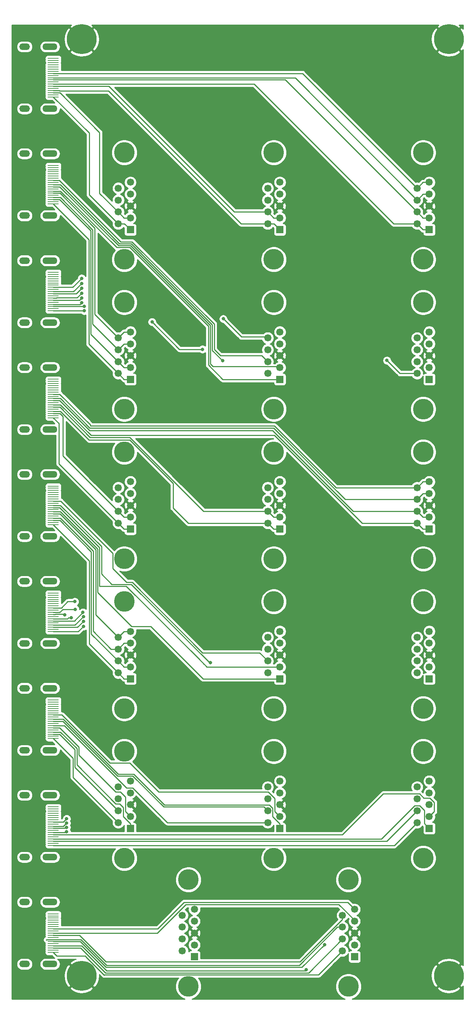
<source format=gbr>
G04 #@! TF.GenerationSoftware,KiCad,Pcbnew,(5.1.9)-1*
G04 #@! TF.CreationDate,2022-02-09T13:04:00-07:00*
G04 #@! TF.ProjectId,HDMI_to_DB9,48444d49-5f74-46f5-9f44-42392e6b6963,rev?*
G04 #@! TF.SameCoordinates,Original*
G04 #@! TF.FileFunction,Copper,L1,Top*
G04 #@! TF.FilePolarity,Positive*
%FSLAX46Y46*%
G04 Gerber Fmt 4.6, Leading zero omitted, Abs format (unit mm)*
G04 Created by KiCad (PCBNEW (5.1.9)-1) date 2022-02-09 13:04:00*
%MOMM*%
%LPD*%
G01*
G04 APERTURE LIST*
G04 #@! TA.AperFunction,ComponentPad*
%ADD10C,1.690000*%
G04 #@! TD*
G04 #@! TA.AperFunction,ComponentPad*
%ADD11R,1.690000X1.690000*%
G04 #@! TD*
G04 #@! TA.AperFunction,ComponentPad*
%ADD12C,4.826000*%
G04 #@! TD*
G04 #@! TA.AperFunction,SMDPad,CuDef*
%ADD13R,2.600000X0.280000*%
G04 #@! TD*
G04 #@! TA.AperFunction,ComponentPad*
%ADD14O,3.500000X1.500000*%
G04 #@! TD*
G04 #@! TA.AperFunction,ComponentPad*
%ADD15O,2.500000X1.500000*%
G04 #@! TD*
G04 #@! TA.AperFunction,ComponentPad*
%ADD16C,7.000000*%
G04 #@! TD*
G04 #@! TA.AperFunction,ViaPad*
%ADD17C,0.800000*%
G04 #@! TD*
G04 #@! TA.AperFunction,Conductor*
%ADD18C,0.250000*%
G04 #@! TD*
G04 #@! TA.AperFunction,Conductor*
%ADD19C,0.254000*%
G04 #@! TD*
G04 #@! TA.AperFunction,Conductor*
%ADD20C,0.100000*%
G04 #@! TD*
G04 APERTURE END LIST*
D10*
X36420000Y-194460000D03*
X33580000Y-195845000D03*
X36420000Y-197230000D03*
X33580000Y-198615000D03*
X36420000Y-200000000D03*
X33580000Y-201385000D03*
X36420000Y-202770000D03*
X33580000Y-204155000D03*
D11*
X36420000Y-205540000D03*
D12*
X35000000Y-212495000D03*
X35000000Y-187505000D03*
D10*
X56420000Y-164460000D03*
X53580000Y-165845000D03*
X56420000Y-167230000D03*
X53580000Y-168615000D03*
X56420000Y-170000000D03*
X53580000Y-171385000D03*
X56420000Y-172770000D03*
X53580000Y-174155000D03*
D11*
X56420000Y-175540000D03*
D12*
X55000000Y-182495000D03*
X55000000Y-157505000D03*
D13*
X3360000Y-204500000D03*
X3360000Y-204000000D03*
X3360000Y-203500000D03*
X3360000Y-203000000D03*
X3360000Y-202500000D03*
X3360000Y-202000000D03*
X3360000Y-201500000D03*
X3360000Y-201000000D03*
X3360000Y-200500000D03*
X3360000Y-200000000D03*
X3360000Y-199500000D03*
X3360000Y-199000000D03*
X3360000Y-198500000D03*
X3360000Y-198000000D03*
X3360000Y-197500000D03*
X3360000Y-197000000D03*
X3360000Y-196500000D03*
X3360000Y-196000000D03*
X3360000Y-195500000D03*
D14*
X2600000Y-192750000D03*
X2600000Y-207250000D03*
D15*
X-3360000Y-192750000D03*
X-3360000Y-207250000D03*
D13*
X3360000Y-179500000D03*
X3360000Y-179000000D03*
X3360000Y-178500000D03*
X3360000Y-178000000D03*
X3360000Y-177500000D03*
X3360000Y-177000000D03*
X3360000Y-176500000D03*
X3360000Y-176000000D03*
X3360000Y-175500000D03*
X3360000Y-175000000D03*
X3360000Y-174500000D03*
X3360000Y-174000000D03*
X3360000Y-173500000D03*
X3360000Y-173000000D03*
X3360000Y-172500000D03*
X3360000Y-172000000D03*
X3360000Y-171500000D03*
X3360000Y-171000000D03*
X3360000Y-170500000D03*
D14*
X2600000Y-167750000D03*
X2600000Y-182250000D03*
D15*
X-3360000Y-167750000D03*
X-3360000Y-182250000D03*
D13*
X3360000Y-154500000D03*
X3360000Y-154000000D03*
X3360000Y-153500000D03*
X3360000Y-153000000D03*
X3360000Y-152500000D03*
X3360000Y-152000000D03*
X3360000Y-151500000D03*
X3360000Y-151000000D03*
X3360000Y-150500000D03*
X3360000Y-150000000D03*
X3360000Y-149500000D03*
X3360000Y-149000000D03*
X3360000Y-148500000D03*
X3360000Y-148000000D03*
X3360000Y-147500000D03*
X3360000Y-147000000D03*
X3360000Y-146500000D03*
X3360000Y-146000000D03*
X3360000Y-145500000D03*
D14*
X2600000Y-142750000D03*
X2600000Y-157250000D03*
D15*
X-3360000Y-142750000D03*
X-3360000Y-157250000D03*
D13*
X3360000Y-129500000D03*
X3360000Y-129000000D03*
X3360000Y-128500000D03*
X3360000Y-128000000D03*
X3360000Y-127500000D03*
X3360000Y-127000000D03*
X3360000Y-126500000D03*
X3360000Y-126000000D03*
X3360000Y-125500000D03*
X3360000Y-125000000D03*
X3360000Y-124500000D03*
X3360000Y-124000000D03*
X3360000Y-123500000D03*
X3360000Y-123000000D03*
X3360000Y-122500000D03*
X3360000Y-122000000D03*
X3360000Y-121500000D03*
X3360000Y-121000000D03*
X3360000Y-120500000D03*
D14*
X2600000Y-117750000D03*
X2600000Y-132250000D03*
D15*
X-3360000Y-117750000D03*
X-3360000Y-132250000D03*
D13*
X3360000Y-104500000D03*
X3360000Y-104000000D03*
X3360000Y-103500000D03*
X3360000Y-103000000D03*
X3360000Y-102500000D03*
X3360000Y-102000000D03*
X3360000Y-101500000D03*
X3360000Y-101000000D03*
X3360000Y-100500000D03*
X3360000Y-100000000D03*
X3360000Y-99500000D03*
X3360000Y-99000000D03*
X3360000Y-98500000D03*
X3360000Y-98000000D03*
X3360000Y-97500000D03*
X3360000Y-97000000D03*
X3360000Y-96500000D03*
X3360000Y-96000000D03*
X3360000Y-95500000D03*
D14*
X2600000Y-92750000D03*
X2600000Y-107250000D03*
D15*
X-3360000Y-92750000D03*
X-3360000Y-107250000D03*
D13*
X3360000Y-79500000D03*
X3360000Y-79000000D03*
X3360000Y-78500000D03*
X3360000Y-78000000D03*
X3360000Y-77500000D03*
X3360000Y-77000000D03*
X3360000Y-76500000D03*
X3360000Y-76000000D03*
X3360000Y-75500000D03*
X3360000Y-75000000D03*
X3360000Y-74500000D03*
X3360000Y-74000000D03*
X3360000Y-73500000D03*
X3360000Y-73000000D03*
X3360000Y-72500000D03*
X3360000Y-72000000D03*
X3360000Y-71500000D03*
X3360000Y-71000000D03*
X3360000Y-70500000D03*
D14*
X2600000Y-67750000D03*
X2600000Y-82250000D03*
D15*
X-3360000Y-67750000D03*
X-3360000Y-82250000D03*
D13*
X3360000Y-54500000D03*
X3360000Y-54000000D03*
X3360000Y-53500000D03*
X3360000Y-53000000D03*
X3360000Y-52500000D03*
X3360000Y-52000000D03*
X3360000Y-51500000D03*
X3360000Y-51000000D03*
X3360000Y-50500000D03*
X3360000Y-50000000D03*
X3360000Y-49500000D03*
X3360000Y-49000000D03*
X3360000Y-48500000D03*
X3360000Y-48000000D03*
X3360000Y-47500000D03*
X3360000Y-47000000D03*
X3360000Y-46500000D03*
X3360000Y-46000000D03*
X3360000Y-45500000D03*
D14*
X2600000Y-42750000D03*
X2600000Y-57250000D03*
D15*
X-3360000Y-42750000D03*
X-3360000Y-57250000D03*
D13*
X3360000Y-29500000D03*
X3360000Y-29000000D03*
X3360000Y-28500000D03*
X3360000Y-28000000D03*
X3360000Y-27500000D03*
X3360000Y-27000000D03*
X3360000Y-26500000D03*
X3360000Y-26000000D03*
X3360000Y-25500000D03*
X3360000Y-25000000D03*
X3360000Y-24500000D03*
X3360000Y-24000000D03*
X3360000Y-23500000D03*
X3360000Y-23000000D03*
X3360000Y-22500000D03*
X3360000Y-22000000D03*
X3360000Y-21500000D03*
X3360000Y-21000000D03*
X3360000Y-20500000D03*
D14*
X2600000Y-17750000D03*
X2600000Y-32250000D03*
D15*
X-3360000Y-17750000D03*
X-3360000Y-32250000D03*
D13*
X3360000Y-4500000D03*
X3360000Y-4000000D03*
X3360000Y-3500000D03*
X3360000Y-3000000D03*
X3360000Y-2500000D03*
X3360000Y-2000000D03*
X3360000Y-1500000D03*
X3360000Y-1000000D03*
X3360000Y-500000D03*
X3360000Y0D03*
X3360000Y500000D03*
X3360000Y1000000D03*
X3360000Y1500000D03*
X3360000Y2000000D03*
X3360000Y2500000D03*
X3360000Y3000000D03*
X3360000Y3500000D03*
X3360000Y4000000D03*
X3360000Y4500000D03*
D14*
X2600000Y7250000D03*
X2600000Y-7250000D03*
D15*
X-3360000Y7250000D03*
X-3360000Y-7250000D03*
D10*
X73920000Y-194460000D03*
X71080000Y-195845000D03*
X73920000Y-197230000D03*
X71080000Y-198615000D03*
X73920000Y-200000000D03*
X71080000Y-201385000D03*
X73920000Y-202770000D03*
X71080000Y-204155000D03*
D11*
X73920000Y-205540000D03*
D12*
X72500000Y-212495000D03*
X72500000Y-187505000D03*
D10*
X91420000Y-164460000D03*
X88580000Y-165845000D03*
X91420000Y-167230000D03*
X88580000Y-168615000D03*
X91420000Y-170000000D03*
X88580000Y-171385000D03*
X91420000Y-172770000D03*
X88580000Y-174155000D03*
D11*
X91420000Y-175540000D03*
D12*
X90000000Y-182495000D03*
X90000000Y-157505000D03*
D10*
X21420000Y-164460000D03*
X18580000Y-165845000D03*
X21420000Y-167230000D03*
X18580000Y-168615000D03*
X21420000Y-170000000D03*
X18580000Y-171385000D03*
X21420000Y-172770000D03*
X18580000Y-174155000D03*
D11*
X21420000Y-175540000D03*
D12*
X20000000Y-182495000D03*
X20000000Y-157505000D03*
D10*
X91420000Y-129460000D03*
X88580000Y-130845000D03*
X91420000Y-132230000D03*
X88580000Y-133615000D03*
X91420000Y-135000000D03*
X88580000Y-136385000D03*
X91420000Y-137770000D03*
X88580000Y-139155000D03*
D11*
X91420000Y-140540000D03*
D12*
X90000000Y-147495000D03*
X90000000Y-122505000D03*
D10*
X56420000Y-129460000D03*
X53580000Y-130845000D03*
X56420000Y-132230000D03*
X53580000Y-133615000D03*
X56420000Y-135000000D03*
X53580000Y-136385000D03*
X56420000Y-137770000D03*
X53580000Y-139155000D03*
D11*
X56420000Y-140540000D03*
D12*
X55000000Y-147495000D03*
X55000000Y-122505000D03*
D10*
X21420000Y-129460000D03*
X18580000Y-130845000D03*
X21420000Y-132230000D03*
X18580000Y-133615000D03*
X21420000Y-135000000D03*
X18580000Y-136385000D03*
X21420000Y-137770000D03*
X18580000Y-139155000D03*
D11*
X21420000Y-140540000D03*
D12*
X20000000Y-147495000D03*
X20000000Y-122505000D03*
D10*
X91420000Y-94460000D03*
X88580000Y-95845000D03*
X91420000Y-97230000D03*
X88580000Y-98615000D03*
X91420000Y-100000000D03*
X88580000Y-101385000D03*
X91420000Y-102770000D03*
X88580000Y-104155000D03*
D11*
X91420000Y-105540000D03*
D12*
X90000000Y-112495000D03*
X90000000Y-87505000D03*
D10*
X56420000Y-94460000D03*
X53580000Y-95845000D03*
X56420000Y-97230000D03*
X53580000Y-98615000D03*
X56420000Y-100000000D03*
X53580000Y-101385000D03*
X56420000Y-102770000D03*
X53580000Y-104155000D03*
D11*
X56420000Y-105540000D03*
D12*
X55000000Y-112495000D03*
X55000000Y-87505000D03*
D10*
X21420000Y-94460000D03*
X18580000Y-95845000D03*
X21420000Y-97230000D03*
X18580000Y-98615000D03*
X21420000Y-100000000D03*
X18580000Y-101385000D03*
X21420000Y-102770000D03*
X18580000Y-104155000D03*
D11*
X21420000Y-105540000D03*
D12*
X20000000Y-112495000D03*
X20000000Y-87505000D03*
D10*
X91420000Y-59460000D03*
X88580000Y-60845000D03*
X91420000Y-62230000D03*
X88580000Y-63615000D03*
X91420000Y-65000000D03*
X88580000Y-66385000D03*
X91420000Y-67770000D03*
X88580000Y-69155000D03*
D11*
X91420000Y-70540000D03*
D12*
X90000000Y-77495000D03*
X90000000Y-52505000D03*
D10*
X56420000Y-59460000D03*
X53580000Y-60845000D03*
X56420000Y-62230000D03*
X53580000Y-63615000D03*
X56420000Y-65000000D03*
X53580000Y-66385000D03*
X56420000Y-67770000D03*
X53580000Y-69155000D03*
D11*
X56420000Y-70540000D03*
D12*
X55000000Y-77495000D03*
X55000000Y-52505000D03*
D10*
X21420000Y-59460000D03*
X18580000Y-60845000D03*
X21420000Y-62230000D03*
X18580000Y-63615000D03*
X21420000Y-65000000D03*
X18580000Y-66385000D03*
X21420000Y-67770000D03*
X18580000Y-69155000D03*
D11*
X21420000Y-70540000D03*
D12*
X20000000Y-77495000D03*
X20000000Y-52505000D03*
D10*
X91420000Y-24460000D03*
X88580000Y-25845000D03*
X91420000Y-27230000D03*
X88580000Y-28615000D03*
X91420000Y-30000000D03*
X88580000Y-31385000D03*
X91420000Y-32770000D03*
X88580000Y-34155000D03*
D11*
X91420000Y-35540000D03*
D12*
X90000000Y-42495000D03*
X90000000Y-17505000D03*
D10*
X56420000Y-24460000D03*
X53580000Y-25845000D03*
X56420000Y-27230000D03*
X53580000Y-28615000D03*
X56420000Y-30000000D03*
X53580000Y-31385000D03*
X56420000Y-32770000D03*
X53580000Y-34155000D03*
D11*
X56420000Y-35540000D03*
D12*
X55000000Y-42495000D03*
X55000000Y-17505000D03*
D10*
X21420000Y-24460000D03*
X18580000Y-25845000D03*
X21420000Y-27230000D03*
X18580000Y-28615000D03*
X21420000Y-30000000D03*
X18580000Y-31385000D03*
X21420000Y-32770000D03*
X18580000Y-34155000D03*
D11*
X21420000Y-35540000D03*
D12*
X20000000Y-42495000D03*
X20000000Y-17505000D03*
D16*
X96000000Y-210000000D03*
X10000000Y-210000000D03*
X10000000Y9000000D03*
X96000000Y9000000D03*
D17*
X10600000Y-54500000D03*
X10600000Y-53500000D03*
X43000000Y-66200000D03*
X10000000Y-52600000D03*
X26500000Y-57100000D03*
X38300000Y-63500000D03*
X10000000Y-51500000D03*
X43174999Y-56374999D03*
X10000000Y-50400000D03*
X10000000Y-49200000D03*
X10000000Y-48100000D03*
X81500000Y-66100000D03*
X10000000Y-46900000D03*
X10400000Y-128300000D03*
X10400000Y-127100000D03*
X40200000Y-136800000D03*
X10400000Y-126000000D03*
X10300000Y-125000000D03*
X7600000Y-126275000D03*
X6000000Y-125600000D03*
X8500000Y-124300000D03*
X8400000Y-122500000D03*
X6500000Y-174274994D03*
X6500000Y-173274991D03*
X6500000Y-176275000D03*
X6500000Y-175274997D03*
X66900000Y-202700000D03*
X62600000Y-208581989D03*
D18*
X3360000Y-4500000D02*
X11800000Y-12940000D01*
X11800000Y-27375000D02*
X18580000Y-34155000D01*
X11800000Y-12940000D02*
X11800000Y-27375000D01*
X20035000Y-34155000D02*
X21420000Y-35540000D01*
X18580000Y-34155000D02*
X20035000Y-34155000D01*
X19965000Y-32770000D02*
X18580000Y-31385000D01*
X21420000Y-32770000D02*
X19965000Y-32770000D01*
X4910000Y-3500000D02*
X14200000Y-12790000D01*
X3360000Y-3500000D02*
X4910000Y-3500000D01*
X14200000Y-27005000D02*
X18580000Y-31385000D01*
X14200000Y-12790000D02*
X14200000Y-27005000D01*
X4849990Y-3049990D02*
X16249990Y-3049990D01*
X4800000Y-3000000D02*
X4849990Y-3049990D01*
X3360000Y-3000000D02*
X4800000Y-3000000D01*
X47355000Y-34155000D02*
X53580000Y-34155000D01*
X16249990Y-3049990D02*
X47355000Y-34155000D01*
X55035000Y-34155000D02*
X56420000Y-35540000D01*
X53580000Y-34155000D02*
X55035000Y-34155000D01*
X54965000Y-32770000D02*
X53580000Y-31385000D01*
X56420000Y-32770000D02*
X54965000Y-32770000D01*
X53580000Y-31385000D02*
X45785000Y-31385000D01*
X16400000Y-2000000D02*
X45785000Y-31385000D01*
X3360000Y-2000000D02*
X16400000Y-2000000D01*
X3360000Y-1500000D02*
X50400000Y-1500000D01*
X83055000Y-34155000D02*
X88580000Y-34155000D01*
X50400000Y-1500000D02*
X83055000Y-34155000D01*
X89965000Y-35540000D02*
X88580000Y-34155000D01*
X91420000Y-35540000D02*
X89965000Y-35540000D01*
X89965000Y-32770000D02*
X88580000Y-31385000D01*
X91420000Y-32770000D02*
X89965000Y-32770000D01*
X57695000Y-500000D02*
X3360000Y-500000D01*
X88580000Y-31385000D02*
X57695000Y-500000D01*
X60014990Y-49990D02*
X88580000Y-28615000D01*
X24549990Y-49990D02*
X60014990Y-49990D01*
X24500000Y0D02*
X24549990Y-49990D01*
X3360000Y0D02*
X24500000Y0D01*
X89965000Y-27230000D02*
X88580000Y-28615000D01*
X91420000Y-27230000D02*
X89965000Y-27230000D01*
X89965000Y-24460000D02*
X88580000Y-25845000D01*
X91420000Y-24460000D02*
X89965000Y-24460000D01*
X61735000Y1000000D02*
X3360000Y1000000D01*
X88580000Y-25845000D02*
X61735000Y1000000D01*
X3360000Y-29500000D02*
X11700000Y-37840000D01*
X11700000Y-62275000D02*
X18580000Y-69155000D01*
X11700000Y-37840000D02*
X11700000Y-62275000D01*
X19965000Y-70540000D02*
X18580000Y-69155000D01*
X21420000Y-70540000D02*
X19965000Y-70540000D01*
X19965000Y-67770000D02*
X18580000Y-66385000D01*
X21420000Y-67770000D02*
X19965000Y-67770000D01*
X18580000Y-66385000D02*
X12150010Y-59955010D01*
X4885002Y-28500000D02*
X3360000Y-28500000D01*
X12150010Y-35765008D02*
X4885002Y-28500000D01*
X12150010Y-59955010D02*
X12150010Y-35765008D01*
X19965000Y-62230000D02*
X18580000Y-63615000D01*
X21420000Y-62230000D02*
X19965000Y-62230000D01*
X5021412Y-28000000D02*
X12600020Y-35578608D01*
X3360000Y-28000000D02*
X5021412Y-28000000D01*
X12600020Y-57635020D02*
X18580000Y-63615000D01*
X12600020Y-35578608D02*
X12600020Y-57635020D01*
X19965000Y-59460000D02*
X18580000Y-60845000D01*
X21420000Y-59460000D02*
X19965000Y-59460000D01*
X4910000Y-27000000D02*
X13050030Y-35140030D01*
X3360000Y-27000000D02*
X4910000Y-27000000D01*
X13050030Y-55315030D02*
X18580000Y-60845000D01*
X13050030Y-35140030D02*
X13050030Y-55315030D01*
X5046410Y-26500000D02*
X18246410Y-39700000D01*
X3360000Y-26500000D02*
X5046410Y-26500000D01*
X21257242Y-39700000D02*
X39700000Y-58142758D01*
X18246410Y-39700000D02*
X21257242Y-39700000D01*
X39700000Y-58142758D02*
X39700000Y-67200000D01*
X43040000Y-70540000D02*
X56420000Y-70540000D01*
X39700000Y-67200000D02*
X43040000Y-70540000D01*
X3360000Y-25500000D02*
X4891420Y-25500000D01*
X18641410Y-39249990D02*
X21443643Y-39249991D01*
X4891420Y-25500000D02*
X18641410Y-39249990D01*
X21443643Y-39249991D02*
X40150010Y-57956358D01*
X40150010Y-57956358D02*
X40150010Y-66950010D01*
X56205001Y-67555001D02*
X56420000Y-67770000D01*
X40755001Y-67555001D02*
X56205001Y-67555001D01*
X40150010Y-66950010D02*
X40755001Y-67555001D01*
X3360000Y-54500000D02*
X10600000Y-54500000D01*
X3360000Y-53500000D02*
X10600000Y-53500000D01*
X3360000Y-25000000D02*
X5063934Y-25000000D01*
X18863915Y-38799981D02*
X21630044Y-38799982D01*
X5063934Y-25000000D02*
X18863915Y-38799981D01*
X21630044Y-38799982D02*
X40600020Y-57769958D01*
X40600020Y-57769958D02*
X40600020Y-63800020D01*
X40600020Y-63800020D02*
X43000000Y-66200000D01*
X42500000Y-65000000D02*
X52195000Y-65000000D01*
X41050030Y-63550030D02*
X42500000Y-65000000D01*
X41050030Y-57583558D02*
X41050030Y-63550030D01*
X21816445Y-38349973D02*
X41050030Y-57583558D01*
X52195000Y-65000000D02*
X53580000Y-66385000D01*
X19149972Y-38349972D02*
X21816445Y-38349973D01*
X4800000Y-24000000D02*
X19149972Y-38349972D01*
X3360000Y-24000000D02*
X4800000Y-24000000D01*
X3360000Y-53000000D02*
X9600000Y-53000000D01*
X9600000Y-53000000D02*
X10000000Y-52600000D01*
X26500000Y-57100000D02*
X32900000Y-63500000D01*
X32900000Y-63500000D02*
X38300000Y-63500000D01*
X3360000Y-52000000D02*
X9500000Y-52000000D01*
X9500000Y-52000000D02*
X10000000Y-51500000D01*
X43174999Y-56374999D02*
X47400000Y-60600000D01*
X53335000Y-60600000D02*
X53580000Y-60845000D01*
X47400000Y-60600000D02*
X53335000Y-60600000D01*
X4134999Y-51465001D02*
X8934999Y-51465001D01*
X4100000Y-51500000D02*
X4134999Y-51465001D01*
X3360000Y-51500000D02*
X4100000Y-51500000D01*
X8934999Y-51465001D02*
X10000000Y-50400000D01*
X4634999Y-50465001D02*
X8734999Y-50465001D01*
X4600000Y-50500000D02*
X4634999Y-50465001D01*
X3360000Y-50500000D02*
X4600000Y-50500000D01*
X8734999Y-50465001D02*
X10000000Y-49200000D01*
X3360000Y-50000000D02*
X8100000Y-50000000D01*
X8100000Y-50000000D02*
X10000000Y-48100000D01*
X84555000Y-69155000D02*
X81500000Y-66100000D01*
X88580000Y-69155000D02*
X84555000Y-69155000D01*
X3360000Y-49000000D02*
X7900000Y-49000000D01*
X7900000Y-49000000D02*
X10000000Y-46900000D01*
X4675010Y-90250010D02*
X18580000Y-104155000D01*
X4675010Y-80815010D02*
X4675010Y-90250010D01*
X3360000Y-79500000D02*
X4675010Y-80815010D01*
X19965000Y-105540000D02*
X18580000Y-104155000D01*
X21420000Y-105540000D02*
X19965000Y-105540000D01*
X19965000Y-102770000D02*
X18580000Y-101385000D01*
X21420000Y-102770000D02*
X19965000Y-102770000D01*
X4910000Y-78500000D02*
X5600000Y-79190000D01*
X3360000Y-78500000D02*
X4910000Y-78500000D01*
X5600000Y-88405000D02*
X18580000Y-101385000D01*
X5600000Y-79190000D02*
X5600000Y-88405000D01*
X54965000Y-105540000D02*
X53580000Y-104155000D01*
X56420000Y-105540000D02*
X54965000Y-105540000D01*
X5046410Y-78000000D02*
X11746410Y-84700000D01*
X3360000Y-78000000D02*
X5046410Y-78000000D01*
X21247242Y-84700000D02*
X31400000Y-94852758D01*
X11746410Y-84700000D02*
X21247242Y-84700000D01*
X31400000Y-94852758D02*
X31400000Y-100600000D01*
X34955000Y-104155000D02*
X53580000Y-104155000D01*
X31400000Y-100600000D02*
X34955000Y-104155000D01*
X54965000Y-102770000D02*
X53580000Y-101385000D01*
X56420000Y-102770000D02*
X54965000Y-102770000D01*
X4910000Y-77000000D02*
X12000000Y-84090000D01*
X3360000Y-77000000D02*
X4910000Y-77000000D01*
X12000000Y-84090000D02*
X21273652Y-84090000D01*
X38568652Y-101385000D02*
X53580000Y-101385000D01*
X21273652Y-84090000D02*
X38568652Y-101385000D01*
X89965000Y-105540000D02*
X88580000Y-104155000D01*
X91420000Y-105540000D02*
X89965000Y-105540000D01*
X3360000Y-76500000D02*
X5046410Y-76500000D01*
X12186400Y-83639990D02*
X55187232Y-83639990D01*
X5046410Y-76500000D02*
X12186400Y-83639990D01*
X75702242Y-104155000D02*
X69123621Y-97576379D01*
X88580000Y-104155000D02*
X75702242Y-104155000D01*
X69123621Y-97576379D02*
X69500000Y-97952758D01*
X55187232Y-83639990D02*
X69123621Y-97576379D01*
X89965000Y-102770000D02*
X88580000Y-101385000D01*
X91420000Y-102770000D02*
X89965000Y-102770000D01*
X88580000Y-101385000D02*
X73568652Y-101385000D01*
X4885002Y-75500000D02*
X3360000Y-75500000D01*
X11885002Y-82500000D02*
X4885002Y-75500000D01*
X54683652Y-82500000D02*
X11885002Y-82500000D01*
X73568652Y-101385000D02*
X54683652Y-82500000D01*
X89965000Y-97230000D02*
X88580000Y-98615000D01*
X91420000Y-97230000D02*
X89965000Y-97230000D01*
X88580000Y-98615000D02*
X71715000Y-98615000D01*
X71715000Y-98615000D02*
X55000000Y-81900000D01*
X5021412Y-75000000D02*
X3360000Y-75000000D01*
X11921412Y-81900000D02*
X5021412Y-75000000D01*
X55000000Y-81900000D02*
X11921412Y-81900000D01*
X89965000Y-94460000D02*
X88580000Y-95845000D01*
X91420000Y-94460000D02*
X89965000Y-94460000D01*
X88580000Y-95845000D02*
X69581410Y-95845000D01*
X55136410Y-81400000D02*
X12057822Y-81400000D01*
X69581410Y-95845000D02*
X55136410Y-81400000D01*
X4885002Y-74000000D02*
X3360000Y-74000000D01*
X12057822Y-81172820D02*
X4885002Y-74000000D01*
X12057822Y-81400000D02*
X12057822Y-81172820D01*
X19965000Y-140540000D02*
X18580000Y-139155000D01*
X21420000Y-140540000D02*
X19965000Y-140540000D01*
X3360000Y-104500000D02*
X11800000Y-112940000D01*
X11800000Y-132375000D02*
X18580000Y-139155000D01*
X11800000Y-112940000D02*
X11800000Y-132375000D01*
X19965000Y-137770000D02*
X18580000Y-136385000D01*
X21420000Y-137770000D02*
X19965000Y-137770000D01*
X18580000Y-136385000D02*
X12250010Y-130055010D01*
X12250010Y-110840010D02*
X12250010Y-112949990D01*
X4910000Y-103500000D02*
X12250010Y-110840010D01*
X3360000Y-103500000D02*
X4910000Y-103500000D01*
X12250010Y-112949990D02*
X12250010Y-112750010D01*
X12250010Y-130055010D02*
X12250010Y-112949990D01*
X19965000Y-132230000D02*
X18580000Y-133615000D01*
X21420000Y-132230000D02*
X19965000Y-132230000D01*
X5046410Y-103000000D02*
X12700020Y-110653610D01*
X3360000Y-103000000D02*
X5046410Y-103000000D01*
X16915000Y-133615000D02*
X18580000Y-133615000D01*
X12700020Y-129400020D02*
X16915000Y-133615000D01*
X12700020Y-110653610D02*
X12700020Y-129400020D01*
X19965000Y-129460000D02*
X18580000Y-130845000D01*
X21420000Y-129460000D02*
X19965000Y-129460000D01*
X4910000Y-102000000D02*
X13300000Y-110390000D01*
X3360000Y-102000000D02*
X4910000Y-102000000D01*
X13300000Y-125565000D02*
X18580000Y-130845000D01*
X13300000Y-110390000D02*
X13300000Y-125565000D01*
X38440000Y-140540000D02*
X56420000Y-140540000D01*
X26189999Y-128289999D02*
X38440000Y-140540000D01*
X21732757Y-128289999D02*
X26189999Y-128289999D01*
X13750010Y-120307252D02*
X21732757Y-128289999D01*
X13750010Y-110203600D02*
X13750010Y-120307252D01*
X5046410Y-101500000D02*
X13750010Y-110203600D01*
X3360000Y-101500000D02*
X5046410Y-101500000D01*
X4885002Y-100500000D02*
X14200020Y-109815018D01*
X3360000Y-100500000D02*
X4885002Y-100500000D01*
X14200020Y-109815018D02*
X14200020Y-118900020D01*
X14200020Y-118900020D02*
X20447262Y-118900020D01*
X39317242Y-137770000D02*
X37423621Y-135876379D01*
X56420000Y-137770000D02*
X39317242Y-137770000D01*
X37423621Y-135876379D02*
X38647242Y-137100000D01*
X20447262Y-118900020D02*
X37423621Y-135876379D01*
X3360000Y-129500000D02*
X9200000Y-129500000D01*
X9200000Y-129500000D02*
X10400000Y-128300000D01*
X9000000Y-128500000D02*
X10400000Y-127100000D01*
X3360000Y-128500000D02*
X9000000Y-128500000D01*
X5021412Y-100000000D02*
X14650030Y-109628618D01*
X3360000Y-100000000D02*
X5021412Y-100000000D01*
X14650030Y-109628618D02*
X14650030Y-116050030D01*
X17050010Y-118450010D02*
X21650010Y-118450010D01*
X14650030Y-116050030D02*
X17050010Y-118450010D01*
X40000000Y-136800000D02*
X40200000Y-136800000D01*
X21650010Y-118450010D02*
X40000000Y-136800000D01*
X17261999Y-114761999D02*
X20500000Y-118000000D01*
X17261999Y-111180759D02*
X17261999Y-114761999D01*
X20500000Y-118000000D02*
X21836411Y-118000001D01*
X5081240Y-99000000D02*
X17261999Y-111180759D01*
X3360000Y-99000000D02*
X5081240Y-99000000D01*
X21836411Y-118000001D02*
X38336410Y-134500000D01*
X51695000Y-134500000D02*
X53580000Y-136385000D01*
X38336410Y-134500000D02*
X51695000Y-134500000D01*
X8400000Y-128000000D02*
X10400000Y-126000000D01*
X3360000Y-128000000D02*
X8400000Y-128000000D01*
X8300000Y-127000000D02*
X10300000Y-125000000D01*
X3360000Y-127000000D02*
X8300000Y-127000000D01*
X3360000Y-126500000D02*
X6700000Y-126500000D01*
X6700000Y-126500000D02*
X6900000Y-126300000D01*
X7575000Y-126300000D02*
X7600000Y-126275000D01*
X6900000Y-126300000D02*
X7575000Y-126300000D01*
X5865001Y-125465001D02*
X6000000Y-125600000D01*
X3834999Y-125465001D02*
X5865001Y-125465001D01*
X3800000Y-125500000D02*
X3834999Y-125465001D01*
X3360000Y-125500000D02*
X3800000Y-125500000D01*
X4885001Y-125000000D02*
X5585001Y-124300000D01*
X3360000Y-125000000D02*
X4885001Y-125000000D01*
X5585001Y-124300000D02*
X8500000Y-124300000D01*
X5248591Y-124000000D02*
X3360000Y-124000000D01*
X6748591Y-122500000D02*
X5248591Y-124000000D01*
X8400000Y-122500000D02*
X6748591Y-122500000D01*
X8900019Y-156878607D02*
X5021412Y-153000000D01*
X8900020Y-160666622D02*
X8900019Y-156878607D01*
X18885001Y-169785001D02*
X18018399Y-169785001D01*
X5021412Y-153000000D02*
X3360000Y-153000000D01*
X19750001Y-170650001D02*
X18885001Y-169785001D01*
X18018399Y-169785001D02*
X8900020Y-160666622D01*
X19750001Y-172775001D02*
X19750001Y-170650001D01*
X21420000Y-174445000D02*
X19750001Y-172775001D01*
X21420000Y-175540000D02*
X21420000Y-174445000D01*
X9350028Y-158346630D02*
X9350028Y-156465026D01*
X4885002Y-152000000D02*
X3360000Y-152000000D01*
X18018399Y-167015001D02*
X9350028Y-158346630D01*
X9350028Y-156465026D02*
X4885002Y-152000000D01*
X19115001Y-167015001D02*
X18018399Y-167015001D01*
X20249999Y-168149999D02*
X19115001Y-167015001D01*
X20249999Y-171599999D02*
X20249999Y-168149999D01*
X21420000Y-172770000D02*
X20249999Y-171599999D01*
X3360000Y-154500000D02*
X8000000Y-159140000D01*
X8000000Y-163575000D02*
X18580000Y-174155000D01*
X8000000Y-159140000D02*
X8000000Y-163575000D01*
X4885002Y-153500000D02*
X8450010Y-157065008D01*
X3360000Y-153500000D02*
X4885002Y-153500000D01*
X8450010Y-161255010D02*
X18580000Y-171385000D01*
X8450010Y-157065008D02*
X8450010Y-161255010D01*
X5739422Y-150000000D02*
X3360000Y-150000000D01*
X18579411Y-162839989D02*
X5739422Y-150000000D01*
X22168001Y-162839989D02*
X18579411Y-162839989D01*
X53984990Y-170058388D02*
X29386400Y-170058388D01*
X54750001Y-170823399D02*
X53984990Y-170058388D01*
X29386400Y-170058388D02*
X22168001Y-162839989D01*
X54750001Y-172775001D02*
X54750001Y-170823399D01*
X56420000Y-174445000D02*
X54750001Y-172775001D01*
X56420000Y-175540000D02*
X56420000Y-174445000D01*
X5375832Y-149000000D02*
X3360000Y-149000000D01*
X21243001Y-160243001D02*
X16618833Y-160243001D01*
X28015001Y-167015001D02*
X21243001Y-160243001D01*
X53711603Y-167015001D02*
X28015001Y-167015001D01*
X55200011Y-168503409D02*
X53711603Y-167015001D01*
X16618833Y-160243001D02*
X5375832Y-149000000D01*
X55200011Y-171550011D02*
X55200011Y-168503409D01*
X56420000Y-172770000D02*
X55200011Y-171550011D01*
X20526601Y-166059999D02*
X21981601Y-166059999D01*
X5966602Y-151500000D02*
X20526601Y-166059999D01*
X21981601Y-166059999D02*
X29100000Y-173178398D01*
X3360000Y-151500000D02*
X5966602Y-151500000D01*
X29100000Y-173178398D02*
X29100000Y-173200000D01*
X30055000Y-174155000D02*
X53580000Y-174155000D01*
X29100000Y-173200000D02*
X30055000Y-174155000D01*
X21981601Y-163289999D02*
X29200000Y-170508398D01*
X18393011Y-163289999D02*
X21981601Y-163289999D01*
X5603012Y-150500000D02*
X18393011Y-163289999D01*
X3360000Y-150500000D02*
X5603012Y-150500000D01*
X52703398Y-170508398D02*
X53580000Y-171385000D01*
X29200000Y-170508398D02*
X52703398Y-170508398D01*
X90249999Y-174369999D02*
X91420000Y-175540000D01*
X90249999Y-171323397D02*
X90249999Y-174369999D01*
X88018399Y-170214999D02*
X89141601Y-170214999D01*
X89141601Y-170214999D02*
X90249999Y-171323397D01*
X80233398Y-178000000D02*
X88018399Y-170214999D01*
X3360000Y-178000000D02*
X80233398Y-178000000D01*
X71100000Y-177000000D02*
X3360000Y-177000000D01*
X80655001Y-167444999D02*
X71100000Y-177000000D01*
X91551603Y-168400001D02*
X90096603Y-168400001D01*
X92590001Y-169438399D02*
X91551603Y-168400001D01*
X89141601Y-167444999D02*
X80655001Y-167444999D01*
X90096603Y-168400001D02*
X89141601Y-167444999D01*
X92590001Y-171599999D02*
X92590001Y-169438399D01*
X91420000Y-172770000D02*
X92590001Y-171599999D01*
X83235000Y-179500000D02*
X88580000Y-174155000D01*
X3360000Y-179500000D02*
X83235000Y-179500000D01*
X81465000Y-178500000D02*
X88580000Y-171385000D01*
X3360000Y-178500000D02*
X81465000Y-178500000D01*
X6427001Y-174274994D02*
X6500000Y-174274994D01*
X5701995Y-175000000D02*
X6427001Y-174274994D01*
X3360000Y-175000000D02*
X5701995Y-175000000D01*
X6427001Y-173274991D02*
X6500000Y-173274991D01*
X5701992Y-174000000D02*
X6427001Y-173274991D01*
X3360000Y-174000000D02*
X5701992Y-174000000D01*
X3360000Y-176500000D02*
X6500000Y-176500000D01*
X6500000Y-176500000D02*
X6500000Y-176275000D01*
X6274997Y-175500000D02*
X6500000Y-175274997D01*
X3360000Y-175500000D02*
X6274997Y-175500000D01*
X72299990Y-192839990D02*
X33960010Y-192839990D01*
X73920000Y-194460000D02*
X72299990Y-192839990D01*
X27834999Y-198965001D02*
X31150000Y-195650000D01*
X4500000Y-199000000D02*
X4534999Y-198965001D01*
X3360000Y-199000000D02*
X4500000Y-199000000D01*
X4534999Y-198965001D02*
X27834999Y-198965001D01*
X33960010Y-192839990D02*
X31150000Y-195650000D01*
X3500000Y-204500000D02*
X3534999Y-204465001D01*
X3360000Y-204500000D02*
X3500000Y-204500000D01*
X3700000Y-203500000D02*
X3734999Y-203465001D01*
X3360000Y-203500000D02*
X3700000Y-203500000D01*
X3400000Y-200500000D02*
X3434999Y-200465001D01*
X3360000Y-200500000D02*
X3400000Y-200500000D01*
X3360000Y-200500000D02*
X9469531Y-200500000D01*
X15679532Y-206710001D02*
X61180587Y-206710001D01*
X9469531Y-200500000D02*
X15679532Y-206710001D01*
X71080000Y-196810588D02*
X71080000Y-195845000D01*
X61180587Y-206710001D02*
X71080000Y-196810588D01*
X73920000Y-196953398D02*
X73920000Y-197230000D01*
X70256601Y-193289999D02*
X73920000Y-196953398D01*
X34403399Y-193289999D02*
X70256601Y-193289999D01*
X27693398Y-200000000D02*
X34403399Y-193289999D01*
X3360000Y-200000000D02*
X27693398Y-200000000D01*
X1799999Y-201534999D02*
X9837611Y-201534999D01*
X1734999Y-201599999D02*
X1799999Y-201534999D01*
X1734999Y-201575001D02*
X1734999Y-201599999D01*
X1810000Y-201500000D02*
X1734999Y-201575001D01*
X3360000Y-201500000D02*
X1810000Y-201500000D01*
X9837611Y-201534999D02*
X15852602Y-207549990D01*
X60977008Y-207549990D02*
X69911998Y-198615000D01*
X69911998Y-198615000D02*
X71080000Y-198615000D01*
X15852602Y-207549990D02*
X60977008Y-207549990D01*
X9797412Y-203500000D02*
X15604401Y-209306989D01*
X3360000Y-203500000D02*
X9797412Y-203500000D01*
X63158011Y-209306989D02*
X71080000Y-201385000D01*
X15604401Y-209306989D02*
X63158011Y-209306989D01*
X3360000Y-202000000D02*
X9666202Y-202000000D01*
X61600000Y-208000000D02*
X66900000Y-202700000D01*
X15666202Y-208000000D02*
X61600000Y-208000000D01*
X9666202Y-202000000D02*
X15666202Y-208000000D01*
X4185001Y-205325001D02*
X10986003Y-205325001D01*
X3360000Y-204500000D02*
X4185001Y-205325001D01*
X10986003Y-205325001D02*
X10986003Y-205486003D01*
X10986003Y-205486003D02*
X15300000Y-209800000D01*
X65478001Y-209756999D02*
X71080000Y-204155000D01*
X15343001Y-209756999D02*
X65478001Y-209756999D01*
X15300000Y-209800000D02*
X15343001Y-209756999D01*
X3360000Y-203000000D02*
X10009932Y-203000000D01*
X62325010Y-208856979D02*
X62600000Y-208581989D01*
X15866911Y-208856979D02*
X62325010Y-208856979D01*
X10009932Y-203000000D02*
X15866911Y-208856979D01*
D19*
X7265450Y11914155D02*
X10000000Y9179605D01*
X12734550Y11914155D01*
X12410348Y12340000D01*
X93589652Y12340000D01*
X93265450Y11914155D01*
X96000000Y9179605D01*
X98734550Y11914155D01*
X98410348Y12340000D01*
X99340001Y12340000D01*
X99340001Y11410347D01*
X98914155Y11734550D01*
X96179605Y9000000D01*
X98914155Y6265450D01*
X99340001Y6589653D01*
X99340000Y-207589652D01*
X98914155Y-207265450D01*
X96179605Y-210000000D01*
X98914155Y-212734550D01*
X99340001Y-212410348D01*
X99340000Y-215440000D01*
X73318018Y-215440000D01*
X73389069Y-215425867D01*
X73943769Y-215196103D01*
X74442987Y-214862536D01*
X74867536Y-214437987D01*
X75201103Y-213938769D01*
X75430867Y-213384069D01*
X75524338Y-212914155D01*
X93265450Y-212914155D01*
X93661634Y-213434550D01*
X94376612Y-213824748D01*
X95153976Y-214067964D01*
X95963853Y-214154851D01*
X96775118Y-214082069D01*
X97556597Y-213852415D01*
X98278256Y-213474715D01*
X98338366Y-213434550D01*
X98734550Y-212914155D01*
X96000000Y-210179605D01*
X93265450Y-212914155D01*
X75524338Y-212914155D01*
X75548000Y-212795202D01*
X75548000Y-212194798D01*
X75430867Y-211605931D01*
X75201103Y-211051231D01*
X74867536Y-210552013D01*
X74442987Y-210127464D01*
X74198126Y-209963853D01*
X91845149Y-209963853D01*
X91917931Y-210775118D01*
X92147585Y-211556597D01*
X92525285Y-212278256D01*
X92565450Y-212338366D01*
X93085845Y-212734550D01*
X95820395Y-210000000D01*
X93085845Y-207265450D01*
X92565450Y-207661634D01*
X92175252Y-208376612D01*
X91932036Y-209153976D01*
X91845149Y-209963853D01*
X74198126Y-209963853D01*
X73943769Y-209793897D01*
X73389069Y-209564133D01*
X72800202Y-209447000D01*
X72199798Y-209447000D01*
X71610931Y-209564133D01*
X71056231Y-209793897D01*
X70557013Y-210127464D01*
X70132464Y-210552013D01*
X69798897Y-211051231D01*
X69569133Y-211605931D01*
X69452000Y-212194798D01*
X69452000Y-212795202D01*
X69569133Y-213384069D01*
X69798897Y-213938769D01*
X70132464Y-214437987D01*
X70557013Y-214862536D01*
X71056231Y-215196103D01*
X71610931Y-215425867D01*
X71681982Y-215440000D01*
X35818018Y-215440000D01*
X35889069Y-215425867D01*
X36443769Y-215196103D01*
X36942987Y-214862536D01*
X37367536Y-214437987D01*
X37701103Y-213938769D01*
X37930867Y-213384069D01*
X38048000Y-212795202D01*
X38048000Y-212194798D01*
X37930867Y-211605931D01*
X37701103Y-211051231D01*
X37367536Y-210552013D01*
X37332522Y-210516999D01*
X65440679Y-210516999D01*
X65478001Y-210520675D01*
X65515323Y-210516999D01*
X65515334Y-210516999D01*
X65626987Y-210506002D01*
X65770248Y-210462545D01*
X65902277Y-210391973D01*
X66018002Y-210297000D01*
X66041805Y-210267996D01*
X69223956Y-207085845D01*
X93265450Y-207085845D01*
X96000000Y-209820395D01*
X98734550Y-207085845D01*
X98338366Y-206565450D01*
X97623388Y-206175252D01*
X96846024Y-205932036D01*
X96036147Y-205845149D01*
X95224882Y-205917931D01*
X94443403Y-206147585D01*
X93721744Y-206525285D01*
X93661634Y-206565450D01*
X93265450Y-207085845D01*
X69223956Y-207085845D01*
X70717844Y-205591957D01*
X70934233Y-205635000D01*
X71225767Y-205635000D01*
X71511700Y-205578124D01*
X71781043Y-205466559D01*
X72023445Y-205304591D01*
X72229591Y-205098445D01*
X72391559Y-204856043D01*
X72436928Y-204746512D01*
X72436928Y-206385000D01*
X72449188Y-206509482D01*
X72485498Y-206629180D01*
X72544463Y-206739494D01*
X72623815Y-206836185D01*
X72720506Y-206915537D01*
X72830820Y-206974502D01*
X72950518Y-207010812D01*
X73075000Y-207023072D01*
X74765000Y-207023072D01*
X74889482Y-207010812D01*
X75009180Y-206974502D01*
X75119494Y-206915537D01*
X75216185Y-206836185D01*
X75295537Y-206739494D01*
X75354502Y-206629180D01*
X75390812Y-206509482D01*
X75403072Y-206385000D01*
X75403072Y-204695000D01*
X75390812Y-204570518D01*
X75354502Y-204450820D01*
X75295537Y-204340506D01*
X75216185Y-204243815D01*
X75119494Y-204164463D01*
X75009180Y-204105498D01*
X74889482Y-204069188D01*
X74765000Y-204056928D01*
X74657906Y-204056928D01*
X74863445Y-203919591D01*
X75069591Y-203713445D01*
X75231559Y-203471043D01*
X75343124Y-203201700D01*
X75400000Y-202915767D01*
X75400000Y-202624233D01*
X75343124Y-202338300D01*
X75231559Y-202068957D01*
X75069591Y-201826555D01*
X74863445Y-201620409D01*
X74621043Y-201458441D01*
X74443188Y-201384771D01*
X74552002Y-201346187D01*
X74688192Y-201273392D01*
X74765223Y-201024828D01*
X73920000Y-200179605D01*
X73074777Y-201024828D01*
X73151808Y-201273392D01*
X73390799Y-201387262D01*
X73218957Y-201458441D01*
X72976555Y-201620409D01*
X72770409Y-201826555D01*
X72608441Y-202068957D01*
X72496876Y-202338300D01*
X72440000Y-202624233D01*
X72440000Y-202915767D01*
X72496876Y-203201700D01*
X72608441Y-203471043D01*
X72770409Y-203713445D01*
X72976555Y-203919591D01*
X73182094Y-204056928D01*
X73075000Y-204056928D01*
X72950518Y-204069188D01*
X72830820Y-204105498D01*
X72720506Y-204164463D01*
X72623815Y-204243815D01*
X72554537Y-204328231D01*
X72560000Y-204300767D01*
X72560000Y-204009233D01*
X72503124Y-203723300D01*
X72391559Y-203453957D01*
X72229591Y-203211555D01*
X72023445Y-203005409D01*
X71781043Y-202843441D01*
X71603740Y-202770000D01*
X71781043Y-202696559D01*
X72023445Y-202534591D01*
X72229591Y-202328445D01*
X72391559Y-202086043D01*
X72503124Y-201816700D01*
X72560000Y-201530767D01*
X72560000Y-201239233D01*
X72503124Y-200953300D01*
X72391559Y-200683957D01*
X72229591Y-200441555D01*
X72023445Y-200235409D01*
X71781043Y-200073441D01*
X71769670Y-200068730D01*
X72434429Y-200068730D01*
X72476382Y-200357230D01*
X72573813Y-200632002D01*
X72646608Y-200768192D01*
X72895172Y-200845223D01*
X73740395Y-200000000D01*
X74099605Y-200000000D01*
X74944828Y-200845223D01*
X75193392Y-200768192D01*
X75318791Y-200505005D01*
X75390435Y-200222411D01*
X75405571Y-199931270D01*
X75363618Y-199642770D01*
X75266187Y-199367998D01*
X75193392Y-199231808D01*
X74944828Y-199154777D01*
X74099605Y-200000000D01*
X73740395Y-200000000D01*
X72895172Y-199154777D01*
X72646608Y-199231808D01*
X72521209Y-199494995D01*
X72449565Y-199777589D01*
X72434429Y-200068730D01*
X71769670Y-200068730D01*
X71603740Y-200000000D01*
X71781043Y-199926559D01*
X72023445Y-199764591D01*
X72229591Y-199558445D01*
X72391559Y-199316043D01*
X72503124Y-199046700D01*
X72560000Y-198760767D01*
X72560000Y-198469233D01*
X72503124Y-198183300D01*
X72391559Y-197913957D01*
X72229591Y-197671555D01*
X72023445Y-197465409D01*
X71781043Y-197303441D01*
X71689734Y-197265620D01*
X71714974Y-197234865D01*
X71749944Y-197169440D01*
X71781043Y-197156559D01*
X72023445Y-196994591D01*
X72229591Y-196788445D01*
X72391559Y-196546043D01*
X72405115Y-196513315D01*
X72553470Y-196661670D01*
X72496876Y-196798300D01*
X72440000Y-197084233D01*
X72440000Y-197375767D01*
X72496876Y-197661700D01*
X72608441Y-197931043D01*
X72770409Y-198173445D01*
X72976555Y-198379591D01*
X73218957Y-198541559D01*
X73396812Y-198615229D01*
X73287998Y-198653813D01*
X73151808Y-198726608D01*
X73074777Y-198975172D01*
X73920000Y-199820395D01*
X74765223Y-198975172D01*
X74688192Y-198726608D01*
X74449201Y-198612738D01*
X74621043Y-198541559D01*
X74863445Y-198379591D01*
X75069591Y-198173445D01*
X75231559Y-197931043D01*
X75343124Y-197661700D01*
X75400000Y-197375767D01*
X75400000Y-197084233D01*
X75343124Y-196798300D01*
X75231559Y-196528957D01*
X75069591Y-196286555D01*
X74863445Y-196080409D01*
X74621043Y-195918441D01*
X74443740Y-195845000D01*
X74621043Y-195771559D01*
X74863445Y-195609591D01*
X75069591Y-195403445D01*
X75231559Y-195161043D01*
X75343124Y-194891700D01*
X75400000Y-194605767D01*
X75400000Y-194314233D01*
X75343124Y-194028300D01*
X75231559Y-193758957D01*
X75069591Y-193516555D01*
X74863445Y-193310409D01*
X74621043Y-193148441D01*
X74351700Y-193036876D01*
X74065767Y-192980000D01*
X73774233Y-192980000D01*
X73557844Y-193023043D01*
X72863794Y-192328993D01*
X72839991Y-192299989D01*
X72724266Y-192205016D01*
X72592237Y-192134444D01*
X72448976Y-192090987D01*
X72337323Y-192079990D01*
X72337312Y-192079990D01*
X72299990Y-192076314D01*
X72262668Y-192079990D01*
X33997332Y-192079990D01*
X33960009Y-192076314D01*
X33922686Y-192079990D01*
X33922677Y-192079990D01*
X33811024Y-192090987D01*
X33667763Y-192134444D01*
X33535734Y-192205016D01*
X33420009Y-192299989D01*
X33396211Y-192328987D01*
X30639007Y-195086192D01*
X30638996Y-195086201D01*
X27520198Y-198205001D01*
X5291670Y-198205001D01*
X5298072Y-198140000D01*
X5298072Y-197860000D01*
X5287238Y-197750000D01*
X5298072Y-197640000D01*
X5298072Y-197360000D01*
X5287238Y-197250000D01*
X5298072Y-197140000D01*
X5298072Y-196860000D01*
X5286996Y-196747544D01*
X5295000Y-196671750D01*
X5254044Y-196630794D01*
X5249502Y-196615820D01*
X5190537Y-196505506D01*
X5186018Y-196500000D01*
X5190537Y-196494494D01*
X5249502Y-196384180D01*
X5254044Y-196369206D01*
X5295000Y-196328250D01*
X5286996Y-196252456D01*
X5298072Y-196140000D01*
X5298072Y-195860000D01*
X5287238Y-195750000D01*
X5298072Y-195640000D01*
X5298072Y-195360000D01*
X5285812Y-195235518D01*
X5249502Y-195115820D01*
X5190537Y-195005506D01*
X5111185Y-194908815D01*
X5014494Y-194829463D01*
X4904180Y-194770498D01*
X4784482Y-194734188D01*
X4660000Y-194721928D01*
X2060000Y-194721928D01*
X1935518Y-194734188D01*
X1815820Y-194770498D01*
X1705506Y-194829463D01*
X1608815Y-194908815D01*
X1529463Y-195005506D01*
X1470498Y-195115820D01*
X1434188Y-195235518D01*
X1421928Y-195360000D01*
X1421928Y-195640000D01*
X1432762Y-195750000D01*
X1421928Y-195860000D01*
X1421928Y-196140000D01*
X1433004Y-196252456D01*
X1425000Y-196328250D01*
X1465956Y-196369206D01*
X1470498Y-196384180D01*
X1529463Y-196494494D01*
X1533982Y-196500000D01*
X1529463Y-196505506D01*
X1470498Y-196615820D01*
X1465956Y-196630794D01*
X1425000Y-196671750D01*
X1433004Y-196747544D01*
X1421928Y-196860000D01*
X1421928Y-197140000D01*
X1432762Y-197250000D01*
X1421928Y-197360000D01*
X1421928Y-197640000D01*
X1432762Y-197750000D01*
X1421928Y-197860000D01*
X1421928Y-198140000D01*
X1432762Y-198250000D01*
X1421928Y-198360000D01*
X1421928Y-198640000D01*
X1432762Y-198750000D01*
X1421928Y-198860000D01*
X1421928Y-199140000D01*
X1432762Y-199250000D01*
X1421928Y-199360000D01*
X1421928Y-199640000D01*
X1432762Y-199750000D01*
X1421928Y-199860000D01*
X1421928Y-200140000D01*
X1432762Y-200250000D01*
X1421928Y-200360000D01*
X1421928Y-200640000D01*
X1432762Y-200750000D01*
X1423417Y-200844878D01*
X1385724Y-200865026D01*
X1269999Y-200959999D01*
X1246199Y-200988999D01*
X1223999Y-201011199D01*
X1194998Y-201035000D01*
X1150684Y-201088997D01*
X1100025Y-201150725D01*
X1047494Y-201249003D01*
X1029453Y-201282755D01*
X985996Y-201426016D01*
X974999Y-201537669D01*
X974999Y-201537679D01*
X971323Y-201575001D01*
X972554Y-201587500D01*
X971323Y-201599999D01*
X974999Y-201637321D01*
X974999Y-201637332D01*
X985996Y-201748985D01*
X1029453Y-201892246D01*
X1086663Y-201999277D01*
X1100025Y-202024275D01*
X1194998Y-202140000D01*
X1310723Y-202234973D01*
X1423023Y-202294999D01*
X1428064Y-202297694D01*
X1421928Y-202360000D01*
X1421928Y-202640000D01*
X1432762Y-202750000D01*
X1421928Y-202860000D01*
X1421928Y-203140000D01*
X1432762Y-203250000D01*
X1421928Y-203360000D01*
X1421928Y-203640000D01*
X1432762Y-203750000D01*
X1421928Y-203860000D01*
X1421928Y-204140000D01*
X1432762Y-204250000D01*
X1421928Y-204360000D01*
X1421928Y-204640000D01*
X1434188Y-204764482D01*
X1470498Y-204884180D01*
X1529463Y-204994494D01*
X1608815Y-205091185D01*
X1705506Y-205170537D01*
X1815820Y-205229502D01*
X1935518Y-205265812D01*
X2060000Y-205278072D01*
X3063271Y-205278072D01*
X3621202Y-205836003D01*
X3644998Y-205865000D01*
X1531963Y-205865000D01*
X1328493Y-205885040D01*
X1067419Y-205964236D01*
X826812Y-206092843D01*
X615919Y-206265919D01*
X442843Y-206476812D01*
X314236Y-206717419D01*
X235040Y-206978493D01*
X208299Y-207250000D01*
X235040Y-207521507D01*
X314236Y-207782581D01*
X442843Y-208023188D01*
X615919Y-208234081D01*
X826812Y-208407157D01*
X1067419Y-208535764D01*
X1328493Y-208614960D01*
X1531963Y-208635000D01*
X3668037Y-208635000D01*
X3871507Y-208614960D01*
X4132581Y-208535764D01*
X4373188Y-208407157D01*
X4584081Y-208234081D01*
X4757157Y-208023188D01*
X4885764Y-207782581D01*
X4964960Y-207521507D01*
X4991701Y-207250000D01*
X4964960Y-206978493D01*
X4885764Y-206717419D01*
X4757157Y-206476812D01*
X4584081Y-206265919D01*
X4373188Y-206092843D01*
X4358517Y-206085001D01*
X8656367Y-206085001D01*
X8443403Y-206147585D01*
X7721744Y-206525285D01*
X7661634Y-206565450D01*
X7265450Y-207085845D01*
X10000000Y-209820395D01*
X10014143Y-209806253D01*
X10193748Y-209985858D01*
X10179605Y-210000000D01*
X12914155Y-212734550D01*
X13434550Y-212338366D01*
X13824748Y-211623388D01*
X14067964Y-210846024D01*
X14154851Y-210036147D01*
X14124644Y-209699446D01*
X14736201Y-210311003D01*
X14759999Y-210340001D01*
X14788997Y-210363799D01*
X14875723Y-210434974D01*
X15007753Y-210505546D01*
X15151013Y-210549002D01*
X15299999Y-210563676D01*
X15300000Y-210563676D01*
X15448985Y-210549002D01*
X15554489Y-210516999D01*
X32667478Y-210516999D01*
X32632464Y-210552013D01*
X32298897Y-211051231D01*
X32069133Y-211605931D01*
X31952000Y-212194798D01*
X31952000Y-212795202D01*
X32069133Y-213384069D01*
X32298897Y-213938769D01*
X32632464Y-214437987D01*
X33057013Y-214862536D01*
X33556231Y-215196103D01*
X34110931Y-215425867D01*
X34181982Y-215440000D01*
X-6340000Y-215440000D01*
X-6340000Y-212914155D01*
X7265450Y-212914155D01*
X7661634Y-213434550D01*
X8376612Y-213824748D01*
X9153976Y-214067964D01*
X9963853Y-214154851D01*
X10775118Y-214082069D01*
X11556597Y-213852415D01*
X12278256Y-213474715D01*
X12338366Y-213434550D01*
X12734550Y-212914155D01*
X10000000Y-210179605D01*
X7265450Y-212914155D01*
X-6340000Y-212914155D01*
X-6340000Y-209963853D01*
X5845149Y-209963853D01*
X5917931Y-210775118D01*
X6147585Y-211556597D01*
X6525285Y-212278256D01*
X6565450Y-212338366D01*
X7085845Y-212734550D01*
X9820395Y-210000000D01*
X7085845Y-207265450D01*
X6565450Y-207661634D01*
X6175252Y-208376612D01*
X5932036Y-209153976D01*
X5845149Y-209963853D01*
X-6340000Y-209963853D01*
X-6340000Y-207250000D01*
X-5251701Y-207250000D01*
X-5224960Y-207521507D01*
X-5145764Y-207782581D01*
X-5017157Y-208023188D01*
X-4844081Y-208234081D01*
X-4633188Y-208407157D01*
X-4392581Y-208535764D01*
X-4131507Y-208614960D01*
X-3928037Y-208635000D01*
X-2791963Y-208635000D01*
X-2588493Y-208614960D01*
X-2327419Y-208535764D01*
X-2086812Y-208407157D01*
X-1875919Y-208234081D01*
X-1702843Y-208023188D01*
X-1574236Y-207782581D01*
X-1495040Y-207521507D01*
X-1468299Y-207250000D01*
X-1495040Y-206978493D01*
X-1574236Y-206717419D01*
X-1702843Y-206476812D01*
X-1875919Y-206265919D01*
X-2086812Y-206092843D01*
X-2327419Y-205964236D01*
X-2588493Y-205885040D01*
X-2791963Y-205865000D01*
X-3928037Y-205865000D01*
X-4131507Y-205885040D01*
X-4392581Y-205964236D01*
X-4633188Y-206092843D01*
X-4844081Y-206265919D01*
X-5017157Y-206476812D01*
X-5145764Y-206717419D01*
X-5224960Y-206978493D01*
X-5251701Y-207250000D01*
X-6340000Y-207250000D01*
X-6340000Y-192750000D01*
X-5251701Y-192750000D01*
X-5224960Y-193021507D01*
X-5145764Y-193282581D01*
X-5017157Y-193523188D01*
X-4844081Y-193734081D01*
X-4633188Y-193907157D01*
X-4392581Y-194035764D01*
X-4131507Y-194114960D01*
X-3928037Y-194135000D01*
X-2791963Y-194135000D01*
X-2588493Y-194114960D01*
X-2327419Y-194035764D01*
X-2086812Y-193907157D01*
X-1875919Y-193734081D01*
X-1702843Y-193523188D01*
X-1574236Y-193282581D01*
X-1495040Y-193021507D01*
X-1468299Y-192750000D01*
X208299Y-192750000D01*
X235040Y-193021507D01*
X314236Y-193282581D01*
X442843Y-193523188D01*
X615919Y-193734081D01*
X826812Y-193907157D01*
X1067419Y-194035764D01*
X1328493Y-194114960D01*
X1531963Y-194135000D01*
X3668037Y-194135000D01*
X3871507Y-194114960D01*
X4132581Y-194035764D01*
X4373188Y-193907157D01*
X4584081Y-193734081D01*
X4757157Y-193523188D01*
X4885764Y-193282581D01*
X4964960Y-193021507D01*
X4991701Y-192750000D01*
X4964960Y-192478493D01*
X4885764Y-192217419D01*
X4757157Y-191976812D01*
X4584081Y-191765919D01*
X4373188Y-191592843D01*
X4132581Y-191464236D01*
X3871507Y-191385040D01*
X3668037Y-191365000D01*
X1531963Y-191365000D01*
X1328493Y-191385040D01*
X1067419Y-191464236D01*
X826812Y-191592843D01*
X615919Y-191765919D01*
X442843Y-191976812D01*
X314236Y-192217419D01*
X235040Y-192478493D01*
X208299Y-192750000D01*
X-1468299Y-192750000D01*
X-1495040Y-192478493D01*
X-1574236Y-192217419D01*
X-1702843Y-191976812D01*
X-1875919Y-191765919D01*
X-2086812Y-191592843D01*
X-2327419Y-191464236D01*
X-2588493Y-191385040D01*
X-2791963Y-191365000D01*
X-3928037Y-191365000D01*
X-4131507Y-191385040D01*
X-4392581Y-191464236D01*
X-4633188Y-191592843D01*
X-4844081Y-191765919D01*
X-5017157Y-191976812D01*
X-5145764Y-192217419D01*
X-5224960Y-192478493D01*
X-5251701Y-192750000D01*
X-6340000Y-192750000D01*
X-6340000Y-187204798D01*
X31952000Y-187204798D01*
X31952000Y-187805202D01*
X32069133Y-188394069D01*
X32298897Y-188948769D01*
X32632464Y-189447987D01*
X33057013Y-189872536D01*
X33556231Y-190206103D01*
X34110931Y-190435867D01*
X34699798Y-190553000D01*
X35300202Y-190553000D01*
X35889069Y-190435867D01*
X36443769Y-190206103D01*
X36942987Y-189872536D01*
X37367536Y-189447987D01*
X37701103Y-188948769D01*
X37930867Y-188394069D01*
X38048000Y-187805202D01*
X38048000Y-187204798D01*
X69452000Y-187204798D01*
X69452000Y-187805202D01*
X69569133Y-188394069D01*
X69798897Y-188948769D01*
X70132464Y-189447987D01*
X70557013Y-189872536D01*
X71056231Y-190206103D01*
X71610931Y-190435867D01*
X72199798Y-190553000D01*
X72800202Y-190553000D01*
X73389069Y-190435867D01*
X73943769Y-190206103D01*
X74442987Y-189872536D01*
X74867536Y-189447987D01*
X75201103Y-188948769D01*
X75430867Y-188394069D01*
X75548000Y-187805202D01*
X75548000Y-187204798D01*
X75430867Y-186615931D01*
X75201103Y-186061231D01*
X74867536Y-185562013D01*
X74442987Y-185137464D01*
X73943769Y-184803897D01*
X73389069Y-184574133D01*
X72800202Y-184457000D01*
X72199798Y-184457000D01*
X71610931Y-184574133D01*
X71056231Y-184803897D01*
X70557013Y-185137464D01*
X70132464Y-185562013D01*
X69798897Y-186061231D01*
X69569133Y-186615931D01*
X69452000Y-187204798D01*
X38048000Y-187204798D01*
X37930867Y-186615931D01*
X37701103Y-186061231D01*
X37367536Y-185562013D01*
X36942987Y-185137464D01*
X36443769Y-184803897D01*
X35889069Y-184574133D01*
X35300202Y-184457000D01*
X34699798Y-184457000D01*
X34110931Y-184574133D01*
X33556231Y-184803897D01*
X33057013Y-185137464D01*
X32632464Y-185562013D01*
X32298897Y-186061231D01*
X32069133Y-186615931D01*
X31952000Y-187204798D01*
X-6340000Y-187204798D01*
X-6340000Y-182250000D01*
X-5251701Y-182250000D01*
X-5224960Y-182521507D01*
X-5145764Y-182782581D01*
X-5017157Y-183023188D01*
X-4844081Y-183234081D01*
X-4633188Y-183407157D01*
X-4392581Y-183535764D01*
X-4131507Y-183614960D01*
X-3928037Y-183635000D01*
X-2791963Y-183635000D01*
X-2588493Y-183614960D01*
X-2327419Y-183535764D01*
X-2086812Y-183407157D01*
X-1875919Y-183234081D01*
X-1702843Y-183023188D01*
X-1574236Y-182782581D01*
X-1495040Y-182521507D01*
X-1468299Y-182250000D01*
X208299Y-182250000D01*
X235040Y-182521507D01*
X314236Y-182782581D01*
X442843Y-183023188D01*
X615919Y-183234081D01*
X826812Y-183407157D01*
X1067419Y-183535764D01*
X1328493Y-183614960D01*
X1531963Y-183635000D01*
X3668037Y-183635000D01*
X3871507Y-183614960D01*
X4132581Y-183535764D01*
X4373188Y-183407157D01*
X4584081Y-183234081D01*
X4757157Y-183023188D01*
X4885764Y-182782581D01*
X4964960Y-182521507D01*
X4991701Y-182250000D01*
X4964960Y-181978493D01*
X4885764Y-181717419D01*
X4757157Y-181476812D01*
X4584081Y-181265919D01*
X4373188Y-181092843D01*
X4132581Y-180964236D01*
X3871507Y-180885040D01*
X3668037Y-180865000D01*
X1531963Y-180865000D01*
X1328493Y-180885040D01*
X1067419Y-180964236D01*
X826812Y-181092843D01*
X615919Y-181265919D01*
X442843Y-181476812D01*
X314236Y-181717419D01*
X235040Y-181978493D01*
X208299Y-182250000D01*
X-1468299Y-182250000D01*
X-1495040Y-181978493D01*
X-1574236Y-181717419D01*
X-1702843Y-181476812D01*
X-1875919Y-181265919D01*
X-2086812Y-181092843D01*
X-2327419Y-180964236D01*
X-2588493Y-180885040D01*
X-2791963Y-180865000D01*
X-3928037Y-180865000D01*
X-4131507Y-180885040D01*
X-4392581Y-180964236D01*
X-4633188Y-181092843D01*
X-4844081Y-181265919D01*
X-5017157Y-181476812D01*
X-5145764Y-181717419D01*
X-5224960Y-181978493D01*
X-5251701Y-182250000D01*
X-6340000Y-182250000D01*
X-6340000Y-167750000D01*
X-5251701Y-167750000D01*
X-5224960Y-168021507D01*
X-5145764Y-168282581D01*
X-5017157Y-168523188D01*
X-4844081Y-168734081D01*
X-4633188Y-168907157D01*
X-4392581Y-169035764D01*
X-4131507Y-169114960D01*
X-3928037Y-169135000D01*
X-2791963Y-169135000D01*
X-2588493Y-169114960D01*
X-2327419Y-169035764D01*
X-2086812Y-168907157D01*
X-1875919Y-168734081D01*
X-1702843Y-168523188D01*
X-1574236Y-168282581D01*
X-1495040Y-168021507D01*
X-1468299Y-167750000D01*
X208299Y-167750000D01*
X235040Y-168021507D01*
X314236Y-168282581D01*
X442843Y-168523188D01*
X615919Y-168734081D01*
X826812Y-168907157D01*
X1067419Y-169035764D01*
X1328493Y-169114960D01*
X1531963Y-169135000D01*
X3668037Y-169135000D01*
X3871507Y-169114960D01*
X4132581Y-169035764D01*
X4373188Y-168907157D01*
X4584081Y-168734081D01*
X4757157Y-168523188D01*
X4885764Y-168282581D01*
X4964960Y-168021507D01*
X4991701Y-167750000D01*
X4964960Y-167478493D01*
X4885764Y-167217419D01*
X4757157Y-166976812D01*
X4584081Y-166765919D01*
X4373188Y-166592843D01*
X4132581Y-166464236D01*
X3871507Y-166385040D01*
X3668037Y-166365000D01*
X1531963Y-166365000D01*
X1328493Y-166385040D01*
X1067419Y-166464236D01*
X826812Y-166592843D01*
X615919Y-166765919D01*
X442843Y-166976812D01*
X314236Y-167217419D01*
X235040Y-167478493D01*
X208299Y-167750000D01*
X-1468299Y-167750000D01*
X-1495040Y-167478493D01*
X-1574236Y-167217419D01*
X-1702843Y-166976812D01*
X-1875919Y-166765919D01*
X-2086812Y-166592843D01*
X-2327419Y-166464236D01*
X-2588493Y-166385040D01*
X-2791963Y-166365000D01*
X-3928037Y-166365000D01*
X-4131507Y-166385040D01*
X-4392581Y-166464236D01*
X-4633188Y-166592843D01*
X-4844081Y-166765919D01*
X-5017157Y-166976812D01*
X-5145764Y-167217419D01*
X-5224960Y-167478493D01*
X-5251701Y-167750000D01*
X-6340000Y-167750000D01*
X-6340000Y-157250000D01*
X-5251701Y-157250000D01*
X-5224960Y-157521507D01*
X-5145764Y-157782581D01*
X-5017157Y-158023188D01*
X-4844081Y-158234081D01*
X-4633188Y-158407157D01*
X-4392581Y-158535764D01*
X-4131507Y-158614960D01*
X-3928037Y-158635000D01*
X-2791963Y-158635000D01*
X-2588493Y-158614960D01*
X-2327419Y-158535764D01*
X-2086812Y-158407157D01*
X-1875919Y-158234081D01*
X-1702843Y-158023188D01*
X-1574236Y-157782581D01*
X-1495040Y-157521507D01*
X-1468299Y-157250000D01*
X208299Y-157250000D01*
X235040Y-157521507D01*
X314236Y-157782581D01*
X442843Y-158023188D01*
X615919Y-158234081D01*
X826812Y-158407157D01*
X1067419Y-158535764D01*
X1328493Y-158614960D01*
X1531963Y-158635000D01*
X3668037Y-158635000D01*
X3871507Y-158614960D01*
X4132581Y-158535764D01*
X4373188Y-158407157D01*
X4584081Y-158234081D01*
X4757157Y-158023188D01*
X4885764Y-157782581D01*
X4964960Y-157521507D01*
X4991701Y-157250000D01*
X4986949Y-157201750D01*
X7240000Y-159454802D01*
X7240001Y-163537668D01*
X7236324Y-163575000D01*
X7250998Y-163723985D01*
X7294454Y-163867246D01*
X7365026Y-163999276D01*
X7388846Y-164028300D01*
X7460000Y-164115001D01*
X7488998Y-164138799D01*
X17143042Y-173792845D01*
X17100000Y-174009233D01*
X17100000Y-174300767D01*
X17156876Y-174586700D01*
X17268441Y-174856043D01*
X17430409Y-175098445D01*
X17636555Y-175304591D01*
X17878957Y-175466559D01*
X18148300Y-175578124D01*
X18434233Y-175635000D01*
X18725767Y-175635000D01*
X19011700Y-175578124D01*
X19281043Y-175466559D01*
X19523445Y-175304591D01*
X19729591Y-175098445D01*
X19891559Y-174856043D01*
X19936928Y-174746512D01*
X19936928Y-176240000D01*
X7535000Y-176240000D01*
X7535000Y-176173061D01*
X7495226Y-175973102D01*
X7417205Y-175784744D01*
X7410693Y-175774998D01*
X7417205Y-175765253D01*
X7495226Y-175576895D01*
X7535000Y-175376936D01*
X7535000Y-175173058D01*
X7495226Y-174973099D01*
X7417205Y-174784741D01*
X7410693Y-174774996D01*
X7417205Y-174765250D01*
X7495226Y-174576892D01*
X7535000Y-174376933D01*
X7535000Y-174173055D01*
X7495226Y-173973096D01*
X7417205Y-173784738D01*
X7410693Y-173774993D01*
X7417205Y-173765247D01*
X7495226Y-173576889D01*
X7535000Y-173376930D01*
X7535000Y-173173052D01*
X7495226Y-172973093D01*
X7417205Y-172784735D01*
X7303937Y-172615217D01*
X7159774Y-172471054D01*
X6990256Y-172357786D01*
X6801898Y-172279765D01*
X6601939Y-172239991D01*
X6398061Y-172239991D01*
X6198102Y-172279765D01*
X6009744Y-172357786D01*
X5840226Y-172471054D01*
X5696063Y-172615217D01*
X5582795Y-172784735D01*
X5504774Y-172973093D01*
X5467697Y-173159494D01*
X5387191Y-173240000D01*
X5288223Y-173240000D01*
X5298072Y-173140000D01*
X5298072Y-172860000D01*
X5287238Y-172750000D01*
X5298072Y-172640000D01*
X5298072Y-172360000D01*
X5287238Y-172250000D01*
X5298072Y-172140000D01*
X5298072Y-171860000D01*
X5286996Y-171747544D01*
X5295000Y-171671750D01*
X5254044Y-171630794D01*
X5249502Y-171615820D01*
X5190537Y-171505506D01*
X5186018Y-171500000D01*
X5190537Y-171494494D01*
X5249502Y-171384180D01*
X5254044Y-171369206D01*
X5295000Y-171328250D01*
X5286996Y-171252456D01*
X5298072Y-171140000D01*
X5298072Y-170860000D01*
X5287238Y-170750000D01*
X5298072Y-170640000D01*
X5298072Y-170360000D01*
X5285812Y-170235518D01*
X5249502Y-170115820D01*
X5190537Y-170005506D01*
X5111185Y-169908815D01*
X5014494Y-169829463D01*
X4904180Y-169770498D01*
X4784482Y-169734188D01*
X4660000Y-169721928D01*
X2060000Y-169721928D01*
X1935518Y-169734188D01*
X1815820Y-169770498D01*
X1705506Y-169829463D01*
X1608815Y-169908815D01*
X1529463Y-170005506D01*
X1470498Y-170115820D01*
X1434188Y-170235518D01*
X1421928Y-170360000D01*
X1421928Y-170640000D01*
X1432762Y-170750000D01*
X1421928Y-170860000D01*
X1421928Y-171140000D01*
X1433004Y-171252456D01*
X1425000Y-171328250D01*
X1465956Y-171369206D01*
X1470498Y-171384180D01*
X1529463Y-171494494D01*
X1533982Y-171500000D01*
X1529463Y-171505506D01*
X1470498Y-171615820D01*
X1465956Y-171630794D01*
X1425000Y-171671750D01*
X1433004Y-171747544D01*
X1421928Y-171860000D01*
X1421928Y-172140000D01*
X1432762Y-172250000D01*
X1421928Y-172360000D01*
X1421928Y-172640000D01*
X1432762Y-172750000D01*
X1421928Y-172860000D01*
X1421928Y-173140000D01*
X1432762Y-173250000D01*
X1421928Y-173360000D01*
X1421928Y-173640000D01*
X1432762Y-173750000D01*
X1421928Y-173860000D01*
X1421928Y-174140000D01*
X1432762Y-174250000D01*
X1421928Y-174360000D01*
X1421928Y-174640000D01*
X1432762Y-174750000D01*
X1421928Y-174860000D01*
X1421928Y-175140000D01*
X1432762Y-175250000D01*
X1421928Y-175360000D01*
X1421928Y-175640000D01*
X1432762Y-175750000D01*
X1421928Y-175860000D01*
X1421928Y-176140000D01*
X1432762Y-176250000D01*
X1421928Y-176360000D01*
X1421928Y-176640000D01*
X1432762Y-176750000D01*
X1421928Y-176860000D01*
X1421928Y-177140000D01*
X1432762Y-177250000D01*
X1421928Y-177360000D01*
X1421928Y-177640000D01*
X1432762Y-177750000D01*
X1421928Y-177860000D01*
X1421928Y-178140000D01*
X1432762Y-178250000D01*
X1421928Y-178360000D01*
X1421928Y-178640000D01*
X1432762Y-178750000D01*
X1421928Y-178860000D01*
X1421928Y-179140000D01*
X1432762Y-179250000D01*
X1421928Y-179360000D01*
X1421928Y-179640000D01*
X1434188Y-179764482D01*
X1470498Y-179884180D01*
X1529463Y-179994494D01*
X1608815Y-180091185D01*
X1705506Y-180170537D01*
X1815820Y-180229502D01*
X1935518Y-180265812D01*
X2060000Y-180278072D01*
X4660000Y-180278072D01*
X4784482Y-180265812D01*
X4803642Y-180260000D01*
X17924477Y-180260000D01*
X17632464Y-180552013D01*
X17298897Y-181051231D01*
X17069133Y-181605931D01*
X16952000Y-182194798D01*
X16952000Y-182795202D01*
X17069133Y-183384069D01*
X17298897Y-183938769D01*
X17632464Y-184437987D01*
X18057013Y-184862536D01*
X18556231Y-185196103D01*
X19110931Y-185425867D01*
X19699798Y-185543000D01*
X20300202Y-185543000D01*
X20889069Y-185425867D01*
X21443769Y-185196103D01*
X21942987Y-184862536D01*
X22367536Y-184437987D01*
X22701103Y-183938769D01*
X22930867Y-183384069D01*
X23048000Y-182795202D01*
X23048000Y-182194798D01*
X22930867Y-181605931D01*
X22701103Y-181051231D01*
X22367536Y-180552013D01*
X22075523Y-180260000D01*
X52924477Y-180260000D01*
X52632464Y-180552013D01*
X52298897Y-181051231D01*
X52069133Y-181605931D01*
X51952000Y-182194798D01*
X51952000Y-182795202D01*
X52069133Y-183384069D01*
X52298897Y-183938769D01*
X52632464Y-184437987D01*
X53057013Y-184862536D01*
X53556231Y-185196103D01*
X54110931Y-185425867D01*
X54699798Y-185543000D01*
X55300202Y-185543000D01*
X55889069Y-185425867D01*
X56443769Y-185196103D01*
X56942987Y-184862536D01*
X57367536Y-184437987D01*
X57701103Y-183938769D01*
X57930867Y-183384069D01*
X58048000Y-182795202D01*
X58048000Y-182194798D01*
X86952000Y-182194798D01*
X86952000Y-182795202D01*
X87069133Y-183384069D01*
X87298897Y-183938769D01*
X87632464Y-184437987D01*
X88057013Y-184862536D01*
X88556231Y-185196103D01*
X89110931Y-185425867D01*
X89699798Y-185543000D01*
X90300202Y-185543000D01*
X90889069Y-185425867D01*
X91443769Y-185196103D01*
X91942987Y-184862536D01*
X92367536Y-184437987D01*
X92701103Y-183938769D01*
X92930867Y-183384069D01*
X93048000Y-182795202D01*
X93048000Y-182194798D01*
X92930867Y-181605931D01*
X92701103Y-181051231D01*
X92367536Y-180552013D01*
X91942987Y-180127464D01*
X91443769Y-179793897D01*
X90889069Y-179564133D01*
X90300202Y-179447000D01*
X89699798Y-179447000D01*
X89110931Y-179564133D01*
X88556231Y-179793897D01*
X88057013Y-180127464D01*
X87632464Y-180552013D01*
X87298897Y-181051231D01*
X87069133Y-181605931D01*
X86952000Y-182194798D01*
X58048000Y-182194798D01*
X57930867Y-181605931D01*
X57701103Y-181051231D01*
X57367536Y-180552013D01*
X57075523Y-180260000D01*
X83197678Y-180260000D01*
X83235000Y-180263676D01*
X83272322Y-180260000D01*
X83272333Y-180260000D01*
X83383986Y-180249003D01*
X83527247Y-180205546D01*
X83659276Y-180134974D01*
X83775001Y-180040001D01*
X83798804Y-180010997D01*
X88217845Y-175591957D01*
X88434233Y-175635000D01*
X88725767Y-175635000D01*
X89011700Y-175578124D01*
X89281043Y-175466559D01*
X89523445Y-175304591D01*
X89729591Y-175098445D01*
X89799307Y-174994108D01*
X89936928Y-175131729D01*
X89936928Y-176385000D01*
X89949188Y-176509482D01*
X89985498Y-176629180D01*
X90044463Y-176739494D01*
X90123815Y-176836185D01*
X90220506Y-176915537D01*
X90330820Y-176974502D01*
X90450518Y-177010812D01*
X90575000Y-177023072D01*
X92265000Y-177023072D01*
X92389482Y-177010812D01*
X92509180Y-176974502D01*
X92619494Y-176915537D01*
X92716185Y-176836185D01*
X92795537Y-176739494D01*
X92854502Y-176629180D01*
X92890812Y-176509482D01*
X92903072Y-176385000D01*
X92903072Y-174695000D01*
X92890812Y-174570518D01*
X92854502Y-174450820D01*
X92795537Y-174340506D01*
X92716185Y-174243815D01*
X92619494Y-174164463D01*
X92509180Y-174105498D01*
X92389482Y-174069188D01*
X92265000Y-174056928D01*
X92157906Y-174056928D01*
X92363445Y-173919591D01*
X92569591Y-173713445D01*
X92731559Y-173471043D01*
X92843124Y-173201700D01*
X92900000Y-172915767D01*
X92900000Y-172624233D01*
X92856957Y-172407844D01*
X93101005Y-172163797D01*
X93130002Y-172140000D01*
X93224975Y-172024275D01*
X93295547Y-171892246D01*
X93339004Y-171748985D01*
X93350001Y-171637332D01*
X93350001Y-171637323D01*
X93353677Y-171600000D01*
X93350001Y-171562677D01*
X93350001Y-169475732D01*
X93353678Y-169438399D01*
X93339004Y-169289413D01*
X93295547Y-169146152D01*
X93224975Y-169014123D01*
X93183676Y-168963800D01*
X93130002Y-168898398D01*
X93101004Y-168874600D01*
X92484720Y-168258316D01*
X92569591Y-168173445D01*
X92731559Y-167931043D01*
X92843124Y-167661700D01*
X92900000Y-167375767D01*
X92900000Y-167084233D01*
X92843124Y-166798300D01*
X92731559Y-166528957D01*
X92569591Y-166286555D01*
X92363445Y-166080409D01*
X92121043Y-165918441D01*
X91943740Y-165845000D01*
X92121043Y-165771559D01*
X92363445Y-165609591D01*
X92569591Y-165403445D01*
X92731559Y-165161043D01*
X92843124Y-164891700D01*
X92900000Y-164605767D01*
X92900000Y-164314233D01*
X92843124Y-164028300D01*
X92731559Y-163758957D01*
X92569591Y-163516555D01*
X92363445Y-163310409D01*
X92121043Y-163148441D01*
X91851700Y-163036876D01*
X91565767Y-162980000D01*
X91274233Y-162980000D01*
X90988300Y-163036876D01*
X90718957Y-163148441D01*
X90476555Y-163310409D01*
X90270409Y-163516555D01*
X90108441Y-163758957D01*
X89996876Y-164028300D01*
X89940000Y-164314233D01*
X89940000Y-164605767D01*
X89996876Y-164891700D01*
X90108441Y-165161043D01*
X90270409Y-165403445D01*
X90476555Y-165609591D01*
X90718957Y-165771559D01*
X90896260Y-165845000D01*
X90718957Y-165918441D01*
X90476555Y-166080409D01*
X90270409Y-166286555D01*
X90108441Y-166528957D01*
X89996876Y-166798300D01*
X89940000Y-167084233D01*
X89940000Y-167168597D01*
X89705405Y-166934001D01*
X89681602Y-166904998D01*
X89643944Y-166874092D01*
X89729591Y-166788445D01*
X89891559Y-166546043D01*
X90003124Y-166276700D01*
X90060000Y-165990767D01*
X90060000Y-165699233D01*
X90003124Y-165413300D01*
X89891559Y-165143957D01*
X89729591Y-164901555D01*
X89523445Y-164695409D01*
X89281043Y-164533441D01*
X89011700Y-164421876D01*
X88725767Y-164365000D01*
X88434233Y-164365000D01*
X88148300Y-164421876D01*
X87878957Y-164533441D01*
X87636555Y-164695409D01*
X87430409Y-164901555D01*
X87268441Y-165143957D01*
X87156876Y-165413300D01*
X87100000Y-165699233D01*
X87100000Y-165990767D01*
X87156876Y-166276700D01*
X87268441Y-166546043D01*
X87361289Y-166684999D01*
X80692323Y-166684999D01*
X80655000Y-166681323D01*
X80617678Y-166684999D01*
X80617668Y-166684999D01*
X80506015Y-166695996D01*
X80362754Y-166739453D01*
X80230724Y-166810025D01*
X80214092Y-166823675D01*
X80115000Y-166904998D01*
X80091202Y-166933996D01*
X70785199Y-176240000D01*
X57903072Y-176240000D01*
X57903072Y-174695000D01*
X57890812Y-174570518D01*
X57854502Y-174450820D01*
X57795537Y-174340506D01*
X57716185Y-174243815D01*
X57619494Y-174164463D01*
X57509180Y-174105498D01*
X57389482Y-174069188D01*
X57265000Y-174056928D01*
X57157906Y-174056928D01*
X57363445Y-173919591D01*
X57569591Y-173713445D01*
X57731559Y-173471043D01*
X57843124Y-173201700D01*
X57900000Y-172915767D01*
X57900000Y-172624233D01*
X57843124Y-172338300D01*
X57731559Y-172068957D01*
X57569591Y-171826555D01*
X57363445Y-171620409D01*
X57121043Y-171458441D01*
X56943188Y-171384771D01*
X57052002Y-171346187D01*
X57188192Y-171273392D01*
X57265223Y-171024828D01*
X56420000Y-170179605D01*
X56405858Y-170193748D01*
X56226253Y-170014143D01*
X56240395Y-170000000D01*
X56599605Y-170000000D01*
X57444828Y-170845223D01*
X57693392Y-170768192D01*
X57818791Y-170505005D01*
X57890435Y-170222411D01*
X57905571Y-169931270D01*
X57863618Y-169642770D01*
X57766187Y-169367998D01*
X57693392Y-169231808D01*
X57444828Y-169154777D01*
X56599605Y-170000000D01*
X56240395Y-170000000D01*
X56226253Y-169985858D01*
X56405858Y-169806253D01*
X56420000Y-169820395D01*
X57265223Y-168975172D01*
X57188192Y-168726608D01*
X56949201Y-168612738D01*
X57121043Y-168541559D01*
X57363445Y-168379591D01*
X57569591Y-168173445D01*
X57731559Y-167931043D01*
X57843124Y-167661700D01*
X57900000Y-167375767D01*
X57900000Y-167084233D01*
X57843124Y-166798300D01*
X57731559Y-166528957D01*
X57569591Y-166286555D01*
X57363445Y-166080409D01*
X57121043Y-165918441D01*
X56943740Y-165845000D01*
X57121043Y-165771559D01*
X57363445Y-165609591D01*
X57569591Y-165403445D01*
X57731559Y-165161043D01*
X57843124Y-164891700D01*
X57900000Y-164605767D01*
X57900000Y-164314233D01*
X57843124Y-164028300D01*
X57731559Y-163758957D01*
X57569591Y-163516555D01*
X57363445Y-163310409D01*
X57121043Y-163148441D01*
X56851700Y-163036876D01*
X56565767Y-162980000D01*
X56274233Y-162980000D01*
X55988300Y-163036876D01*
X55718957Y-163148441D01*
X55476555Y-163310409D01*
X55270409Y-163516555D01*
X55108441Y-163758957D01*
X54996876Y-164028300D01*
X54940000Y-164314233D01*
X54940000Y-164605767D01*
X54996876Y-164891700D01*
X55108441Y-165161043D01*
X55270409Y-165403445D01*
X55476555Y-165609591D01*
X55718957Y-165771559D01*
X55896260Y-165845000D01*
X55718957Y-165918441D01*
X55476555Y-166080409D01*
X55270409Y-166286555D01*
X55108441Y-166528957D01*
X54996876Y-166798300D01*
X54940000Y-167084233D01*
X54940000Y-167168597D01*
X54644720Y-166873316D01*
X54729591Y-166788445D01*
X54891559Y-166546043D01*
X55003124Y-166276700D01*
X55060000Y-165990767D01*
X55060000Y-165699233D01*
X55003124Y-165413300D01*
X54891559Y-165143957D01*
X54729591Y-164901555D01*
X54523445Y-164695409D01*
X54281043Y-164533441D01*
X54011700Y-164421876D01*
X53725767Y-164365000D01*
X53434233Y-164365000D01*
X53148300Y-164421876D01*
X52878957Y-164533441D01*
X52636555Y-164695409D01*
X52430409Y-164901555D01*
X52268441Y-165143957D01*
X52156876Y-165413300D01*
X52100000Y-165699233D01*
X52100000Y-165990767D01*
X52152560Y-166255001D01*
X28329803Y-166255001D01*
X21945162Y-159870361D01*
X22367536Y-159447987D01*
X22701103Y-158948769D01*
X22930867Y-158394069D01*
X23048000Y-157805202D01*
X23048000Y-157204798D01*
X51952000Y-157204798D01*
X51952000Y-157805202D01*
X52069133Y-158394069D01*
X52298897Y-158948769D01*
X52632464Y-159447987D01*
X53057013Y-159872536D01*
X53556231Y-160206103D01*
X54110931Y-160435867D01*
X54699798Y-160553000D01*
X55300202Y-160553000D01*
X55889069Y-160435867D01*
X56443769Y-160206103D01*
X56942987Y-159872536D01*
X57367536Y-159447987D01*
X57701103Y-158948769D01*
X57930867Y-158394069D01*
X58048000Y-157805202D01*
X58048000Y-157204798D01*
X86952000Y-157204798D01*
X86952000Y-157805202D01*
X87069133Y-158394069D01*
X87298897Y-158948769D01*
X87632464Y-159447987D01*
X88057013Y-159872536D01*
X88556231Y-160206103D01*
X89110931Y-160435867D01*
X89699798Y-160553000D01*
X90300202Y-160553000D01*
X90889069Y-160435867D01*
X91443769Y-160206103D01*
X91942987Y-159872536D01*
X92367536Y-159447987D01*
X92701103Y-158948769D01*
X92930867Y-158394069D01*
X93048000Y-157805202D01*
X93048000Y-157204798D01*
X92930867Y-156615931D01*
X92701103Y-156061231D01*
X92367536Y-155562013D01*
X91942987Y-155137464D01*
X91443769Y-154803897D01*
X90889069Y-154574133D01*
X90300202Y-154457000D01*
X89699798Y-154457000D01*
X89110931Y-154574133D01*
X88556231Y-154803897D01*
X88057013Y-155137464D01*
X87632464Y-155562013D01*
X87298897Y-156061231D01*
X87069133Y-156615931D01*
X86952000Y-157204798D01*
X58048000Y-157204798D01*
X57930867Y-156615931D01*
X57701103Y-156061231D01*
X57367536Y-155562013D01*
X56942987Y-155137464D01*
X56443769Y-154803897D01*
X55889069Y-154574133D01*
X55300202Y-154457000D01*
X54699798Y-154457000D01*
X54110931Y-154574133D01*
X53556231Y-154803897D01*
X53057013Y-155137464D01*
X52632464Y-155562013D01*
X52298897Y-156061231D01*
X52069133Y-156615931D01*
X51952000Y-157204798D01*
X23048000Y-157204798D01*
X22930867Y-156615931D01*
X22701103Y-156061231D01*
X22367536Y-155562013D01*
X21942987Y-155137464D01*
X21443769Y-154803897D01*
X20889069Y-154574133D01*
X20300202Y-154457000D01*
X19699798Y-154457000D01*
X19110931Y-154574133D01*
X18556231Y-154803897D01*
X18057013Y-155137464D01*
X17632464Y-155562013D01*
X17298897Y-156061231D01*
X17069133Y-156615931D01*
X16952000Y-157204798D01*
X16952000Y-157805202D01*
X17069133Y-158394069D01*
X17298897Y-158948769D01*
X17632464Y-159447987D01*
X17667478Y-159483001D01*
X16933636Y-159483001D01*
X5939636Y-148489003D01*
X5915833Y-148459999D01*
X5800108Y-148365026D01*
X5668079Y-148294454D01*
X5524818Y-148250997D01*
X5413165Y-148240000D01*
X5413154Y-148240000D01*
X5375832Y-148236324D01*
X5338510Y-148240000D01*
X5288223Y-148240000D01*
X5298072Y-148140000D01*
X5298072Y-147860000D01*
X5287238Y-147750000D01*
X5298072Y-147640000D01*
X5298072Y-147360000D01*
X5287238Y-147250000D01*
X5292674Y-147194798D01*
X16952000Y-147194798D01*
X16952000Y-147795202D01*
X17069133Y-148384069D01*
X17298897Y-148938769D01*
X17632464Y-149437987D01*
X18057013Y-149862536D01*
X18556231Y-150196103D01*
X19110931Y-150425867D01*
X19699798Y-150543000D01*
X20300202Y-150543000D01*
X20889069Y-150425867D01*
X21443769Y-150196103D01*
X21942987Y-149862536D01*
X22367536Y-149437987D01*
X22701103Y-148938769D01*
X22930867Y-148384069D01*
X23048000Y-147795202D01*
X23048000Y-147194798D01*
X51952000Y-147194798D01*
X51952000Y-147795202D01*
X52069133Y-148384069D01*
X52298897Y-148938769D01*
X52632464Y-149437987D01*
X53057013Y-149862536D01*
X53556231Y-150196103D01*
X54110931Y-150425867D01*
X54699798Y-150543000D01*
X55300202Y-150543000D01*
X55889069Y-150425867D01*
X56443769Y-150196103D01*
X56942987Y-149862536D01*
X57367536Y-149437987D01*
X57701103Y-148938769D01*
X57930867Y-148384069D01*
X58048000Y-147795202D01*
X58048000Y-147194798D01*
X86952000Y-147194798D01*
X86952000Y-147795202D01*
X87069133Y-148384069D01*
X87298897Y-148938769D01*
X87632464Y-149437987D01*
X88057013Y-149862536D01*
X88556231Y-150196103D01*
X89110931Y-150425867D01*
X89699798Y-150543000D01*
X90300202Y-150543000D01*
X90889069Y-150425867D01*
X91443769Y-150196103D01*
X91942987Y-149862536D01*
X92367536Y-149437987D01*
X92701103Y-148938769D01*
X92930867Y-148384069D01*
X93048000Y-147795202D01*
X93048000Y-147194798D01*
X92930867Y-146605931D01*
X92701103Y-146051231D01*
X92367536Y-145552013D01*
X91942987Y-145127464D01*
X91443769Y-144793897D01*
X90889069Y-144564133D01*
X90300202Y-144447000D01*
X89699798Y-144447000D01*
X89110931Y-144564133D01*
X88556231Y-144793897D01*
X88057013Y-145127464D01*
X87632464Y-145552013D01*
X87298897Y-146051231D01*
X87069133Y-146605931D01*
X86952000Y-147194798D01*
X58048000Y-147194798D01*
X57930867Y-146605931D01*
X57701103Y-146051231D01*
X57367536Y-145552013D01*
X56942987Y-145127464D01*
X56443769Y-144793897D01*
X55889069Y-144564133D01*
X55300202Y-144447000D01*
X54699798Y-144447000D01*
X54110931Y-144564133D01*
X53556231Y-144793897D01*
X53057013Y-145127464D01*
X52632464Y-145552013D01*
X52298897Y-146051231D01*
X52069133Y-146605931D01*
X51952000Y-147194798D01*
X23048000Y-147194798D01*
X22930867Y-146605931D01*
X22701103Y-146051231D01*
X22367536Y-145552013D01*
X21942987Y-145127464D01*
X21443769Y-144793897D01*
X20889069Y-144564133D01*
X20300202Y-144447000D01*
X19699798Y-144447000D01*
X19110931Y-144564133D01*
X18556231Y-144793897D01*
X18057013Y-145127464D01*
X17632464Y-145552013D01*
X17298897Y-146051231D01*
X17069133Y-146605931D01*
X16952000Y-147194798D01*
X5292674Y-147194798D01*
X5298072Y-147140000D01*
X5298072Y-146860000D01*
X5286996Y-146747544D01*
X5295000Y-146671750D01*
X5254044Y-146630794D01*
X5249502Y-146615820D01*
X5190537Y-146505506D01*
X5186018Y-146500000D01*
X5190537Y-146494494D01*
X5249502Y-146384180D01*
X5254044Y-146369206D01*
X5295000Y-146328250D01*
X5286996Y-146252456D01*
X5298072Y-146140000D01*
X5298072Y-145860000D01*
X5287238Y-145750000D01*
X5298072Y-145640000D01*
X5298072Y-145360000D01*
X5285812Y-145235518D01*
X5249502Y-145115820D01*
X5190537Y-145005506D01*
X5111185Y-144908815D01*
X5014494Y-144829463D01*
X4904180Y-144770498D01*
X4784482Y-144734188D01*
X4660000Y-144721928D01*
X2060000Y-144721928D01*
X1935518Y-144734188D01*
X1815820Y-144770498D01*
X1705506Y-144829463D01*
X1608815Y-144908815D01*
X1529463Y-145005506D01*
X1470498Y-145115820D01*
X1434188Y-145235518D01*
X1421928Y-145360000D01*
X1421928Y-145640000D01*
X1432762Y-145750000D01*
X1421928Y-145860000D01*
X1421928Y-146140000D01*
X1433004Y-146252456D01*
X1425000Y-146328250D01*
X1465956Y-146369206D01*
X1470498Y-146384180D01*
X1529463Y-146494494D01*
X1533982Y-146500000D01*
X1529463Y-146505506D01*
X1470498Y-146615820D01*
X1465956Y-146630794D01*
X1425000Y-146671750D01*
X1433004Y-146747544D01*
X1421928Y-146860000D01*
X1421928Y-147140000D01*
X1432762Y-147250000D01*
X1421928Y-147360000D01*
X1421928Y-147640000D01*
X1432762Y-147750000D01*
X1421928Y-147860000D01*
X1421928Y-148140000D01*
X1432762Y-148250000D01*
X1421928Y-148360000D01*
X1421928Y-148640000D01*
X1432762Y-148750000D01*
X1421928Y-148860000D01*
X1421928Y-149140000D01*
X1432762Y-149250000D01*
X1421928Y-149360000D01*
X1421928Y-149640000D01*
X1432762Y-149750000D01*
X1421928Y-149860000D01*
X1421928Y-150140000D01*
X1432762Y-150250000D01*
X1421928Y-150360000D01*
X1421928Y-150640000D01*
X1432762Y-150750000D01*
X1421928Y-150860000D01*
X1421928Y-151140000D01*
X1432762Y-151250000D01*
X1421928Y-151360000D01*
X1421928Y-151640000D01*
X1432762Y-151750000D01*
X1421928Y-151860000D01*
X1421928Y-152140000D01*
X1432762Y-152250000D01*
X1421928Y-152360000D01*
X1421928Y-152640000D01*
X1432762Y-152750000D01*
X1421928Y-152860000D01*
X1421928Y-153140000D01*
X1432762Y-153250000D01*
X1421928Y-153360000D01*
X1421928Y-153640000D01*
X1432762Y-153750000D01*
X1421928Y-153860000D01*
X1421928Y-154140000D01*
X1432762Y-154250000D01*
X1421928Y-154360000D01*
X1421928Y-154640000D01*
X1434188Y-154764482D01*
X1470498Y-154884180D01*
X1529463Y-154994494D01*
X1608815Y-155091185D01*
X1705506Y-155170537D01*
X1815820Y-155229502D01*
X1935518Y-155265812D01*
X2060000Y-155278072D01*
X3063271Y-155278072D01*
X3650199Y-155865000D01*
X1531963Y-155865000D01*
X1328493Y-155885040D01*
X1067419Y-155964236D01*
X826812Y-156092843D01*
X615919Y-156265919D01*
X442843Y-156476812D01*
X314236Y-156717419D01*
X235040Y-156978493D01*
X208299Y-157250000D01*
X-1468299Y-157250000D01*
X-1495040Y-156978493D01*
X-1574236Y-156717419D01*
X-1702843Y-156476812D01*
X-1875919Y-156265919D01*
X-2086812Y-156092843D01*
X-2327419Y-155964236D01*
X-2588493Y-155885040D01*
X-2791963Y-155865000D01*
X-3928037Y-155865000D01*
X-4131507Y-155885040D01*
X-4392581Y-155964236D01*
X-4633188Y-156092843D01*
X-4844081Y-156265919D01*
X-5017157Y-156476812D01*
X-5145764Y-156717419D01*
X-5224960Y-156978493D01*
X-5251701Y-157250000D01*
X-6340000Y-157250000D01*
X-6340000Y-142750000D01*
X-5251701Y-142750000D01*
X-5224960Y-143021507D01*
X-5145764Y-143282581D01*
X-5017157Y-143523188D01*
X-4844081Y-143734081D01*
X-4633188Y-143907157D01*
X-4392581Y-144035764D01*
X-4131507Y-144114960D01*
X-3928037Y-144135000D01*
X-2791963Y-144135000D01*
X-2588493Y-144114960D01*
X-2327419Y-144035764D01*
X-2086812Y-143907157D01*
X-1875919Y-143734081D01*
X-1702843Y-143523188D01*
X-1574236Y-143282581D01*
X-1495040Y-143021507D01*
X-1468299Y-142750000D01*
X208299Y-142750000D01*
X235040Y-143021507D01*
X314236Y-143282581D01*
X442843Y-143523188D01*
X615919Y-143734081D01*
X826812Y-143907157D01*
X1067419Y-144035764D01*
X1328493Y-144114960D01*
X1531963Y-144135000D01*
X3668037Y-144135000D01*
X3871507Y-144114960D01*
X4132581Y-144035764D01*
X4373188Y-143907157D01*
X4584081Y-143734081D01*
X4757157Y-143523188D01*
X4885764Y-143282581D01*
X4964960Y-143021507D01*
X4991701Y-142750000D01*
X4964960Y-142478493D01*
X4885764Y-142217419D01*
X4757157Y-141976812D01*
X4584081Y-141765919D01*
X4373188Y-141592843D01*
X4132581Y-141464236D01*
X3871507Y-141385040D01*
X3668037Y-141365000D01*
X1531963Y-141365000D01*
X1328493Y-141385040D01*
X1067419Y-141464236D01*
X826812Y-141592843D01*
X615919Y-141765919D01*
X442843Y-141976812D01*
X314236Y-142217419D01*
X235040Y-142478493D01*
X208299Y-142750000D01*
X-1468299Y-142750000D01*
X-1495040Y-142478493D01*
X-1574236Y-142217419D01*
X-1702843Y-141976812D01*
X-1875919Y-141765919D01*
X-2086812Y-141592843D01*
X-2327419Y-141464236D01*
X-2588493Y-141385040D01*
X-2791963Y-141365000D01*
X-3928037Y-141365000D01*
X-4131507Y-141385040D01*
X-4392581Y-141464236D01*
X-4633188Y-141592843D01*
X-4844081Y-141765919D01*
X-5017157Y-141976812D01*
X-5145764Y-142217419D01*
X-5224960Y-142478493D01*
X-5251701Y-142750000D01*
X-6340000Y-142750000D01*
X-6340000Y-132250000D01*
X-5251701Y-132250000D01*
X-5224960Y-132521507D01*
X-5145764Y-132782581D01*
X-5017157Y-133023188D01*
X-4844081Y-133234081D01*
X-4633188Y-133407157D01*
X-4392581Y-133535764D01*
X-4131507Y-133614960D01*
X-3928037Y-133635000D01*
X-2791963Y-133635000D01*
X-2588493Y-133614960D01*
X-2327419Y-133535764D01*
X-2086812Y-133407157D01*
X-1875919Y-133234081D01*
X-1702843Y-133023188D01*
X-1574236Y-132782581D01*
X-1495040Y-132521507D01*
X-1468299Y-132250000D01*
X208299Y-132250000D01*
X235040Y-132521507D01*
X314236Y-132782581D01*
X442843Y-133023188D01*
X615919Y-133234081D01*
X826812Y-133407157D01*
X1067419Y-133535764D01*
X1328493Y-133614960D01*
X1531963Y-133635000D01*
X3668037Y-133635000D01*
X3871507Y-133614960D01*
X4132581Y-133535764D01*
X4373188Y-133407157D01*
X4584081Y-133234081D01*
X4757157Y-133023188D01*
X4885764Y-132782581D01*
X4964960Y-132521507D01*
X4991701Y-132250000D01*
X4964960Y-131978493D01*
X4885764Y-131717419D01*
X4757157Y-131476812D01*
X4584081Y-131265919D01*
X4373188Y-131092843D01*
X4132581Y-130964236D01*
X3871507Y-130885040D01*
X3668037Y-130865000D01*
X1531963Y-130865000D01*
X1328493Y-130885040D01*
X1067419Y-130964236D01*
X826812Y-131092843D01*
X615919Y-131265919D01*
X442843Y-131476812D01*
X314236Y-131717419D01*
X235040Y-131978493D01*
X208299Y-132250000D01*
X-1468299Y-132250000D01*
X-1495040Y-131978493D01*
X-1574236Y-131717419D01*
X-1702843Y-131476812D01*
X-1875919Y-131265919D01*
X-2086812Y-131092843D01*
X-2327419Y-130964236D01*
X-2588493Y-130885040D01*
X-2791963Y-130865000D01*
X-3928037Y-130865000D01*
X-4131507Y-130885040D01*
X-4392581Y-130964236D01*
X-4633188Y-131092843D01*
X-4844081Y-131265919D01*
X-5017157Y-131476812D01*
X-5145764Y-131717419D01*
X-5224960Y-131978493D01*
X-5251701Y-132250000D01*
X-6340000Y-132250000D01*
X-6340000Y-117750000D01*
X-5251701Y-117750000D01*
X-5224960Y-118021507D01*
X-5145764Y-118282581D01*
X-5017157Y-118523188D01*
X-4844081Y-118734081D01*
X-4633188Y-118907157D01*
X-4392581Y-119035764D01*
X-4131507Y-119114960D01*
X-3928037Y-119135000D01*
X-2791963Y-119135000D01*
X-2588493Y-119114960D01*
X-2327419Y-119035764D01*
X-2086812Y-118907157D01*
X-1875919Y-118734081D01*
X-1702843Y-118523188D01*
X-1574236Y-118282581D01*
X-1495040Y-118021507D01*
X-1468299Y-117750000D01*
X208299Y-117750000D01*
X235040Y-118021507D01*
X314236Y-118282581D01*
X442843Y-118523188D01*
X615919Y-118734081D01*
X826812Y-118907157D01*
X1067419Y-119035764D01*
X1328493Y-119114960D01*
X1531963Y-119135000D01*
X3668037Y-119135000D01*
X3871507Y-119114960D01*
X4132581Y-119035764D01*
X4373188Y-118907157D01*
X4584081Y-118734081D01*
X4757157Y-118523188D01*
X4885764Y-118282581D01*
X4964960Y-118021507D01*
X4991701Y-117750000D01*
X4964960Y-117478493D01*
X4885764Y-117217419D01*
X4757157Y-116976812D01*
X4584081Y-116765919D01*
X4373188Y-116592843D01*
X4132581Y-116464236D01*
X3871507Y-116385040D01*
X3668037Y-116365000D01*
X1531963Y-116365000D01*
X1328493Y-116385040D01*
X1067419Y-116464236D01*
X826812Y-116592843D01*
X615919Y-116765919D01*
X442843Y-116976812D01*
X314236Y-117217419D01*
X235040Y-117478493D01*
X208299Y-117750000D01*
X-1468299Y-117750000D01*
X-1495040Y-117478493D01*
X-1574236Y-117217419D01*
X-1702843Y-116976812D01*
X-1875919Y-116765919D01*
X-2086812Y-116592843D01*
X-2327419Y-116464236D01*
X-2588493Y-116385040D01*
X-2791963Y-116365000D01*
X-3928037Y-116365000D01*
X-4131507Y-116385040D01*
X-4392581Y-116464236D01*
X-4633188Y-116592843D01*
X-4844081Y-116765919D01*
X-5017157Y-116976812D01*
X-5145764Y-117217419D01*
X-5224960Y-117478493D01*
X-5251701Y-117750000D01*
X-6340000Y-117750000D01*
X-6340000Y-107250000D01*
X-5251701Y-107250000D01*
X-5224960Y-107521507D01*
X-5145764Y-107782581D01*
X-5017157Y-108023188D01*
X-4844081Y-108234081D01*
X-4633188Y-108407157D01*
X-4392581Y-108535764D01*
X-4131507Y-108614960D01*
X-3928037Y-108635000D01*
X-2791963Y-108635000D01*
X-2588493Y-108614960D01*
X-2327419Y-108535764D01*
X-2086812Y-108407157D01*
X-1875919Y-108234081D01*
X-1702843Y-108023188D01*
X-1574236Y-107782581D01*
X-1495040Y-107521507D01*
X-1468299Y-107250000D01*
X208299Y-107250000D01*
X235040Y-107521507D01*
X314236Y-107782581D01*
X442843Y-108023188D01*
X615919Y-108234081D01*
X826812Y-108407157D01*
X1067419Y-108535764D01*
X1328493Y-108614960D01*
X1531963Y-108635000D01*
X3668037Y-108635000D01*
X3871507Y-108614960D01*
X4132581Y-108535764D01*
X4373188Y-108407157D01*
X4584081Y-108234081D01*
X4757157Y-108023188D01*
X4885764Y-107782581D01*
X4964960Y-107521507D01*
X4991701Y-107250000D01*
X4986949Y-107201750D01*
X11040000Y-113254803D01*
X11040001Y-124276290D01*
X10959774Y-124196063D01*
X10790256Y-124082795D01*
X10601898Y-124004774D01*
X10401939Y-123965000D01*
X10198061Y-123965000D01*
X9998102Y-124004774D01*
X9809744Y-124082795D01*
X9640226Y-124196063D01*
X9535000Y-124301289D01*
X9535000Y-124198061D01*
X9495226Y-123998102D01*
X9417205Y-123809744D01*
X9303937Y-123640226D01*
X9159774Y-123496063D01*
X8990256Y-123382795D01*
X8960315Y-123370393D01*
X9059774Y-123303937D01*
X9203937Y-123159774D01*
X9317205Y-122990256D01*
X9395226Y-122801898D01*
X9435000Y-122601939D01*
X9435000Y-122398061D01*
X9395226Y-122198102D01*
X9317205Y-122009744D01*
X9203937Y-121840226D01*
X9059774Y-121696063D01*
X8890256Y-121582795D01*
X8701898Y-121504774D01*
X8501939Y-121465000D01*
X8298061Y-121465000D01*
X8098102Y-121504774D01*
X7909744Y-121582795D01*
X7740226Y-121696063D01*
X7696289Y-121740000D01*
X6785913Y-121740000D01*
X6748590Y-121736324D01*
X6711267Y-121740000D01*
X6711258Y-121740000D01*
X6599605Y-121750997D01*
X6456344Y-121794454D01*
X6324315Y-121865026D01*
X6208590Y-121959999D01*
X6184792Y-121988997D01*
X5298072Y-122875718D01*
X5298072Y-122860000D01*
X5287238Y-122750000D01*
X5298072Y-122640000D01*
X5298072Y-122360000D01*
X5287238Y-122250000D01*
X5298072Y-122140000D01*
X5298072Y-121860000D01*
X5286996Y-121747544D01*
X5295000Y-121671750D01*
X5254044Y-121630794D01*
X5249502Y-121615820D01*
X5190537Y-121505506D01*
X5186018Y-121500000D01*
X5190537Y-121494494D01*
X5249502Y-121384180D01*
X5254044Y-121369206D01*
X5295000Y-121328250D01*
X5286996Y-121252456D01*
X5298072Y-121140000D01*
X5298072Y-120860000D01*
X5287238Y-120750000D01*
X5298072Y-120640000D01*
X5298072Y-120360000D01*
X5285812Y-120235518D01*
X5249502Y-120115820D01*
X5190537Y-120005506D01*
X5111185Y-119908815D01*
X5014494Y-119829463D01*
X4904180Y-119770498D01*
X4784482Y-119734188D01*
X4660000Y-119721928D01*
X2060000Y-119721928D01*
X1935518Y-119734188D01*
X1815820Y-119770498D01*
X1705506Y-119829463D01*
X1608815Y-119908815D01*
X1529463Y-120005506D01*
X1470498Y-120115820D01*
X1434188Y-120235518D01*
X1421928Y-120360000D01*
X1421928Y-120640000D01*
X1432762Y-120750000D01*
X1421928Y-120860000D01*
X1421928Y-121140000D01*
X1433004Y-121252456D01*
X1425000Y-121328250D01*
X1465956Y-121369206D01*
X1470498Y-121384180D01*
X1529463Y-121494494D01*
X1533982Y-121500000D01*
X1529463Y-121505506D01*
X1470498Y-121615820D01*
X1465956Y-121630794D01*
X1425000Y-121671750D01*
X1433004Y-121747544D01*
X1421928Y-121860000D01*
X1421928Y-122140000D01*
X1432762Y-122250000D01*
X1421928Y-122360000D01*
X1421928Y-122640000D01*
X1432762Y-122750000D01*
X1421928Y-122860000D01*
X1421928Y-123140000D01*
X1432762Y-123250000D01*
X1421928Y-123360000D01*
X1421928Y-123640000D01*
X1432762Y-123750000D01*
X1421928Y-123860000D01*
X1421928Y-124140000D01*
X1432762Y-124250000D01*
X1421928Y-124360000D01*
X1421928Y-124640000D01*
X1432762Y-124750000D01*
X1421928Y-124860000D01*
X1421928Y-125140000D01*
X1432762Y-125250000D01*
X1421928Y-125360000D01*
X1421928Y-125640000D01*
X1432762Y-125750000D01*
X1421928Y-125860000D01*
X1421928Y-126140000D01*
X1432762Y-126250000D01*
X1421928Y-126360000D01*
X1421928Y-126640000D01*
X1432762Y-126750000D01*
X1421928Y-126860000D01*
X1421928Y-127140000D01*
X1432762Y-127250000D01*
X1421928Y-127360000D01*
X1421928Y-127640000D01*
X1432762Y-127750000D01*
X1421928Y-127860000D01*
X1421928Y-128140000D01*
X1432762Y-128250000D01*
X1421928Y-128360000D01*
X1421928Y-128640000D01*
X1432762Y-128750000D01*
X1421928Y-128860000D01*
X1421928Y-129140000D01*
X1432762Y-129250000D01*
X1421928Y-129360000D01*
X1421928Y-129640000D01*
X1434188Y-129764482D01*
X1470498Y-129884180D01*
X1529463Y-129994494D01*
X1608815Y-130091185D01*
X1705506Y-130170537D01*
X1815820Y-130229502D01*
X1935518Y-130265812D01*
X2060000Y-130278072D01*
X4660000Y-130278072D01*
X4784482Y-130265812D01*
X4803642Y-130260000D01*
X9162678Y-130260000D01*
X9200000Y-130263676D01*
X9237322Y-130260000D01*
X9237333Y-130260000D01*
X9348986Y-130249003D01*
X9492247Y-130205546D01*
X9624276Y-130134974D01*
X9740001Y-130040001D01*
X9763804Y-130010997D01*
X10439802Y-129335000D01*
X10501939Y-129335000D01*
X10701898Y-129295226D01*
X10890256Y-129217205D01*
X11040001Y-129117149D01*
X11040001Y-132337667D01*
X11036324Y-132375000D01*
X11050998Y-132523985D01*
X11094454Y-132667246D01*
X11165026Y-132799276D01*
X11210758Y-132855000D01*
X11260000Y-132915001D01*
X11288998Y-132938799D01*
X17143043Y-138792845D01*
X17100000Y-139009233D01*
X17100000Y-139300767D01*
X17156876Y-139586700D01*
X17268441Y-139856043D01*
X17430409Y-140098445D01*
X17636555Y-140304591D01*
X17878957Y-140466559D01*
X18148300Y-140578124D01*
X18434233Y-140635000D01*
X18725767Y-140635000D01*
X18942156Y-140591957D01*
X19401201Y-141051003D01*
X19424999Y-141080001D01*
X19540724Y-141174974D01*
X19672753Y-141245546D01*
X19816014Y-141289003D01*
X19927667Y-141300000D01*
X19927675Y-141300000D01*
X19936928Y-141300911D01*
X19936928Y-141385000D01*
X19949188Y-141509482D01*
X19985498Y-141629180D01*
X20044463Y-141739494D01*
X20123815Y-141836185D01*
X20220506Y-141915537D01*
X20330820Y-141974502D01*
X20450518Y-142010812D01*
X20575000Y-142023072D01*
X22265000Y-142023072D01*
X22389482Y-142010812D01*
X22509180Y-141974502D01*
X22619494Y-141915537D01*
X22716185Y-141836185D01*
X22795537Y-141739494D01*
X22854502Y-141629180D01*
X22890812Y-141509482D01*
X22903072Y-141385000D01*
X22903072Y-139695000D01*
X22890812Y-139570518D01*
X22854502Y-139450820D01*
X22795537Y-139340506D01*
X22716185Y-139243815D01*
X22619494Y-139164463D01*
X22509180Y-139105498D01*
X22389482Y-139069188D01*
X22265000Y-139056928D01*
X22157906Y-139056928D01*
X22363445Y-138919591D01*
X22569591Y-138713445D01*
X22731559Y-138471043D01*
X22843124Y-138201700D01*
X22900000Y-137915767D01*
X22900000Y-137624233D01*
X22843124Y-137338300D01*
X22731559Y-137068957D01*
X22569591Y-136826555D01*
X22363445Y-136620409D01*
X22121043Y-136458441D01*
X21943188Y-136384771D01*
X22052002Y-136346187D01*
X22188192Y-136273392D01*
X22265223Y-136024828D01*
X21420000Y-135179605D01*
X20574777Y-136024828D01*
X20651808Y-136273392D01*
X20890799Y-136387262D01*
X20718957Y-136458441D01*
X20476555Y-136620409D01*
X20270409Y-136826555D01*
X20200693Y-136930892D01*
X20016957Y-136747156D01*
X20060000Y-136530767D01*
X20060000Y-136239233D01*
X20003124Y-135953300D01*
X19891559Y-135683957D01*
X19729591Y-135441555D01*
X19523445Y-135235409D01*
X19281043Y-135073441D01*
X19269670Y-135068730D01*
X19934429Y-135068730D01*
X19976382Y-135357230D01*
X20073813Y-135632002D01*
X20146608Y-135768192D01*
X20395172Y-135845223D01*
X21240395Y-135000000D01*
X21599605Y-135000000D01*
X22444828Y-135845223D01*
X22693392Y-135768192D01*
X22818791Y-135505005D01*
X22890435Y-135222411D01*
X22905571Y-134931270D01*
X22863618Y-134642770D01*
X22766187Y-134367998D01*
X22693392Y-134231808D01*
X22444828Y-134154777D01*
X21599605Y-135000000D01*
X21240395Y-135000000D01*
X20395172Y-134154777D01*
X20146608Y-134231808D01*
X20021209Y-134494995D01*
X19949565Y-134777589D01*
X19934429Y-135068730D01*
X19269670Y-135068730D01*
X19103740Y-135000000D01*
X19281043Y-134926559D01*
X19523445Y-134764591D01*
X19729591Y-134558445D01*
X19891559Y-134316043D01*
X20003124Y-134046700D01*
X20060000Y-133760767D01*
X20060000Y-133469233D01*
X20016957Y-133252844D01*
X20200693Y-133069108D01*
X20270409Y-133173445D01*
X20476555Y-133379591D01*
X20718957Y-133541559D01*
X20896812Y-133615229D01*
X20787998Y-133653813D01*
X20651808Y-133726608D01*
X20574777Y-133975172D01*
X21420000Y-134820395D01*
X22265223Y-133975172D01*
X22188192Y-133726608D01*
X21949201Y-133612738D01*
X22121043Y-133541559D01*
X22363445Y-133379591D01*
X22569591Y-133173445D01*
X22731559Y-132931043D01*
X22843124Y-132661700D01*
X22900000Y-132375767D01*
X22900000Y-132084233D01*
X22843124Y-131798300D01*
X22731559Y-131528957D01*
X22569591Y-131286555D01*
X22363445Y-131080409D01*
X22121043Y-130918441D01*
X21943740Y-130845000D01*
X22121043Y-130771559D01*
X22363445Y-130609591D01*
X22569591Y-130403445D01*
X22731559Y-130161043D01*
X22843124Y-129891700D01*
X22900000Y-129605767D01*
X22900000Y-129314233D01*
X22847440Y-129049999D01*
X25875198Y-129049999D01*
X37876201Y-141051003D01*
X37899999Y-141080001D01*
X37928997Y-141103799D01*
X38015724Y-141174974D01*
X38147753Y-141245546D01*
X38291014Y-141289003D01*
X38440000Y-141303677D01*
X38477333Y-141300000D01*
X54936928Y-141300000D01*
X54936928Y-141385000D01*
X54949188Y-141509482D01*
X54985498Y-141629180D01*
X55044463Y-141739494D01*
X55123815Y-141836185D01*
X55220506Y-141915537D01*
X55330820Y-141974502D01*
X55450518Y-142010812D01*
X55575000Y-142023072D01*
X57265000Y-142023072D01*
X57389482Y-142010812D01*
X57509180Y-141974502D01*
X57619494Y-141915537D01*
X57716185Y-141836185D01*
X57795537Y-141739494D01*
X57854502Y-141629180D01*
X57890812Y-141509482D01*
X57903072Y-141385000D01*
X57903072Y-139695000D01*
X57890812Y-139570518D01*
X57854502Y-139450820D01*
X57795537Y-139340506D01*
X57716185Y-139243815D01*
X57619494Y-139164463D01*
X57509180Y-139105498D01*
X57389482Y-139069188D01*
X57265000Y-139056928D01*
X57157906Y-139056928D01*
X57363445Y-138919591D01*
X57569591Y-138713445D01*
X57731559Y-138471043D01*
X57843124Y-138201700D01*
X57900000Y-137915767D01*
X57900000Y-137624233D01*
X57843124Y-137338300D01*
X57731559Y-137068957D01*
X57569591Y-136826555D01*
X57363445Y-136620409D01*
X57121043Y-136458441D01*
X56943188Y-136384771D01*
X57052002Y-136346187D01*
X57188192Y-136273392D01*
X57265223Y-136024828D01*
X56420000Y-135179605D01*
X55574777Y-136024828D01*
X55651808Y-136273392D01*
X55890799Y-136387262D01*
X55718957Y-136458441D01*
X55476555Y-136620409D01*
X55270409Y-136826555D01*
X55147835Y-137010000D01*
X54923057Y-137010000D01*
X55003124Y-136816700D01*
X55060000Y-136530767D01*
X55060000Y-136239233D01*
X55003124Y-135953300D01*
X54891559Y-135683957D01*
X54729591Y-135441555D01*
X54523445Y-135235409D01*
X54281043Y-135073441D01*
X54269670Y-135068730D01*
X54934429Y-135068730D01*
X54976382Y-135357230D01*
X55073813Y-135632002D01*
X55146608Y-135768192D01*
X55395172Y-135845223D01*
X56240395Y-135000000D01*
X56599605Y-135000000D01*
X57444828Y-135845223D01*
X57693392Y-135768192D01*
X57818791Y-135505005D01*
X57890435Y-135222411D01*
X57905571Y-134931270D01*
X57863618Y-134642770D01*
X57766187Y-134367998D01*
X57693392Y-134231808D01*
X57444828Y-134154777D01*
X56599605Y-135000000D01*
X56240395Y-135000000D01*
X55395172Y-134154777D01*
X55146608Y-134231808D01*
X55021209Y-134494995D01*
X54949565Y-134777589D01*
X54934429Y-135068730D01*
X54269670Y-135068730D01*
X54103740Y-135000000D01*
X54281043Y-134926559D01*
X54523445Y-134764591D01*
X54729591Y-134558445D01*
X54891559Y-134316043D01*
X55003124Y-134046700D01*
X55060000Y-133760767D01*
X55060000Y-133469233D01*
X55003124Y-133183300D01*
X54891559Y-132913957D01*
X54729591Y-132671555D01*
X54523445Y-132465409D01*
X54281043Y-132303441D01*
X54103740Y-132230000D01*
X54281043Y-132156559D01*
X54523445Y-131994591D01*
X54729591Y-131788445D01*
X54891559Y-131546043D01*
X55003124Y-131276700D01*
X55060000Y-130990767D01*
X55060000Y-130699233D01*
X55003124Y-130413300D01*
X54891559Y-130143957D01*
X54729591Y-129901555D01*
X54523445Y-129695409D01*
X54281043Y-129533441D01*
X54011700Y-129421876D01*
X53725767Y-129365000D01*
X53434233Y-129365000D01*
X53148300Y-129421876D01*
X52878957Y-129533441D01*
X52636555Y-129695409D01*
X52430409Y-129901555D01*
X52268441Y-130143957D01*
X52156876Y-130413300D01*
X52100000Y-130699233D01*
X52100000Y-130990767D01*
X52156876Y-131276700D01*
X52268441Y-131546043D01*
X52430409Y-131788445D01*
X52636555Y-131994591D01*
X52878957Y-132156559D01*
X53056260Y-132230000D01*
X52878957Y-132303441D01*
X52636555Y-132465409D01*
X52430409Y-132671555D01*
X52268441Y-132913957D01*
X52156876Y-133183300D01*
X52100000Y-133469233D01*
X52100000Y-133760767D01*
X52121024Y-133866460D01*
X52119276Y-133865026D01*
X51987247Y-133794454D01*
X51843986Y-133750997D01*
X51732333Y-133740000D01*
X51732322Y-133740000D01*
X51695000Y-133736324D01*
X51657678Y-133740000D01*
X38651212Y-133740000D01*
X34225445Y-129314233D01*
X54940000Y-129314233D01*
X54940000Y-129605767D01*
X54996876Y-129891700D01*
X55108441Y-130161043D01*
X55270409Y-130403445D01*
X55476555Y-130609591D01*
X55718957Y-130771559D01*
X55896260Y-130845000D01*
X55718957Y-130918441D01*
X55476555Y-131080409D01*
X55270409Y-131286555D01*
X55108441Y-131528957D01*
X54996876Y-131798300D01*
X54940000Y-132084233D01*
X54940000Y-132375767D01*
X54996876Y-132661700D01*
X55108441Y-132931043D01*
X55270409Y-133173445D01*
X55476555Y-133379591D01*
X55718957Y-133541559D01*
X55896812Y-133615229D01*
X55787998Y-133653813D01*
X55651808Y-133726608D01*
X55574777Y-133975172D01*
X56420000Y-134820395D01*
X57265223Y-133975172D01*
X57188192Y-133726608D01*
X56949201Y-133612738D01*
X57121043Y-133541559D01*
X57363445Y-133379591D01*
X57569591Y-133173445D01*
X57731559Y-132931043D01*
X57843124Y-132661700D01*
X57900000Y-132375767D01*
X57900000Y-132084233D01*
X57843124Y-131798300D01*
X57731559Y-131528957D01*
X57569591Y-131286555D01*
X57363445Y-131080409D01*
X57121043Y-130918441D01*
X56943740Y-130845000D01*
X57121043Y-130771559D01*
X57229286Y-130699233D01*
X87100000Y-130699233D01*
X87100000Y-130990767D01*
X87156876Y-131276700D01*
X87268441Y-131546043D01*
X87430409Y-131788445D01*
X87636555Y-131994591D01*
X87878957Y-132156559D01*
X88056260Y-132230000D01*
X87878957Y-132303441D01*
X87636555Y-132465409D01*
X87430409Y-132671555D01*
X87268441Y-132913957D01*
X87156876Y-133183300D01*
X87100000Y-133469233D01*
X87100000Y-133760767D01*
X87156876Y-134046700D01*
X87268441Y-134316043D01*
X87430409Y-134558445D01*
X87636555Y-134764591D01*
X87878957Y-134926559D01*
X88056260Y-135000000D01*
X87878957Y-135073441D01*
X87636555Y-135235409D01*
X87430409Y-135441555D01*
X87268441Y-135683957D01*
X87156876Y-135953300D01*
X87100000Y-136239233D01*
X87100000Y-136530767D01*
X87156876Y-136816700D01*
X87268441Y-137086043D01*
X87430409Y-137328445D01*
X87636555Y-137534591D01*
X87878957Y-137696559D01*
X88056260Y-137770000D01*
X87878957Y-137843441D01*
X87636555Y-138005409D01*
X87430409Y-138211555D01*
X87268441Y-138453957D01*
X87156876Y-138723300D01*
X87100000Y-139009233D01*
X87100000Y-139300767D01*
X87156876Y-139586700D01*
X87268441Y-139856043D01*
X87430409Y-140098445D01*
X87636555Y-140304591D01*
X87878957Y-140466559D01*
X88148300Y-140578124D01*
X88434233Y-140635000D01*
X88725767Y-140635000D01*
X89011700Y-140578124D01*
X89281043Y-140466559D01*
X89523445Y-140304591D01*
X89729591Y-140098445D01*
X89891559Y-139856043D01*
X89936928Y-139746512D01*
X89936928Y-141385000D01*
X89949188Y-141509482D01*
X89985498Y-141629180D01*
X90044463Y-141739494D01*
X90123815Y-141836185D01*
X90220506Y-141915537D01*
X90330820Y-141974502D01*
X90450518Y-142010812D01*
X90575000Y-142023072D01*
X92265000Y-142023072D01*
X92389482Y-142010812D01*
X92509180Y-141974502D01*
X92619494Y-141915537D01*
X92716185Y-141836185D01*
X92795537Y-141739494D01*
X92854502Y-141629180D01*
X92890812Y-141509482D01*
X92903072Y-141385000D01*
X92903072Y-139695000D01*
X92890812Y-139570518D01*
X92854502Y-139450820D01*
X92795537Y-139340506D01*
X92716185Y-139243815D01*
X92619494Y-139164463D01*
X92509180Y-139105498D01*
X92389482Y-139069188D01*
X92265000Y-139056928D01*
X92157906Y-139056928D01*
X92363445Y-138919591D01*
X92569591Y-138713445D01*
X92731559Y-138471043D01*
X92843124Y-138201700D01*
X92900000Y-137915767D01*
X92900000Y-137624233D01*
X92843124Y-137338300D01*
X92731559Y-137068957D01*
X92569591Y-136826555D01*
X92363445Y-136620409D01*
X92121043Y-136458441D01*
X91943188Y-136384771D01*
X92052002Y-136346187D01*
X92188192Y-136273392D01*
X92265223Y-136024828D01*
X91420000Y-135179605D01*
X90574777Y-136024828D01*
X90651808Y-136273392D01*
X90890799Y-136387262D01*
X90718957Y-136458441D01*
X90476555Y-136620409D01*
X90270409Y-136826555D01*
X90108441Y-137068957D01*
X89996876Y-137338300D01*
X89940000Y-137624233D01*
X89940000Y-137915767D01*
X89996876Y-138201700D01*
X90108441Y-138471043D01*
X90270409Y-138713445D01*
X90476555Y-138919591D01*
X90682094Y-139056928D01*
X90575000Y-139056928D01*
X90450518Y-139069188D01*
X90330820Y-139105498D01*
X90220506Y-139164463D01*
X90123815Y-139243815D01*
X90054537Y-139328231D01*
X90060000Y-139300767D01*
X90060000Y-139009233D01*
X90003124Y-138723300D01*
X89891559Y-138453957D01*
X89729591Y-138211555D01*
X89523445Y-138005409D01*
X89281043Y-137843441D01*
X89103740Y-137770000D01*
X89281043Y-137696559D01*
X89523445Y-137534591D01*
X89729591Y-137328445D01*
X89891559Y-137086043D01*
X90003124Y-136816700D01*
X90060000Y-136530767D01*
X90060000Y-136239233D01*
X90003124Y-135953300D01*
X89891559Y-135683957D01*
X89729591Y-135441555D01*
X89523445Y-135235409D01*
X89281043Y-135073441D01*
X89269670Y-135068730D01*
X89934429Y-135068730D01*
X89976382Y-135357230D01*
X90073813Y-135632002D01*
X90146608Y-135768192D01*
X90395172Y-135845223D01*
X91240395Y-135000000D01*
X91599605Y-135000000D01*
X92444828Y-135845223D01*
X92693392Y-135768192D01*
X92818791Y-135505005D01*
X92890435Y-135222411D01*
X92905571Y-134931270D01*
X92863618Y-134642770D01*
X92766187Y-134367998D01*
X92693392Y-134231808D01*
X92444828Y-134154777D01*
X91599605Y-135000000D01*
X91240395Y-135000000D01*
X90395172Y-134154777D01*
X90146608Y-134231808D01*
X90021209Y-134494995D01*
X89949565Y-134777589D01*
X89934429Y-135068730D01*
X89269670Y-135068730D01*
X89103740Y-135000000D01*
X89281043Y-134926559D01*
X89523445Y-134764591D01*
X89729591Y-134558445D01*
X89891559Y-134316043D01*
X90003124Y-134046700D01*
X90060000Y-133760767D01*
X90060000Y-133469233D01*
X90003124Y-133183300D01*
X89891559Y-132913957D01*
X89729591Y-132671555D01*
X89523445Y-132465409D01*
X89281043Y-132303441D01*
X89103740Y-132230000D01*
X89281043Y-132156559D01*
X89523445Y-131994591D01*
X89729591Y-131788445D01*
X89891559Y-131546043D01*
X90003124Y-131276700D01*
X90060000Y-130990767D01*
X90060000Y-130699233D01*
X90003124Y-130413300D01*
X89891559Y-130143957D01*
X89729591Y-129901555D01*
X89523445Y-129695409D01*
X89281043Y-129533441D01*
X89011700Y-129421876D01*
X88725767Y-129365000D01*
X88434233Y-129365000D01*
X88148300Y-129421876D01*
X87878957Y-129533441D01*
X87636555Y-129695409D01*
X87430409Y-129901555D01*
X87268441Y-130143957D01*
X87156876Y-130413300D01*
X87100000Y-130699233D01*
X57229286Y-130699233D01*
X57363445Y-130609591D01*
X57569591Y-130403445D01*
X57731559Y-130161043D01*
X57843124Y-129891700D01*
X57900000Y-129605767D01*
X57900000Y-129314233D01*
X89940000Y-129314233D01*
X89940000Y-129605767D01*
X89996876Y-129891700D01*
X90108441Y-130161043D01*
X90270409Y-130403445D01*
X90476555Y-130609591D01*
X90718957Y-130771559D01*
X90896260Y-130845000D01*
X90718957Y-130918441D01*
X90476555Y-131080409D01*
X90270409Y-131286555D01*
X90108441Y-131528957D01*
X89996876Y-131798300D01*
X89940000Y-132084233D01*
X89940000Y-132375767D01*
X89996876Y-132661700D01*
X90108441Y-132931043D01*
X90270409Y-133173445D01*
X90476555Y-133379591D01*
X90718957Y-133541559D01*
X90896812Y-133615229D01*
X90787998Y-133653813D01*
X90651808Y-133726608D01*
X90574777Y-133975172D01*
X91420000Y-134820395D01*
X92265223Y-133975172D01*
X92188192Y-133726608D01*
X91949201Y-133612738D01*
X92121043Y-133541559D01*
X92363445Y-133379591D01*
X92569591Y-133173445D01*
X92731559Y-132931043D01*
X92843124Y-132661700D01*
X92900000Y-132375767D01*
X92900000Y-132084233D01*
X92843124Y-131798300D01*
X92731559Y-131528957D01*
X92569591Y-131286555D01*
X92363445Y-131080409D01*
X92121043Y-130918441D01*
X91943740Y-130845000D01*
X92121043Y-130771559D01*
X92363445Y-130609591D01*
X92569591Y-130403445D01*
X92731559Y-130161043D01*
X92843124Y-129891700D01*
X92900000Y-129605767D01*
X92900000Y-129314233D01*
X92843124Y-129028300D01*
X92731559Y-128758957D01*
X92569591Y-128516555D01*
X92363445Y-128310409D01*
X92121043Y-128148441D01*
X91851700Y-128036876D01*
X91565767Y-127980000D01*
X91274233Y-127980000D01*
X90988300Y-128036876D01*
X90718957Y-128148441D01*
X90476555Y-128310409D01*
X90270409Y-128516555D01*
X90108441Y-128758957D01*
X89996876Y-129028300D01*
X89940000Y-129314233D01*
X57900000Y-129314233D01*
X57843124Y-129028300D01*
X57731559Y-128758957D01*
X57569591Y-128516555D01*
X57363445Y-128310409D01*
X57121043Y-128148441D01*
X56851700Y-128036876D01*
X56565767Y-127980000D01*
X56274233Y-127980000D01*
X55988300Y-128036876D01*
X55718957Y-128148441D01*
X55476555Y-128310409D01*
X55270409Y-128516555D01*
X55108441Y-128758957D01*
X54996876Y-129028300D01*
X54940000Y-129314233D01*
X34225445Y-129314233D01*
X27116010Y-122204798D01*
X51952000Y-122204798D01*
X51952000Y-122805202D01*
X52069133Y-123394069D01*
X52298897Y-123948769D01*
X52632464Y-124447987D01*
X53057013Y-124872536D01*
X53556231Y-125206103D01*
X54110931Y-125435867D01*
X54699798Y-125553000D01*
X55300202Y-125553000D01*
X55889069Y-125435867D01*
X56443769Y-125206103D01*
X56942987Y-124872536D01*
X57367536Y-124447987D01*
X57701103Y-123948769D01*
X57930867Y-123394069D01*
X58048000Y-122805202D01*
X58048000Y-122204798D01*
X86952000Y-122204798D01*
X86952000Y-122805202D01*
X87069133Y-123394069D01*
X87298897Y-123948769D01*
X87632464Y-124447987D01*
X88057013Y-124872536D01*
X88556231Y-125206103D01*
X89110931Y-125435867D01*
X89699798Y-125553000D01*
X90300202Y-125553000D01*
X90889069Y-125435867D01*
X91443769Y-125206103D01*
X91942987Y-124872536D01*
X92367536Y-124447987D01*
X92701103Y-123948769D01*
X92930867Y-123394069D01*
X93048000Y-122805202D01*
X93048000Y-122204798D01*
X92930867Y-121615931D01*
X92701103Y-121061231D01*
X92367536Y-120562013D01*
X91942987Y-120137464D01*
X91443769Y-119803897D01*
X90889069Y-119574133D01*
X90300202Y-119457000D01*
X89699798Y-119457000D01*
X89110931Y-119574133D01*
X88556231Y-119803897D01*
X88057013Y-120137464D01*
X87632464Y-120562013D01*
X87298897Y-121061231D01*
X87069133Y-121615931D01*
X86952000Y-122204798D01*
X58048000Y-122204798D01*
X57930867Y-121615931D01*
X57701103Y-121061231D01*
X57367536Y-120562013D01*
X56942987Y-120137464D01*
X56443769Y-119803897D01*
X55889069Y-119574133D01*
X55300202Y-119457000D01*
X54699798Y-119457000D01*
X54110931Y-119574133D01*
X53556231Y-119803897D01*
X53057013Y-120137464D01*
X52632464Y-120562013D01*
X52298897Y-121061231D01*
X52069133Y-121615931D01*
X51952000Y-122204798D01*
X27116010Y-122204798D01*
X22400208Y-117488997D01*
X22376412Y-117460001D01*
X22347413Y-117436202D01*
X22260687Y-117365027D01*
X22128657Y-117294455D01*
X22028853Y-117264181D01*
X21985397Y-117250999D01*
X21873744Y-117240002D01*
X21836411Y-117236325D01*
X21799080Y-117240002D01*
X20814802Y-117240000D01*
X18922701Y-115347900D01*
X19110931Y-115425867D01*
X19699798Y-115543000D01*
X20300202Y-115543000D01*
X20889069Y-115425867D01*
X21443769Y-115196103D01*
X21942987Y-114862536D01*
X22367536Y-114437987D01*
X22701103Y-113938769D01*
X22930867Y-113384069D01*
X23048000Y-112795202D01*
X23048000Y-112194798D01*
X51952000Y-112194798D01*
X51952000Y-112795202D01*
X52069133Y-113384069D01*
X52298897Y-113938769D01*
X52632464Y-114437987D01*
X53057013Y-114862536D01*
X53556231Y-115196103D01*
X54110931Y-115425867D01*
X54699798Y-115543000D01*
X55300202Y-115543000D01*
X55889069Y-115425867D01*
X56443769Y-115196103D01*
X56942987Y-114862536D01*
X57367536Y-114437987D01*
X57701103Y-113938769D01*
X57930867Y-113384069D01*
X58048000Y-112795202D01*
X58048000Y-112194798D01*
X86952000Y-112194798D01*
X86952000Y-112795202D01*
X87069133Y-113384069D01*
X87298897Y-113938769D01*
X87632464Y-114437987D01*
X88057013Y-114862536D01*
X88556231Y-115196103D01*
X89110931Y-115425867D01*
X89699798Y-115543000D01*
X90300202Y-115543000D01*
X90889069Y-115425867D01*
X91443769Y-115196103D01*
X91942987Y-114862536D01*
X92367536Y-114437987D01*
X92701103Y-113938769D01*
X92930867Y-113384069D01*
X93048000Y-112795202D01*
X93048000Y-112194798D01*
X92930867Y-111605931D01*
X92701103Y-111051231D01*
X92367536Y-110552013D01*
X91942987Y-110127464D01*
X91443769Y-109793897D01*
X90889069Y-109564133D01*
X90300202Y-109447000D01*
X89699798Y-109447000D01*
X89110931Y-109564133D01*
X88556231Y-109793897D01*
X88057013Y-110127464D01*
X87632464Y-110552013D01*
X87298897Y-111051231D01*
X87069133Y-111605931D01*
X86952000Y-112194798D01*
X58048000Y-112194798D01*
X57930867Y-111605931D01*
X57701103Y-111051231D01*
X57367536Y-110552013D01*
X56942987Y-110127464D01*
X56443769Y-109793897D01*
X55889069Y-109564133D01*
X55300202Y-109447000D01*
X54699798Y-109447000D01*
X54110931Y-109564133D01*
X53556231Y-109793897D01*
X53057013Y-110127464D01*
X52632464Y-110552013D01*
X52298897Y-111051231D01*
X52069133Y-111605931D01*
X51952000Y-112194798D01*
X23048000Y-112194798D01*
X22930867Y-111605931D01*
X22701103Y-111051231D01*
X22367536Y-110552013D01*
X21942987Y-110127464D01*
X21443769Y-109793897D01*
X20889069Y-109564133D01*
X20300202Y-109447000D01*
X19699798Y-109447000D01*
X19110931Y-109564133D01*
X18556231Y-109793897D01*
X18057013Y-110127464D01*
X17670259Y-110514218D01*
X5645044Y-98489003D01*
X5621241Y-98459999D01*
X5505516Y-98365026D01*
X5373487Y-98294454D01*
X5289095Y-98268854D01*
X5287238Y-98250000D01*
X5298072Y-98140000D01*
X5298072Y-97860000D01*
X5287238Y-97750000D01*
X5298072Y-97640000D01*
X5298072Y-97360000D01*
X5287238Y-97250000D01*
X5298072Y-97140000D01*
X5298072Y-96860000D01*
X5286996Y-96747544D01*
X5295000Y-96671750D01*
X5254044Y-96630794D01*
X5249502Y-96615820D01*
X5190537Y-96505506D01*
X5186018Y-96500000D01*
X5190537Y-96494494D01*
X5249502Y-96384180D01*
X5254044Y-96369206D01*
X5295000Y-96328250D01*
X5286996Y-96252456D01*
X5298072Y-96140000D01*
X5298072Y-95860000D01*
X5287238Y-95750000D01*
X5298072Y-95640000D01*
X5298072Y-95360000D01*
X5285812Y-95235518D01*
X5249502Y-95115820D01*
X5190537Y-95005506D01*
X5111185Y-94908815D01*
X5014494Y-94829463D01*
X4904180Y-94770498D01*
X4784482Y-94734188D01*
X4660000Y-94721928D01*
X2060000Y-94721928D01*
X1935518Y-94734188D01*
X1815820Y-94770498D01*
X1705506Y-94829463D01*
X1608815Y-94908815D01*
X1529463Y-95005506D01*
X1470498Y-95115820D01*
X1434188Y-95235518D01*
X1421928Y-95360000D01*
X1421928Y-95640000D01*
X1432762Y-95750000D01*
X1421928Y-95860000D01*
X1421928Y-96140000D01*
X1433004Y-96252456D01*
X1425000Y-96328250D01*
X1465956Y-96369206D01*
X1470498Y-96384180D01*
X1529463Y-96494494D01*
X1533982Y-96500000D01*
X1529463Y-96505506D01*
X1470498Y-96615820D01*
X1465956Y-96630794D01*
X1425000Y-96671750D01*
X1433004Y-96747544D01*
X1421928Y-96860000D01*
X1421928Y-97140000D01*
X1432762Y-97250000D01*
X1421928Y-97360000D01*
X1421928Y-97640000D01*
X1432762Y-97750000D01*
X1421928Y-97860000D01*
X1421928Y-98140000D01*
X1432762Y-98250000D01*
X1421928Y-98360000D01*
X1421928Y-98640000D01*
X1432762Y-98750000D01*
X1421928Y-98860000D01*
X1421928Y-99140000D01*
X1432762Y-99250000D01*
X1421928Y-99360000D01*
X1421928Y-99640000D01*
X1432762Y-99750000D01*
X1421928Y-99860000D01*
X1421928Y-100140000D01*
X1432762Y-100250000D01*
X1421928Y-100360000D01*
X1421928Y-100640000D01*
X1432762Y-100750000D01*
X1421928Y-100860000D01*
X1421928Y-101140000D01*
X1432762Y-101250000D01*
X1421928Y-101360000D01*
X1421928Y-101640000D01*
X1432762Y-101750000D01*
X1421928Y-101860000D01*
X1421928Y-102140000D01*
X1432762Y-102250000D01*
X1421928Y-102360000D01*
X1421928Y-102640000D01*
X1432762Y-102750000D01*
X1421928Y-102860000D01*
X1421928Y-103140000D01*
X1432762Y-103250000D01*
X1421928Y-103360000D01*
X1421928Y-103640000D01*
X1432762Y-103750000D01*
X1421928Y-103860000D01*
X1421928Y-104140000D01*
X1432762Y-104250000D01*
X1421928Y-104360000D01*
X1421928Y-104640000D01*
X1434188Y-104764482D01*
X1470498Y-104884180D01*
X1529463Y-104994494D01*
X1608815Y-105091185D01*
X1705506Y-105170537D01*
X1815820Y-105229502D01*
X1935518Y-105265812D01*
X2060000Y-105278072D01*
X3063271Y-105278072D01*
X3650199Y-105865000D01*
X1531963Y-105865000D01*
X1328493Y-105885040D01*
X1067419Y-105964236D01*
X826812Y-106092843D01*
X615919Y-106265919D01*
X442843Y-106476812D01*
X314236Y-106717419D01*
X235040Y-106978493D01*
X208299Y-107250000D01*
X-1468299Y-107250000D01*
X-1495040Y-106978493D01*
X-1574236Y-106717419D01*
X-1702843Y-106476812D01*
X-1875919Y-106265919D01*
X-2086812Y-106092843D01*
X-2327419Y-105964236D01*
X-2588493Y-105885040D01*
X-2791963Y-105865000D01*
X-3928037Y-105865000D01*
X-4131507Y-105885040D01*
X-4392581Y-105964236D01*
X-4633188Y-106092843D01*
X-4844081Y-106265919D01*
X-5017157Y-106476812D01*
X-5145764Y-106717419D01*
X-5224960Y-106978493D01*
X-5251701Y-107250000D01*
X-6340000Y-107250000D01*
X-6340000Y-92750000D01*
X-5251701Y-92750000D01*
X-5224960Y-93021507D01*
X-5145764Y-93282581D01*
X-5017157Y-93523188D01*
X-4844081Y-93734081D01*
X-4633188Y-93907157D01*
X-4392581Y-94035764D01*
X-4131507Y-94114960D01*
X-3928037Y-94135000D01*
X-2791963Y-94135000D01*
X-2588493Y-94114960D01*
X-2327419Y-94035764D01*
X-2086812Y-93907157D01*
X-1875919Y-93734081D01*
X-1702843Y-93523188D01*
X-1574236Y-93282581D01*
X-1495040Y-93021507D01*
X-1468299Y-92750000D01*
X208299Y-92750000D01*
X235040Y-93021507D01*
X314236Y-93282581D01*
X442843Y-93523188D01*
X615919Y-93734081D01*
X826812Y-93907157D01*
X1067419Y-94035764D01*
X1328493Y-94114960D01*
X1531963Y-94135000D01*
X3668037Y-94135000D01*
X3871507Y-94114960D01*
X4132581Y-94035764D01*
X4373188Y-93907157D01*
X4584081Y-93734081D01*
X4757157Y-93523188D01*
X4885764Y-93282581D01*
X4964960Y-93021507D01*
X4991701Y-92750000D01*
X4964960Y-92478493D01*
X4885764Y-92217419D01*
X4757157Y-91976812D01*
X4584081Y-91765919D01*
X4373188Y-91592843D01*
X4132581Y-91464236D01*
X3871507Y-91385040D01*
X3668037Y-91365000D01*
X1531963Y-91365000D01*
X1328493Y-91385040D01*
X1067419Y-91464236D01*
X826812Y-91592843D01*
X615919Y-91765919D01*
X442843Y-91976812D01*
X314236Y-92217419D01*
X235040Y-92478493D01*
X208299Y-92750000D01*
X-1468299Y-92750000D01*
X-1495040Y-92478493D01*
X-1574236Y-92217419D01*
X-1702843Y-91976812D01*
X-1875919Y-91765919D01*
X-2086812Y-91592843D01*
X-2327419Y-91464236D01*
X-2588493Y-91385040D01*
X-2791963Y-91365000D01*
X-3928037Y-91365000D01*
X-4131507Y-91385040D01*
X-4392581Y-91464236D01*
X-4633188Y-91592843D01*
X-4844081Y-91765919D01*
X-5017157Y-91976812D01*
X-5145764Y-92217419D01*
X-5224960Y-92478493D01*
X-5251701Y-92750000D01*
X-6340000Y-92750000D01*
X-6340000Y-82250000D01*
X-5251701Y-82250000D01*
X-5224960Y-82521507D01*
X-5145764Y-82782581D01*
X-5017157Y-83023188D01*
X-4844081Y-83234081D01*
X-4633188Y-83407157D01*
X-4392581Y-83535764D01*
X-4131507Y-83614960D01*
X-3928037Y-83635000D01*
X-2791963Y-83635000D01*
X-2588493Y-83614960D01*
X-2327419Y-83535764D01*
X-2086812Y-83407157D01*
X-1875919Y-83234081D01*
X-1702843Y-83023188D01*
X-1574236Y-82782581D01*
X-1495040Y-82521507D01*
X-1468299Y-82250000D01*
X208299Y-82250000D01*
X235040Y-82521507D01*
X314236Y-82782581D01*
X442843Y-83023188D01*
X615919Y-83234081D01*
X826812Y-83407157D01*
X1067419Y-83535764D01*
X1328493Y-83614960D01*
X1531963Y-83635000D01*
X3668037Y-83635000D01*
X3871507Y-83614960D01*
X3915010Y-83601763D01*
X3915011Y-90212678D01*
X3911334Y-90250010D01*
X3926008Y-90398995D01*
X3969464Y-90542256D01*
X4040036Y-90674286D01*
X4111211Y-90761012D01*
X4135010Y-90790011D01*
X4164008Y-90813809D01*
X17143042Y-103792845D01*
X17100000Y-104009233D01*
X17100000Y-104300767D01*
X17156876Y-104586700D01*
X17268441Y-104856043D01*
X17430409Y-105098445D01*
X17636555Y-105304591D01*
X17878957Y-105466559D01*
X18148300Y-105578124D01*
X18434233Y-105635000D01*
X18725767Y-105635000D01*
X18942156Y-105591957D01*
X19401201Y-106051003D01*
X19424999Y-106080001D01*
X19540724Y-106174974D01*
X19672753Y-106245546D01*
X19816014Y-106289003D01*
X19927667Y-106300000D01*
X19927675Y-106300000D01*
X19936928Y-106300911D01*
X19936928Y-106385000D01*
X19949188Y-106509482D01*
X19985498Y-106629180D01*
X20044463Y-106739494D01*
X20123815Y-106836185D01*
X20220506Y-106915537D01*
X20330820Y-106974502D01*
X20450518Y-107010812D01*
X20575000Y-107023072D01*
X22265000Y-107023072D01*
X22389482Y-107010812D01*
X22509180Y-106974502D01*
X22619494Y-106915537D01*
X22716185Y-106836185D01*
X22795537Y-106739494D01*
X22854502Y-106629180D01*
X22890812Y-106509482D01*
X22903072Y-106385000D01*
X22903072Y-104695000D01*
X22890812Y-104570518D01*
X22854502Y-104450820D01*
X22795537Y-104340506D01*
X22716185Y-104243815D01*
X22619494Y-104164463D01*
X22509180Y-104105498D01*
X22389482Y-104069188D01*
X22265000Y-104056928D01*
X22157906Y-104056928D01*
X22363445Y-103919591D01*
X22569591Y-103713445D01*
X22731559Y-103471043D01*
X22843124Y-103201700D01*
X22900000Y-102915767D01*
X22900000Y-102624233D01*
X22843124Y-102338300D01*
X22731559Y-102068957D01*
X22569591Y-101826555D01*
X22363445Y-101620409D01*
X22121043Y-101458441D01*
X21943188Y-101384771D01*
X22052002Y-101346187D01*
X22188192Y-101273392D01*
X22265223Y-101024828D01*
X21420000Y-100179605D01*
X20574777Y-101024828D01*
X20651808Y-101273392D01*
X20890799Y-101387262D01*
X20718957Y-101458441D01*
X20476555Y-101620409D01*
X20270409Y-101826555D01*
X20200693Y-101930892D01*
X20016957Y-101747156D01*
X20060000Y-101530767D01*
X20060000Y-101239233D01*
X20003124Y-100953300D01*
X19891559Y-100683957D01*
X19729591Y-100441555D01*
X19523445Y-100235409D01*
X19281043Y-100073441D01*
X19269670Y-100068730D01*
X19934429Y-100068730D01*
X19976382Y-100357230D01*
X20073813Y-100632002D01*
X20146608Y-100768192D01*
X20395172Y-100845223D01*
X21240395Y-100000000D01*
X21599605Y-100000000D01*
X22444828Y-100845223D01*
X22693392Y-100768192D01*
X22818791Y-100505005D01*
X22890435Y-100222411D01*
X22905571Y-99931270D01*
X22863618Y-99642770D01*
X22766187Y-99367998D01*
X22693392Y-99231808D01*
X22444828Y-99154777D01*
X21599605Y-100000000D01*
X21240395Y-100000000D01*
X20395172Y-99154777D01*
X20146608Y-99231808D01*
X20021209Y-99494995D01*
X19949565Y-99777589D01*
X19934429Y-100068730D01*
X19269670Y-100068730D01*
X19103740Y-100000000D01*
X19281043Y-99926559D01*
X19523445Y-99764591D01*
X19729591Y-99558445D01*
X19891559Y-99316043D01*
X20003124Y-99046700D01*
X20060000Y-98760767D01*
X20060000Y-98469233D01*
X20003124Y-98183300D01*
X19891559Y-97913957D01*
X19729591Y-97671555D01*
X19523445Y-97465409D01*
X19281043Y-97303441D01*
X19103740Y-97230000D01*
X19281043Y-97156559D01*
X19523445Y-96994591D01*
X19729591Y-96788445D01*
X19891559Y-96546043D01*
X20003124Y-96276700D01*
X20060000Y-95990767D01*
X20060000Y-95699233D01*
X20003124Y-95413300D01*
X19891559Y-95143957D01*
X19729591Y-94901555D01*
X19523445Y-94695409D01*
X19281043Y-94533441D01*
X19011700Y-94421876D01*
X18725767Y-94365000D01*
X18434233Y-94365000D01*
X18148300Y-94421876D01*
X17878957Y-94533441D01*
X17636555Y-94695409D01*
X17430409Y-94901555D01*
X17268441Y-95143957D01*
X17156876Y-95413300D01*
X17100000Y-95699233D01*
X17100000Y-95990767D01*
X17156876Y-96276700D01*
X17268441Y-96546043D01*
X17430409Y-96788445D01*
X17636555Y-96994591D01*
X17878957Y-97156559D01*
X18056260Y-97230000D01*
X17878957Y-97303441D01*
X17636555Y-97465409D01*
X17430409Y-97671555D01*
X17268441Y-97913957D01*
X17156876Y-98183300D01*
X17100000Y-98469233D01*
X17100000Y-98760767D01*
X17117240Y-98847438D01*
X12584035Y-94314233D01*
X19940000Y-94314233D01*
X19940000Y-94605767D01*
X19996876Y-94891700D01*
X20108441Y-95161043D01*
X20270409Y-95403445D01*
X20476555Y-95609591D01*
X20718957Y-95771559D01*
X20896260Y-95845000D01*
X20718957Y-95918441D01*
X20476555Y-96080409D01*
X20270409Y-96286555D01*
X20108441Y-96528957D01*
X19996876Y-96798300D01*
X19940000Y-97084233D01*
X19940000Y-97375767D01*
X19996876Y-97661700D01*
X20108441Y-97931043D01*
X20270409Y-98173445D01*
X20476555Y-98379591D01*
X20718957Y-98541559D01*
X20896812Y-98615229D01*
X20787998Y-98653813D01*
X20651808Y-98726608D01*
X20574777Y-98975172D01*
X21420000Y-99820395D01*
X22265223Y-98975172D01*
X22188192Y-98726608D01*
X21949201Y-98612738D01*
X22121043Y-98541559D01*
X22363445Y-98379591D01*
X22569591Y-98173445D01*
X22731559Y-97931043D01*
X22843124Y-97661700D01*
X22900000Y-97375767D01*
X22900000Y-97084233D01*
X22843124Y-96798300D01*
X22731559Y-96528957D01*
X22569591Y-96286555D01*
X22363445Y-96080409D01*
X22121043Y-95918441D01*
X21943740Y-95845000D01*
X22121043Y-95771559D01*
X22363445Y-95609591D01*
X22569591Y-95403445D01*
X22731559Y-95161043D01*
X22843124Y-94891700D01*
X22900000Y-94605767D01*
X22900000Y-94314233D01*
X22843124Y-94028300D01*
X22731559Y-93758957D01*
X22569591Y-93516555D01*
X22363445Y-93310409D01*
X22121043Y-93148441D01*
X21851700Y-93036876D01*
X21565767Y-92980000D01*
X21274233Y-92980000D01*
X20988300Y-93036876D01*
X20718957Y-93148441D01*
X20476555Y-93310409D01*
X20270409Y-93516555D01*
X20108441Y-93758957D01*
X19996876Y-94028300D01*
X19940000Y-94314233D01*
X12584035Y-94314233D01*
X6360000Y-88090199D01*
X6360000Y-80388391D01*
X11182610Y-85211002D01*
X11206409Y-85240001D01*
X11322134Y-85334974D01*
X11454163Y-85405546D01*
X11597424Y-85449003D01*
X11709077Y-85460000D01*
X11709087Y-85460000D01*
X11746410Y-85463676D01*
X11783733Y-85460000D01*
X17734477Y-85460000D01*
X17632464Y-85562013D01*
X17298897Y-86061231D01*
X17069133Y-86615931D01*
X16952000Y-87204798D01*
X16952000Y-87805202D01*
X17069133Y-88394069D01*
X17298897Y-88948769D01*
X17632464Y-89447987D01*
X18057013Y-89872536D01*
X18556231Y-90206103D01*
X19110931Y-90435867D01*
X19699798Y-90553000D01*
X20300202Y-90553000D01*
X20889069Y-90435867D01*
X21443769Y-90206103D01*
X21942987Y-89872536D01*
X22367536Y-89447987D01*
X22701103Y-88948769D01*
X22930867Y-88394069D01*
X23048000Y-87805202D01*
X23048000Y-87575559D01*
X30640000Y-95167560D01*
X30640001Y-100562668D01*
X30636324Y-100600000D01*
X30640001Y-100637333D01*
X30650998Y-100748986D01*
X30659821Y-100778072D01*
X30694454Y-100892246D01*
X30765026Y-101024276D01*
X30821225Y-101092754D01*
X30860000Y-101140001D01*
X30888998Y-101163799D01*
X34391200Y-104666002D01*
X34414999Y-104695001D01*
X34530724Y-104789974D01*
X34662753Y-104860546D01*
X34806014Y-104904003D01*
X34917667Y-104915000D01*
X34917676Y-104915000D01*
X34954999Y-104918676D01*
X34992322Y-104915000D01*
X52307835Y-104915000D01*
X52430409Y-105098445D01*
X52636555Y-105304591D01*
X52878957Y-105466559D01*
X53148300Y-105578124D01*
X53434233Y-105635000D01*
X53725767Y-105635000D01*
X53942156Y-105591957D01*
X54401201Y-106051003D01*
X54424999Y-106080001D01*
X54540724Y-106174974D01*
X54672753Y-106245546D01*
X54816014Y-106289003D01*
X54927667Y-106300000D01*
X54927675Y-106300000D01*
X54936928Y-106300911D01*
X54936928Y-106385000D01*
X54949188Y-106509482D01*
X54985498Y-106629180D01*
X55044463Y-106739494D01*
X55123815Y-106836185D01*
X55220506Y-106915537D01*
X55330820Y-106974502D01*
X55450518Y-107010812D01*
X55575000Y-107023072D01*
X57265000Y-107023072D01*
X57389482Y-107010812D01*
X57509180Y-106974502D01*
X57619494Y-106915537D01*
X57716185Y-106836185D01*
X57795537Y-106739494D01*
X57854502Y-106629180D01*
X57890812Y-106509482D01*
X57903072Y-106385000D01*
X57903072Y-104695000D01*
X57890812Y-104570518D01*
X57854502Y-104450820D01*
X57795537Y-104340506D01*
X57716185Y-104243815D01*
X57619494Y-104164463D01*
X57509180Y-104105498D01*
X57389482Y-104069188D01*
X57265000Y-104056928D01*
X57157906Y-104056928D01*
X57363445Y-103919591D01*
X57569591Y-103713445D01*
X57731559Y-103471043D01*
X57843124Y-103201700D01*
X57900000Y-102915767D01*
X57900000Y-102624233D01*
X57843124Y-102338300D01*
X57731559Y-102068957D01*
X57569591Y-101826555D01*
X57363445Y-101620409D01*
X57121043Y-101458441D01*
X56943188Y-101384771D01*
X57052002Y-101346187D01*
X57188192Y-101273392D01*
X57265223Y-101024828D01*
X56420000Y-100179605D01*
X55574777Y-101024828D01*
X55651808Y-101273392D01*
X55890799Y-101387262D01*
X55718957Y-101458441D01*
X55476555Y-101620409D01*
X55270409Y-101826555D01*
X55200693Y-101930892D01*
X55016957Y-101747156D01*
X55060000Y-101530767D01*
X55060000Y-101239233D01*
X55003124Y-100953300D01*
X54891559Y-100683957D01*
X54729591Y-100441555D01*
X54523445Y-100235409D01*
X54281043Y-100073441D01*
X54269670Y-100068730D01*
X54934429Y-100068730D01*
X54976382Y-100357230D01*
X55073813Y-100632002D01*
X55146608Y-100768192D01*
X55395172Y-100845223D01*
X56240395Y-100000000D01*
X56599605Y-100000000D01*
X57444828Y-100845223D01*
X57693392Y-100768192D01*
X57818791Y-100505005D01*
X57890435Y-100222411D01*
X57905571Y-99931270D01*
X57863618Y-99642770D01*
X57766187Y-99367998D01*
X57693392Y-99231808D01*
X57444828Y-99154777D01*
X56599605Y-100000000D01*
X56240395Y-100000000D01*
X55395172Y-99154777D01*
X55146608Y-99231808D01*
X55021209Y-99494995D01*
X54949565Y-99777589D01*
X54934429Y-100068730D01*
X54269670Y-100068730D01*
X54103740Y-100000000D01*
X54281043Y-99926559D01*
X54523445Y-99764591D01*
X54729591Y-99558445D01*
X54891559Y-99316043D01*
X55003124Y-99046700D01*
X55060000Y-98760767D01*
X55060000Y-98469233D01*
X55003124Y-98183300D01*
X54891559Y-97913957D01*
X54729591Y-97671555D01*
X54523445Y-97465409D01*
X54281043Y-97303441D01*
X54103740Y-97230000D01*
X54281043Y-97156559D01*
X54523445Y-96994591D01*
X54729591Y-96788445D01*
X54891559Y-96546043D01*
X55003124Y-96276700D01*
X55060000Y-95990767D01*
X55060000Y-95699233D01*
X55003124Y-95413300D01*
X54891559Y-95143957D01*
X54729591Y-94901555D01*
X54523445Y-94695409D01*
X54281043Y-94533441D01*
X54011700Y-94421876D01*
X53725767Y-94365000D01*
X53434233Y-94365000D01*
X53148300Y-94421876D01*
X52878957Y-94533441D01*
X52636555Y-94695409D01*
X52430409Y-94901555D01*
X52268441Y-95143957D01*
X52156876Y-95413300D01*
X52100000Y-95699233D01*
X52100000Y-95990767D01*
X52156876Y-96276700D01*
X52268441Y-96546043D01*
X52430409Y-96788445D01*
X52636555Y-96994591D01*
X52878957Y-97156559D01*
X53056260Y-97230000D01*
X52878957Y-97303441D01*
X52636555Y-97465409D01*
X52430409Y-97671555D01*
X52268441Y-97913957D01*
X52156876Y-98183300D01*
X52100000Y-98469233D01*
X52100000Y-98760767D01*
X52156876Y-99046700D01*
X52268441Y-99316043D01*
X52430409Y-99558445D01*
X52636555Y-99764591D01*
X52878957Y-99926559D01*
X53056260Y-100000000D01*
X52878957Y-100073441D01*
X52636555Y-100235409D01*
X52430409Y-100441555D01*
X52307835Y-100625000D01*
X38883454Y-100625000D01*
X32572687Y-94314233D01*
X54940000Y-94314233D01*
X54940000Y-94605767D01*
X54996876Y-94891700D01*
X55108441Y-95161043D01*
X55270409Y-95403445D01*
X55476555Y-95609591D01*
X55718957Y-95771559D01*
X55896260Y-95845000D01*
X55718957Y-95918441D01*
X55476555Y-96080409D01*
X55270409Y-96286555D01*
X55108441Y-96528957D01*
X54996876Y-96798300D01*
X54940000Y-97084233D01*
X54940000Y-97375767D01*
X54996876Y-97661700D01*
X55108441Y-97931043D01*
X55270409Y-98173445D01*
X55476555Y-98379591D01*
X55718957Y-98541559D01*
X55896812Y-98615229D01*
X55787998Y-98653813D01*
X55651808Y-98726608D01*
X55574777Y-98975172D01*
X56420000Y-99820395D01*
X57265223Y-98975172D01*
X57188192Y-98726608D01*
X56949201Y-98612738D01*
X57121043Y-98541559D01*
X57363445Y-98379591D01*
X57569591Y-98173445D01*
X57731559Y-97931043D01*
X57843124Y-97661700D01*
X57900000Y-97375767D01*
X57900000Y-97084233D01*
X57843124Y-96798300D01*
X57731559Y-96528957D01*
X57569591Y-96286555D01*
X57363445Y-96080409D01*
X57121043Y-95918441D01*
X56943740Y-95845000D01*
X57121043Y-95771559D01*
X57363445Y-95609591D01*
X57569591Y-95403445D01*
X57731559Y-95161043D01*
X57843124Y-94891700D01*
X57900000Y-94605767D01*
X57900000Y-94314233D01*
X57843124Y-94028300D01*
X57731559Y-93758957D01*
X57569591Y-93516555D01*
X57363445Y-93310409D01*
X57121043Y-93148441D01*
X56851700Y-93036876D01*
X56565767Y-92980000D01*
X56274233Y-92980000D01*
X55988300Y-93036876D01*
X55718957Y-93148441D01*
X55476555Y-93310409D01*
X55270409Y-93516555D01*
X55108441Y-93758957D01*
X54996876Y-94028300D01*
X54940000Y-94314233D01*
X32572687Y-94314233D01*
X22658443Y-84399990D01*
X54872431Y-84399990D01*
X54929441Y-84457000D01*
X54699798Y-84457000D01*
X54110931Y-84574133D01*
X53556231Y-84803897D01*
X53057013Y-85137464D01*
X52632464Y-85562013D01*
X52298897Y-86061231D01*
X52069133Y-86615931D01*
X51952000Y-87204798D01*
X51952000Y-87805202D01*
X52069133Y-88394069D01*
X52298897Y-88948769D01*
X52632464Y-89447987D01*
X53057013Y-89872536D01*
X53556231Y-90206103D01*
X54110931Y-90435867D01*
X54699798Y-90553000D01*
X55300202Y-90553000D01*
X55889069Y-90435867D01*
X56443769Y-90206103D01*
X56942987Y-89872536D01*
X57367536Y-89447987D01*
X57701103Y-88948769D01*
X57930867Y-88394069D01*
X58048000Y-87805202D01*
X58048000Y-87575559D01*
X68612618Y-98140178D01*
X68612624Y-98140183D01*
X75138442Y-104666002D01*
X75162241Y-104695001D01*
X75191239Y-104718799D01*
X75277965Y-104789974D01*
X75361181Y-104834454D01*
X75409995Y-104860546D01*
X75553256Y-104904003D01*
X75664909Y-104915000D01*
X75664918Y-104915000D01*
X75702241Y-104918676D01*
X75739564Y-104915000D01*
X87307835Y-104915000D01*
X87430409Y-105098445D01*
X87636555Y-105304591D01*
X87878957Y-105466559D01*
X88148300Y-105578124D01*
X88434233Y-105635000D01*
X88725767Y-105635000D01*
X88942156Y-105591957D01*
X89401201Y-106051003D01*
X89424999Y-106080001D01*
X89540724Y-106174974D01*
X89672753Y-106245546D01*
X89816014Y-106289003D01*
X89927667Y-106300000D01*
X89927675Y-106300000D01*
X89936928Y-106300911D01*
X89936928Y-106385000D01*
X89949188Y-106509482D01*
X89985498Y-106629180D01*
X90044463Y-106739494D01*
X90123815Y-106836185D01*
X90220506Y-106915537D01*
X90330820Y-106974502D01*
X90450518Y-107010812D01*
X90575000Y-107023072D01*
X92265000Y-107023072D01*
X92389482Y-107010812D01*
X92509180Y-106974502D01*
X92619494Y-106915537D01*
X92716185Y-106836185D01*
X92795537Y-106739494D01*
X92854502Y-106629180D01*
X92890812Y-106509482D01*
X92903072Y-106385000D01*
X92903072Y-104695000D01*
X92890812Y-104570518D01*
X92854502Y-104450820D01*
X92795537Y-104340506D01*
X92716185Y-104243815D01*
X92619494Y-104164463D01*
X92509180Y-104105498D01*
X92389482Y-104069188D01*
X92265000Y-104056928D01*
X92157906Y-104056928D01*
X92363445Y-103919591D01*
X92569591Y-103713445D01*
X92731559Y-103471043D01*
X92843124Y-103201700D01*
X92900000Y-102915767D01*
X92900000Y-102624233D01*
X92843124Y-102338300D01*
X92731559Y-102068957D01*
X92569591Y-101826555D01*
X92363445Y-101620409D01*
X92121043Y-101458441D01*
X91943188Y-101384771D01*
X92052002Y-101346187D01*
X92188192Y-101273392D01*
X92265223Y-101024828D01*
X91420000Y-100179605D01*
X90574777Y-101024828D01*
X90651808Y-101273392D01*
X90890799Y-101387262D01*
X90718957Y-101458441D01*
X90476555Y-101620409D01*
X90270409Y-101826555D01*
X90200693Y-101930892D01*
X90016957Y-101747156D01*
X90060000Y-101530767D01*
X90060000Y-101239233D01*
X90003124Y-100953300D01*
X89891559Y-100683957D01*
X89729591Y-100441555D01*
X89523445Y-100235409D01*
X89281043Y-100073441D01*
X89269670Y-100068730D01*
X89934429Y-100068730D01*
X89976382Y-100357230D01*
X90073813Y-100632002D01*
X90146608Y-100768192D01*
X90395172Y-100845223D01*
X91240395Y-100000000D01*
X91599605Y-100000000D01*
X92444828Y-100845223D01*
X92693392Y-100768192D01*
X92818791Y-100505005D01*
X92890435Y-100222411D01*
X92905571Y-99931270D01*
X92863618Y-99642770D01*
X92766187Y-99367998D01*
X92693392Y-99231808D01*
X92444828Y-99154777D01*
X91599605Y-100000000D01*
X91240395Y-100000000D01*
X90395172Y-99154777D01*
X90146608Y-99231808D01*
X90021209Y-99494995D01*
X89949565Y-99777589D01*
X89934429Y-100068730D01*
X89269670Y-100068730D01*
X89103740Y-100000000D01*
X89281043Y-99926559D01*
X89523445Y-99764591D01*
X89729591Y-99558445D01*
X89891559Y-99316043D01*
X90003124Y-99046700D01*
X90060000Y-98760767D01*
X90060000Y-98469233D01*
X90016957Y-98252844D01*
X90200693Y-98069108D01*
X90270409Y-98173445D01*
X90476555Y-98379591D01*
X90718957Y-98541559D01*
X90896812Y-98615229D01*
X90787998Y-98653813D01*
X90651808Y-98726608D01*
X90574777Y-98975172D01*
X91420000Y-99820395D01*
X92265223Y-98975172D01*
X92188192Y-98726608D01*
X91949201Y-98612738D01*
X92121043Y-98541559D01*
X92363445Y-98379591D01*
X92569591Y-98173445D01*
X92731559Y-97931043D01*
X92843124Y-97661700D01*
X92900000Y-97375767D01*
X92900000Y-97084233D01*
X92843124Y-96798300D01*
X92731559Y-96528957D01*
X92569591Y-96286555D01*
X92363445Y-96080409D01*
X92121043Y-95918441D01*
X91943740Y-95845000D01*
X92121043Y-95771559D01*
X92363445Y-95609591D01*
X92569591Y-95403445D01*
X92731559Y-95161043D01*
X92843124Y-94891700D01*
X92900000Y-94605767D01*
X92900000Y-94314233D01*
X92843124Y-94028300D01*
X92731559Y-93758957D01*
X92569591Y-93516555D01*
X92363445Y-93310409D01*
X92121043Y-93148441D01*
X91851700Y-93036876D01*
X91565767Y-92980000D01*
X91274233Y-92980000D01*
X90988300Y-93036876D01*
X90718957Y-93148441D01*
X90476555Y-93310409D01*
X90270409Y-93516555D01*
X90147835Y-93700000D01*
X90002325Y-93700000D01*
X89965000Y-93696324D01*
X89927675Y-93700000D01*
X89927667Y-93700000D01*
X89816014Y-93710997D01*
X89672753Y-93754454D01*
X89540724Y-93825026D01*
X89424999Y-93919999D01*
X89401201Y-93948997D01*
X88942156Y-94408043D01*
X88725767Y-94365000D01*
X88434233Y-94365000D01*
X88148300Y-94421876D01*
X87878957Y-94533441D01*
X87636555Y-94695409D01*
X87430409Y-94901555D01*
X87307835Y-95085000D01*
X69896212Y-95085000D01*
X62016010Y-87204798D01*
X86952000Y-87204798D01*
X86952000Y-87805202D01*
X87069133Y-88394069D01*
X87298897Y-88948769D01*
X87632464Y-89447987D01*
X88057013Y-89872536D01*
X88556231Y-90206103D01*
X89110931Y-90435867D01*
X89699798Y-90553000D01*
X90300202Y-90553000D01*
X90889069Y-90435867D01*
X91443769Y-90206103D01*
X91942987Y-89872536D01*
X92367536Y-89447987D01*
X92701103Y-88948769D01*
X92930867Y-88394069D01*
X93048000Y-87805202D01*
X93048000Y-87204798D01*
X92930867Y-86615931D01*
X92701103Y-86061231D01*
X92367536Y-85562013D01*
X91942987Y-85137464D01*
X91443769Y-84803897D01*
X90889069Y-84574133D01*
X90300202Y-84457000D01*
X89699798Y-84457000D01*
X89110931Y-84574133D01*
X88556231Y-84803897D01*
X88057013Y-85137464D01*
X87632464Y-85562013D01*
X87298897Y-86061231D01*
X87069133Y-86615931D01*
X86952000Y-87204798D01*
X62016010Y-87204798D01*
X55700214Y-80889003D01*
X55676411Y-80859999D01*
X55560686Y-80765026D01*
X55428657Y-80694454D01*
X55285396Y-80650997D01*
X55173743Y-80640000D01*
X55173732Y-80640000D01*
X55136410Y-80636324D01*
X55099088Y-80640000D01*
X12603716Y-80640000D01*
X12597823Y-80632819D01*
X12568825Y-80609021D01*
X9154602Y-77194798D01*
X16952000Y-77194798D01*
X16952000Y-77795202D01*
X17069133Y-78384069D01*
X17298897Y-78938769D01*
X17632464Y-79437987D01*
X18057013Y-79862536D01*
X18556231Y-80196103D01*
X19110931Y-80425867D01*
X19699798Y-80543000D01*
X20300202Y-80543000D01*
X20889069Y-80425867D01*
X21443769Y-80196103D01*
X21942987Y-79862536D01*
X22367536Y-79437987D01*
X22701103Y-78938769D01*
X22930867Y-78384069D01*
X23048000Y-77795202D01*
X23048000Y-77194798D01*
X51952000Y-77194798D01*
X51952000Y-77795202D01*
X52069133Y-78384069D01*
X52298897Y-78938769D01*
X52632464Y-79437987D01*
X53057013Y-79862536D01*
X53556231Y-80196103D01*
X54110931Y-80425867D01*
X54699798Y-80543000D01*
X55300202Y-80543000D01*
X55889069Y-80425867D01*
X56443769Y-80196103D01*
X56942987Y-79862536D01*
X57367536Y-79437987D01*
X57701103Y-78938769D01*
X57930867Y-78384069D01*
X58048000Y-77795202D01*
X58048000Y-77194798D01*
X86952000Y-77194798D01*
X86952000Y-77795202D01*
X87069133Y-78384069D01*
X87298897Y-78938769D01*
X87632464Y-79437987D01*
X88057013Y-79862536D01*
X88556231Y-80196103D01*
X89110931Y-80425867D01*
X89699798Y-80543000D01*
X90300202Y-80543000D01*
X90889069Y-80425867D01*
X91443769Y-80196103D01*
X91942987Y-79862536D01*
X92367536Y-79437987D01*
X92701103Y-78938769D01*
X92930867Y-78384069D01*
X93048000Y-77795202D01*
X93048000Y-77194798D01*
X92930867Y-76605931D01*
X92701103Y-76051231D01*
X92367536Y-75552013D01*
X91942987Y-75127464D01*
X91443769Y-74793897D01*
X90889069Y-74564133D01*
X90300202Y-74447000D01*
X89699798Y-74447000D01*
X89110931Y-74564133D01*
X88556231Y-74793897D01*
X88057013Y-75127464D01*
X87632464Y-75552013D01*
X87298897Y-76051231D01*
X87069133Y-76605931D01*
X86952000Y-77194798D01*
X58048000Y-77194798D01*
X57930867Y-76605931D01*
X57701103Y-76051231D01*
X57367536Y-75552013D01*
X56942987Y-75127464D01*
X56443769Y-74793897D01*
X55889069Y-74564133D01*
X55300202Y-74447000D01*
X54699798Y-74447000D01*
X54110931Y-74564133D01*
X53556231Y-74793897D01*
X53057013Y-75127464D01*
X52632464Y-75552013D01*
X52298897Y-76051231D01*
X52069133Y-76605931D01*
X51952000Y-77194798D01*
X23048000Y-77194798D01*
X22930867Y-76605931D01*
X22701103Y-76051231D01*
X22367536Y-75552013D01*
X21942987Y-75127464D01*
X21443769Y-74793897D01*
X20889069Y-74564133D01*
X20300202Y-74447000D01*
X19699798Y-74447000D01*
X19110931Y-74564133D01*
X18556231Y-74793897D01*
X18057013Y-75127464D01*
X17632464Y-75552013D01*
X17298897Y-76051231D01*
X17069133Y-76605931D01*
X16952000Y-77194798D01*
X9154602Y-77194798D01*
X5448806Y-73489003D01*
X5425003Y-73459999D01*
X5309278Y-73365026D01*
X5297972Y-73358983D01*
X5287238Y-73250000D01*
X5298072Y-73140000D01*
X5298072Y-72860000D01*
X5287238Y-72750000D01*
X5298072Y-72640000D01*
X5298072Y-72360000D01*
X5287238Y-72250000D01*
X5298072Y-72140000D01*
X5298072Y-71860000D01*
X5286996Y-71747544D01*
X5295000Y-71671750D01*
X5254044Y-71630794D01*
X5249502Y-71615820D01*
X5190537Y-71505506D01*
X5186018Y-71500000D01*
X5190537Y-71494494D01*
X5249502Y-71384180D01*
X5254044Y-71369206D01*
X5295000Y-71328250D01*
X5286996Y-71252456D01*
X5298072Y-71140000D01*
X5298072Y-70860000D01*
X5287238Y-70750000D01*
X5298072Y-70640000D01*
X5298072Y-70360000D01*
X5285812Y-70235518D01*
X5249502Y-70115820D01*
X5190537Y-70005506D01*
X5111185Y-69908815D01*
X5014494Y-69829463D01*
X4904180Y-69770498D01*
X4784482Y-69734188D01*
X4660000Y-69721928D01*
X2060000Y-69721928D01*
X1935518Y-69734188D01*
X1815820Y-69770498D01*
X1705506Y-69829463D01*
X1608815Y-69908815D01*
X1529463Y-70005506D01*
X1470498Y-70115820D01*
X1434188Y-70235518D01*
X1421928Y-70360000D01*
X1421928Y-70640000D01*
X1432762Y-70750000D01*
X1421928Y-70860000D01*
X1421928Y-71140000D01*
X1433004Y-71252456D01*
X1425000Y-71328250D01*
X1465956Y-71369206D01*
X1470498Y-71384180D01*
X1529463Y-71494494D01*
X1533982Y-71500000D01*
X1529463Y-71505506D01*
X1470498Y-71615820D01*
X1465956Y-71630794D01*
X1425000Y-71671750D01*
X1433004Y-71747544D01*
X1421928Y-71860000D01*
X1421928Y-72140000D01*
X1432762Y-72250000D01*
X1421928Y-72360000D01*
X1421928Y-72640000D01*
X1432762Y-72750000D01*
X1421928Y-72860000D01*
X1421928Y-73140000D01*
X1432762Y-73250000D01*
X1421928Y-73360000D01*
X1421928Y-73640000D01*
X1432762Y-73750000D01*
X1421928Y-73860000D01*
X1421928Y-74140000D01*
X1432762Y-74250000D01*
X1421928Y-74360000D01*
X1421928Y-74640000D01*
X1432762Y-74750000D01*
X1421928Y-74860000D01*
X1421928Y-75140000D01*
X1432762Y-75250000D01*
X1421928Y-75360000D01*
X1421928Y-75640000D01*
X1432762Y-75750000D01*
X1421928Y-75860000D01*
X1421928Y-76140000D01*
X1432762Y-76250000D01*
X1421928Y-76360000D01*
X1421928Y-76640000D01*
X1432762Y-76750000D01*
X1421928Y-76860000D01*
X1421928Y-77140000D01*
X1432762Y-77250000D01*
X1421928Y-77360000D01*
X1421928Y-77640000D01*
X1432762Y-77750000D01*
X1421928Y-77860000D01*
X1421928Y-78140000D01*
X1432762Y-78250000D01*
X1421928Y-78360000D01*
X1421928Y-78640000D01*
X1432762Y-78750000D01*
X1421928Y-78860000D01*
X1421928Y-79140000D01*
X1432762Y-79250000D01*
X1421928Y-79360000D01*
X1421928Y-79640000D01*
X1434188Y-79764482D01*
X1470498Y-79884180D01*
X1529463Y-79994494D01*
X1608815Y-80091185D01*
X1705506Y-80170537D01*
X1815820Y-80229502D01*
X1935518Y-80265812D01*
X2060000Y-80278072D01*
X3063271Y-80278072D01*
X3650198Y-80865000D01*
X1531963Y-80865000D01*
X1328493Y-80885040D01*
X1067419Y-80964236D01*
X826812Y-81092843D01*
X615919Y-81265919D01*
X442843Y-81476812D01*
X314236Y-81717419D01*
X235040Y-81978493D01*
X208299Y-82250000D01*
X-1468299Y-82250000D01*
X-1495040Y-81978493D01*
X-1574236Y-81717419D01*
X-1702843Y-81476812D01*
X-1875919Y-81265919D01*
X-2086812Y-81092843D01*
X-2327419Y-80964236D01*
X-2588493Y-80885040D01*
X-2791963Y-80865000D01*
X-3928037Y-80865000D01*
X-4131507Y-80885040D01*
X-4392581Y-80964236D01*
X-4633188Y-81092843D01*
X-4844081Y-81265919D01*
X-5017157Y-81476812D01*
X-5145764Y-81717419D01*
X-5224960Y-81978493D01*
X-5251701Y-82250000D01*
X-6340000Y-82250000D01*
X-6340000Y-67750000D01*
X-5251701Y-67750000D01*
X-5224960Y-68021507D01*
X-5145764Y-68282581D01*
X-5017157Y-68523188D01*
X-4844081Y-68734081D01*
X-4633188Y-68907157D01*
X-4392581Y-69035764D01*
X-4131507Y-69114960D01*
X-3928037Y-69135000D01*
X-2791963Y-69135000D01*
X-2588493Y-69114960D01*
X-2327419Y-69035764D01*
X-2086812Y-68907157D01*
X-1875919Y-68734081D01*
X-1702843Y-68523188D01*
X-1574236Y-68282581D01*
X-1495040Y-68021507D01*
X-1468299Y-67750000D01*
X208299Y-67750000D01*
X235040Y-68021507D01*
X314236Y-68282581D01*
X442843Y-68523188D01*
X615919Y-68734081D01*
X826812Y-68907157D01*
X1067419Y-69035764D01*
X1328493Y-69114960D01*
X1531963Y-69135000D01*
X3668037Y-69135000D01*
X3871507Y-69114960D01*
X4132581Y-69035764D01*
X4373188Y-68907157D01*
X4584081Y-68734081D01*
X4757157Y-68523188D01*
X4885764Y-68282581D01*
X4964960Y-68021507D01*
X4991701Y-67750000D01*
X4964960Y-67478493D01*
X4885764Y-67217419D01*
X4757157Y-66976812D01*
X4584081Y-66765919D01*
X4373188Y-66592843D01*
X4132581Y-66464236D01*
X3871507Y-66385040D01*
X3668037Y-66365000D01*
X1531963Y-66365000D01*
X1328493Y-66385040D01*
X1067419Y-66464236D01*
X826812Y-66592843D01*
X615919Y-66765919D01*
X442843Y-66976812D01*
X314236Y-67217419D01*
X235040Y-67478493D01*
X208299Y-67750000D01*
X-1468299Y-67750000D01*
X-1495040Y-67478493D01*
X-1574236Y-67217419D01*
X-1702843Y-66976812D01*
X-1875919Y-66765919D01*
X-2086812Y-66592843D01*
X-2327419Y-66464236D01*
X-2588493Y-66385040D01*
X-2791963Y-66365000D01*
X-3928037Y-66365000D01*
X-4131507Y-66385040D01*
X-4392581Y-66464236D01*
X-4633188Y-66592843D01*
X-4844081Y-66765919D01*
X-5017157Y-66976812D01*
X-5145764Y-67217419D01*
X-5224960Y-67478493D01*
X-5251701Y-67750000D01*
X-6340000Y-67750000D01*
X-6340000Y-57250000D01*
X-5251701Y-57250000D01*
X-5224960Y-57521507D01*
X-5145764Y-57782581D01*
X-5017157Y-58023188D01*
X-4844081Y-58234081D01*
X-4633188Y-58407157D01*
X-4392581Y-58535764D01*
X-4131507Y-58614960D01*
X-3928037Y-58635000D01*
X-2791963Y-58635000D01*
X-2588493Y-58614960D01*
X-2327419Y-58535764D01*
X-2086812Y-58407157D01*
X-1875919Y-58234081D01*
X-1702843Y-58023188D01*
X-1574236Y-57782581D01*
X-1495040Y-57521507D01*
X-1468299Y-57250000D01*
X208299Y-57250000D01*
X235040Y-57521507D01*
X314236Y-57782581D01*
X442843Y-58023188D01*
X615919Y-58234081D01*
X826812Y-58407157D01*
X1067419Y-58535764D01*
X1328493Y-58614960D01*
X1531963Y-58635000D01*
X3668037Y-58635000D01*
X3871507Y-58614960D01*
X4132581Y-58535764D01*
X4373188Y-58407157D01*
X4584081Y-58234081D01*
X4757157Y-58023188D01*
X4885764Y-57782581D01*
X4964960Y-57521507D01*
X4991701Y-57250000D01*
X4964960Y-56978493D01*
X4885764Y-56717419D01*
X4757157Y-56476812D01*
X4584081Y-56265919D01*
X4373188Y-56092843D01*
X4132581Y-55964236D01*
X3871507Y-55885040D01*
X3668037Y-55865000D01*
X1531963Y-55865000D01*
X1328493Y-55885040D01*
X1067419Y-55964236D01*
X826812Y-56092843D01*
X615919Y-56265919D01*
X442843Y-56476812D01*
X314236Y-56717419D01*
X235040Y-56978493D01*
X208299Y-57250000D01*
X-1468299Y-57250000D01*
X-1495040Y-56978493D01*
X-1574236Y-56717419D01*
X-1702843Y-56476812D01*
X-1875919Y-56265919D01*
X-2086812Y-56092843D01*
X-2327419Y-55964236D01*
X-2588493Y-55885040D01*
X-2791963Y-55865000D01*
X-3928037Y-55865000D01*
X-4131507Y-55885040D01*
X-4392581Y-55964236D01*
X-4633188Y-56092843D01*
X-4844081Y-56265919D01*
X-5017157Y-56476812D01*
X-5145764Y-56717419D01*
X-5224960Y-56978493D01*
X-5251701Y-57250000D01*
X-6340000Y-57250000D01*
X-6340000Y-42750000D01*
X-5251701Y-42750000D01*
X-5224960Y-43021507D01*
X-5145764Y-43282581D01*
X-5017157Y-43523188D01*
X-4844081Y-43734081D01*
X-4633188Y-43907157D01*
X-4392581Y-44035764D01*
X-4131507Y-44114960D01*
X-3928037Y-44135000D01*
X-2791963Y-44135000D01*
X-2588493Y-44114960D01*
X-2327419Y-44035764D01*
X-2086812Y-43907157D01*
X-1875919Y-43734081D01*
X-1702843Y-43523188D01*
X-1574236Y-43282581D01*
X-1495040Y-43021507D01*
X-1468299Y-42750000D01*
X208299Y-42750000D01*
X235040Y-43021507D01*
X314236Y-43282581D01*
X442843Y-43523188D01*
X615919Y-43734081D01*
X826812Y-43907157D01*
X1067419Y-44035764D01*
X1328493Y-44114960D01*
X1531963Y-44135000D01*
X3668037Y-44135000D01*
X3871507Y-44114960D01*
X4132581Y-44035764D01*
X4373188Y-43907157D01*
X4584081Y-43734081D01*
X4757157Y-43523188D01*
X4885764Y-43282581D01*
X4964960Y-43021507D01*
X4991701Y-42750000D01*
X4964960Y-42478493D01*
X4885764Y-42217419D01*
X4757157Y-41976812D01*
X4584081Y-41765919D01*
X4373188Y-41592843D01*
X4132581Y-41464236D01*
X3871507Y-41385040D01*
X3668037Y-41365000D01*
X1531963Y-41365000D01*
X1328493Y-41385040D01*
X1067419Y-41464236D01*
X826812Y-41592843D01*
X615919Y-41765919D01*
X442843Y-41976812D01*
X314236Y-42217419D01*
X235040Y-42478493D01*
X208299Y-42750000D01*
X-1468299Y-42750000D01*
X-1495040Y-42478493D01*
X-1574236Y-42217419D01*
X-1702843Y-41976812D01*
X-1875919Y-41765919D01*
X-2086812Y-41592843D01*
X-2327419Y-41464236D01*
X-2588493Y-41385040D01*
X-2791963Y-41365000D01*
X-3928037Y-41365000D01*
X-4131507Y-41385040D01*
X-4392581Y-41464236D01*
X-4633188Y-41592843D01*
X-4844081Y-41765919D01*
X-5017157Y-41976812D01*
X-5145764Y-42217419D01*
X-5224960Y-42478493D01*
X-5251701Y-42750000D01*
X-6340000Y-42750000D01*
X-6340000Y-32250000D01*
X-5251701Y-32250000D01*
X-5224960Y-32521507D01*
X-5145764Y-32782581D01*
X-5017157Y-33023188D01*
X-4844081Y-33234081D01*
X-4633188Y-33407157D01*
X-4392581Y-33535764D01*
X-4131507Y-33614960D01*
X-3928037Y-33635000D01*
X-2791963Y-33635000D01*
X-2588493Y-33614960D01*
X-2327419Y-33535764D01*
X-2086812Y-33407157D01*
X-1875919Y-33234081D01*
X-1702843Y-33023188D01*
X-1574236Y-32782581D01*
X-1495040Y-32521507D01*
X-1468299Y-32250000D01*
X208299Y-32250000D01*
X235040Y-32521507D01*
X314236Y-32782581D01*
X442843Y-33023188D01*
X615919Y-33234081D01*
X826812Y-33407157D01*
X1067419Y-33535764D01*
X1328493Y-33614960D01*
X1531963Y-33635000D01*
X3668037Y-33635000D01*
X3871507Y-33614960D01*
X4132581Y-33535764D01*
X4373188Y-33407157D01*
X4584081Y-33234081D01*
X4757157Y-33023188D01*
X4885764Y-32782581D01*
X4964960Y-32521507D01*
X4991701Y-32250000D01*
X4986949Y-32201750D01*
X10940000Y-38154802D01*
X10940000Y-46464776D01*
X10917205Y-46409744D01*
X10803937Y-46240226D01*
X10659774Y-46096063D01*
X10490256Y-45982795D01*
X10301898Y-45904774D01*
X10101939Y-45865000D01*
X9898061Y-45865000D01*
X9698102Y-45904774D01*
X9509744Y-45982795D01*
X9340226Y-46096063D01*
X9196063Y-46240226D01*
X9082795Y-46409744D01*
X9004774Y-46598102D01*
X8965000Y-46798061D01*
X8965000Y-46860197D01*
X7585199Y-48240000D01*
X5288223Y-48240000D01*
X5298072Y-48140000D01*
X5298072Y-47860000D01*
X5287238Y-47750000D01*
X5298072Y-47640000D01*
X5298072Y-47360000D01*
X5287238Y-47250000D01*
X5298072Y-47140000D01*
X5298072Y-46860000D01*
X5286996Y-46747544D01*
X5295000Y-46671750D01*
X5254044Y-46630794D01*
X5249502Y-46615820D01*
X5190537Y-46505506D01*
X5186018Y-46500000D01*
X5190537Y-46494494D01*
X5249502Y-46384180D01*
X5254044Y-46369206D01*
X5295000Y-46328250D01*
X5286996Y-46252456D01*
X5298072Y-46140000D01*
X5298072Y-45860000D01*
X5287238Y-45750000D01*
X5298072Y-45640000D01*
X5298072Y-45360000D01*
X5285812Y-45235518D01*
X5249502Y-45115820D01*
X5190537Y-45005506D01*
X5111185Y-44908815D01*
X5014494Y-44829463D01*
X4904180Y-44770498D01*
X4784482Y-44734188D01*
X4660000Y-44721928D01*
X2060000Y-44721928D01*
X1935518Y-44734188D01*
X1815820Y-44770498D01*
X1705506Y-44829463D01*
X1608815Y-44908815D01*
X1529463Y-45005506D01*
X1470498Y-45115820D01*
X1434188Y-45235518D01*
X1421928Y-45360000D01*
X1421928Y-45640000D01*
X1432762Y-45750000D01*
X1421928Y-45860000D01*
X1421928Y-46140000D01*
X1433004Y-46252456D01*
X1425000Y-46328250D01*
X1465956Y-46369206D01*
X1470498Y-46384180D01*
X1529463Y-46494494D01*
X1533982Y-46500000D01*
X1529463Y-46505506D01*
X1470498Y-46615820D01*
X1465956Y-46630794D01*
X1425000Y-46671750D01*
X1433004Y-46747544D01*
X1421928Y-46860000D01*
X1421928Y-47140000D01*
X1432762Y-47250000D01*
X1421928Y-47360000D01*
X1421928Y-47640000D01*
X1432762Y-47750000D01*
X1421928Y-47860000D01*
X1421928Y-48140000D01*
X1432762Y-48250000D01*
X1421928Y-48360000D01*
X1421928Y-48640000D01*
X1432762Y-48750000D01*
X1421928Y-48860000D01*
X1421928Y-49140000D01*
X1432762Y-49250000D01*
X1421928Y-49360000D01*
X1421928Y-49640000D01*
X1432762Y-49750000D01*
X1421928Y-49860000D01*
X1421928Y-50140000D01*
X1432762Y-50250000D01*
X1421928Y-50360000D01*
X1421928Y-50640000D01*
X1432762Y-50750000D01*
X1421928Y-50860000D01*
X1421928Y-51140000D01*
X1432762Y-51250000D01*
X1421928Y-51360000D01*
X1421928Y-51640000D01*
X1432762Y-51750000D01*
X1421928Y-51860000D01*
X1421928Y-52140000D01*
X1432762Y-52250000D01*
X1421928Y-52360000D01*
X1421928Y-52640000D01*
X1432762Y-52750000D01*
X1421928Y-52860000D01*
X1421928Y-53140000D01*
X1432762Y-53250000D01*
X1421928Y-53360000D01*
X1421928Y-53640000D01*
X1432762Y-53750000D01*
X1421928Y-53860000D01*
X1421928Y-54140000D01*
X1432762Y-54250000D01*
X1421928Y-54360000D01*
X1421928Y-54640000D01*
X1434188Y-54764482D01*
X1470498Y-54884180D01*
X1529463Y-54994494D01*
X1608815Y-55091185D01*
X1705506Y-55170537D01*
X1815820Y-55229502D01*
X1935518Y-55265812D01*
X2060000Y-55278072D01*
X4660000Y-55278072D01*
X4784482Y-55265812D01*
X4803642Y-55260000D01*
X9896289Y-55260000D01*
X9940226Y-55303937D01*
X10109744Y-55417205D01*
X10298102Y-55495226D01*
X10498061Y-55535000D01*
X10701939Y-55535000D01*
X10901898Y-55495226D01*
X10940001Y-55479443D01*
X10940001Y-62237667D01*
X10936324Y-62275000D01*
X10950998Y-62423985D01*
X10994454Y-62567246D01*
X11065026Y-62699276D01*
X11098448Y-62740000D01*
X11160000Y-62815001D01*
X11188998Y-62838799D01*
X17143043Y-68792845D01*
X17100000Y-69009233D01*
X17100000Y-69300767D01*
X17156876Y-69586700D01*
X17268441Y-69856043D01*
X17430409Y-70098445D01*
X17636555Y-70304591D01*
X17878957Y-70466559D01*
X18148300Y-70578124D01*
X18434233Y-70635000D01*
X18725767Y-70635000D01*
X18942156Y-70591957D01*
X19401201Y-71051003D01*
X19424999Y-71080001D01*
X19540724Y-71174974D01*
X19672753Y-71245546D01*
X19816014Y-71289003D01*
X19927667Y-71300000D01*
X19927675Y-71300000D01*
X19936928Y-71300911D01*
X19936928Y-71385000D01*
X19949188Y-71509482D01*
X19985498Y-71629180D01*
X20044463Y-71739494D01*
X20123815Y-71836185D01*
X20220506Y-71915537D01*
X20330820Y-71974502D01*
X20450518Y-72010812D01*
X20575000Y-72023072D01*
X22265000Y-72023072D01*
X22389482Y-72010812D01*
X22509180Y-71974502D01*
X22619494Y-71915537D01*
X22716185Y-71836185D01*
X22795537Y-71739494D01*
X22854502Y-71629180D01*
X22890812Y-71509482D01*
X22903072Y-71385000D01*
X22903072Y-69695000D01*
X22890812Y-69570518D01*
X22854502Y-69450820D01*
X22795537Y-69340506D01*
X22716185Y-69243815D01*
X22619494Y-69164463D01*
X22509180Y-69105498D01*
X22389482Y-69069188D01*
X22265000Y-69056928D01*
X22157906Y-69056928D01*
X22363445Y-68919591D01*
X22569591Y-68713445D01*
X22731559Y-68471043D01*
X22843124Y-68201700D01*
X22900000Y-67915767D01*
X22900000Y-67624233D01*
X22843124Y-67338300D01*
X22731559Y-67068957D01*
X22569591Y-66826555D01*
X22363445Y-66620409D01*
X22121043Y-66458441D01*
X21943188Y-66384771D01*
X22052002Y-66346187D01*
X22188192Y-66273392D01*
X22265223Y-66024828D01*
X21420000Y-65179605D01*
X20574777Y-66024828D01*
X20651808Y-66273392D01*
X20890799Y-66387262D01*
X20718957Y-66458441D01*
X20476555Y-66620409D01*
X20270409Y-66826555D01*
X20200693Y-66930892D01*
X20016957Y-66747156D01*
X20060000Y-66530767D01*
X20060000Y-66239233D01*
X20003124Y-65953300D01*
X19891559Y-65683957D01*
X19729591Y-65441555D01*
X19523445Y-65235409D01*
X19281043Y-65073441D01*
X19269670Y-65068730D01*
X19934429Y-65068730D01*
X19976382Y-65357230D01*
X20073813Y-65632002D01*
X20146608Y-65768192D01*
X20395172Y-65845223D01*
X21240395Y-65000000D01*
X21599605Y-65000000D01*
X22444828Y-65845223D01*
X22693392Y-65768192D01*
X22818791Y-65505005D01*
X22890435Y-65222411D01*
X22905571Y-64931270D01*
X22863618Y-64642770D01*
X22766187Y-64367998D01*
X22693392Y-64231808D01*
X22444828Y-64154777D01*
X21599605Y-65000000D01*
X21240395Y-65000000D01*
X20395172Y-64154777D01*
X20146608Y-64231808D01*
X20021209Y-64494995D01*
X19949565Y-64777589D01*
X19934429Y-65068730D01*
X19269670Y-65068730D01*
X19103740Y-65000000D01*
X19281043Y-64926559D01*
X19523445Y-64764591D01*
X19729591Y-64558445D01*
X19891559Y-64316043D01*
X20003124Y-64046700D01*
X20060000Y-63760767D01*
X20060000Y-63469233D01*
X20016957Y-63252844D01*
X20200693Y-63069108D01*
X20270409Y-63173445D01*
X20476555Y-63379591D01*
X20718957Y-63541559D01*
X20896812Y-63615229D01*
X20787998Y-63653813D01*
X20651808Y-63726608D01*
X20574777Y-63975172D01*
X21420000Y-64820395D01*
X22265223Y-63975172D01*
X22188192Y-63726608D01*
X21949201Y-63612738D01*
X22121043Y-63541559D01*
X22363445Y-63379591D01*
X22569591Y-63173445D01*
X22731559Y-62931043D01*
X22843124Y-62661700D01*
X22900000Y-62375767D01*
X22900000Y-62084233D01*
X22843124Y-61798300D01*
X22731559Y-61528957D01*
X22569591Y-61286555D01*
X22363445Y-61080409D01*
X22121043Y-60918441D01*
X21943740Y-60845000D01*
X22121043Y-60771559D01*
X22363445Y-60609591D01*
X22569591Y-60403445D01*
X22731559Y-60161043D01*
X22843124Y-59891700D01*
X22900000Y-59605767D01*
X22900000Y-59314233D01*
X22843124Y-59028300D01*
X22731559Y-58758957D01*
X22569591Y-58516555D01*
X22363445Y-58310409D01*
X22121043Y-58148441D01*
X21851700Y-58036876D01*
X21565767Y-57980000D01*
X21274233Y-57980000D01*
X20988300Y-58036876D01*
X20718957Y-58148441D01*
X20476555Y-58310409D01*
X20270409Y-58516555D01*
X20147835Y-58700000D01*
X20002325Y-58700000D01*
X19965000Y-58696324D01*
X19927675Y-58700000D01*
X19927667Y-58700000D01*
X19816014Y-58710997D01*
X19672753Y-58754454D01*
X19540724Y-58825026D01*
X19424999Y-58919999D01*
X19401201Y-58948997D01*
X18942156Y-59408043D01*
X18725767Y-59365000D01*
X18434233Y-59365000D01*
X18217844Y-59408043D01*
X13810030Y-55000229D01*
X13810030Y-52204798D01*
X16952000Y-52204798D01*
X16952000Y-52805202D01*
X17069133Y-53394069D01*
X17298897Y-53948769D01*
X17632464Y-54447987D01*
X18057013Y-54872536D01*
X18556231Y-55206103D01*
X19110931Y-55435867D01*
X19699798Y-55553000D01*
X20300202Y-55553000D01*
X20889069Y-55435867D01*
X21443769Y-55206103D01*
X21942987Y-54872536D01*
X22367536Y-54447987D01*
X22701103Y-53948769D01*
X22930867Y-53394069D01*
X23048000Y-52805202D01*
X23048000Y-52204798D01*
X22930867Y-51615931D01*
X22701103Y-51061231D01*
X22367536Y-50562013D01*
X21942987Y-50137464D01*
X21443769Y-49803897D01*
X20889069Y-49574133D01*
X20300202Y-49457000D01*
X19699798Y-49457000D01*
X19110931Y-49574133D01*
X18556231Y-49803897D01*
X18057013Y-50137464D01*
X17632464Y-50562013D01*
X17298897Y-51061231D01*
X17069133Y-51615931D01*
X16952000Y-52204798D01*
X13810030Y-52204798D01*
X13810030Y-36338422D01*
X17682610Y-40211002D01*
X17706409Y-40240001D01*
X17735407Y-40263799D01*
X17822133Y-40334974D01*
X17839969Y-40344508D01*
X17632464Y-40552013D01*
X17298897Y-41051231D01*
X17069133Y-41605931D01*
X16952000Y-42194798D01*
X16952000Y-42795202D01*
X17069133Y-43384069D01*
X17298897Y-43938769D01*
X17632464Y-44437987D01*
X18057013Y-44862536D01*
X18556231Y-45196103D01*
X19110931Y-45425867D01*
X19699798Y-45543000D01*
X20300202Y-45543000D01*
X20889069Y-45425867D01*
X21443769Y-45196103D01*
X21942987Y-44862536D01*
X22367536Y-44437987D01*
X22701103Y-43938769D01*
X22930867Y-43384069D01*
X23048000Y-42795202D01*
X23048000Y-42565559D01*
X38940000Y-58457561D01*
X38940001Y-62682851D01*
X38790256Y-62582795D01*
X38601898Y-62504774D01*
X38401939Y-62465000D01*
X38198061Y-62465000D01*
X37998102Y-62504774D01*
X37809744Y-62582795D01*
X37640226Y-62696063D01*
X37596289Y-62740000D01*
X33214802Y-62740000D01*
X27535000Y-57060199D01*
X27535000Y-56998061D01*
X27495226Y-56798102D01*
X27417205Y-56609744D01*
X27303937Y-56440226D01*
X27159774Y-56296063D01*
X26990256Y-56182795D01*
X26801898Y-56104774D01*
X26601939Y-56065000D01*
X26398061Y-56065000D01*
X26198102Y-56104774D01*
X26009744Y-56182795D01*
X25840226Y-56296063D01*
X25696063Y-56440226D01*
X25582795Y-56609744D01*
X25504774Y-56798102D01*
X25465000Y-56998061D01*
X25465000Y-57201939D01*
X25504774Y-57401898D01*
X25582795Y-57590256D01*
X25696063Y-57759774D01*
X25840226Y-57903937D01*
X26009744Y-58017205D01*
X26198102Y-58095226D01*
X26398061Y-58135000D01*
X26460199Y-58135000D01*
X32336201Y-64011003D01*
X32359999Y-64040001D01*
X32475724Y-64134974D01*
X32607753Y-64205546D01*
X32751014Y-64249003D01*
X32862667Y-64260000D01*
X32862677Y-64260000D01*
X32900000Y-64263676D01*
X32937323Y-64260000D01*
X37596289Y-64260000D01*
X37640226Y-64303937D01*
X37809744Y-64417205D01*
X37998102Y-64495226D01*
X38198061Y-64535000D01*
X38401939Y-64535000D01*
X38601898Y-64495226D01*
X38790256Y-64417205D01*
X38940001Y-64317149D01*
X38940001Y-67162668D01*
X38936324Y-67200000D01*
X38950998Y-67348985D01*
X38994454Y-67492246D01*
X39065026Y-67624276D01*
X39106655Y-67675000D01*
X39160000Y-67740001D01*
X39188998Y-67763799D01*
X42476201Y-71051003D01*
X42499999Y-71080001D01*
X42615724Y-71174974D01*
X42747753Y-71245546D01*
X42891014Y-71289003D01*
X43002667Y-71300000D01*
X43002676Y-71300000D01*
X43039999Y-71303676D01*
X43077322Y-71300000D01*
X54936928Y-71300000D01*
X54936928Y-71385000D01*
X54949188Y-71509482D01*
X54985498Y-71629180D01*
X55044463Y-71739494D01*
X55123815Y-71836185D01*
X55220506Y-71915537D01*
X55330820Y-71974502D01*
X55450518Y-72010812D01*
X55575000Y-72023072D01*
X57265000Y-72023072D01*
X57389482Y-72010812D01*
X57509180Y-71974502D01*
X57619494Y-71915537D01*
X57716185Y-71836185D01*
X57795537Y-71739494D01*
X57854502Y-71629180D01*
X57890812Y-71509482D01*
X57903072Y-71385000D01*
X57903072Y-69695000D01*
X57890812Y-69570518D01*
X57854502Y-69450820D01*
X57795537Y-69340506D01*
X57716185Y-69243815D01*
X57619494Y-69164463D01*
X57509180Y-69105498D01*
X57389482Y-69069188D01*
X57265000Y-69056928D01*
X57157906Y-69056928D01*
X57363445Y-68919591D01*
X57569591Y-68713445D01*
X57731559Y-68471043D01*
X57843124Y-68201700D01*
X57900000Y-67915767D01*
X57900000Y-67624233D01*
X57843124Y-67338300D01*
X57731559Y-67068957D01*
X57569591Y-66826555D01*
X57363445Y-66620409D01*
X57121043Y-66458441D01*
X56943188Y-66384771D01*
X57052002Y-66346187D01*
X57188192Y-66273392D01*
X57265223Y-66024828D01*
X57238456Y-65998061D01*
X80465000Y-65998061D01*
X80465000Y-66201939D01*
X80504774Y-66401898D01*
X80582795Y-66590256D01*
X80696063Y-66759774D01*
X80840226Y-66903937D01*
X81009744Y-67017205D01*
X81198102Y-67095226D01*
X81398061Y-67135000D01*
X81460199Y-67135000D01*
X83991205Y-69666008D01*
X84014999Y-69695001D01*
X84043992Y-69718795D01*
X84043996Y-69718799D01*
X84106992Y-69770498D01*
X84130724Y-69789974D01*
X84262753Y-69860546D01*
X84406014Y-69904003D01*
X84517667Y-69915000D01*
X84517676Y-69915000D01*
X84554999Y-69918676D01*
X84592322Y-69915000D01*
X87307835Y-69915000D01*
X87430409Y-70098445D01*
X87636555Y-70304591D01*
X87878957Y-70466559D01*
X88148300Y-70578124D01*
X88434233Y-70635000D01*
X88725767Y-70635000D01*
X89011700Y-70578124D01*
X89281043Y-70466559D01*
X89523445Y-70304591D01*
X89729591Y-70098445D01*
X89891559Y-69856043D01*
X89936928Y-69746512D01*
X89936928Y-71385000D01*
X89949188Y-71509482D01*
X89985498Y-71629180D01*
X90044463Y-71739494D01*
X90123815Y-71836185D01*
X90220506Y-71915537D01*
X90330820Y-71974502D01*
X90450518Y-72010812D01*
X90575000Y-72023072D01*
X92265000Y-72023072D01*
X92389482Y-72010812D01*
X92509180Y-71974502D01*
X92619494Y-71915537D01*
X92716185Y-71836185D01*
X92795537Y-71739494D01*
X92854502Y-71629180D01*
X92890812Y-71509482D01*
X92903072Y-71385000D01*
X92903072Y-69695000D01*
X92890812Y-69570518D01*
X92854502Y-69450820D01*
X92795537Y-69340506D01*
X92716185Y-69243815D01*
X92619494Y-69164463D01*
X92509180Y-69105498D01*
X92389482Y-69069188D01*
X92265000Y-69056928D01*
X92157906Y-69056928D01*
X92363445Y-68919591D01*
X92569591Y-68713445D01*
X92731559Y-68471043D01*
X92843124Y-68201700D01*
X92900000Y-67915767D01*
X92900000Y-67624233D01*
X92843124Y-67338300D01*
X92731559Y-67068957D01*
X92569591Y-66826555D01*
X92363445Y-66620409D01*
X92121043Y-66458441D01*
X91943188Y-66384771D01*
X92052002Y-66346187D01*
X92188192Y-66273392D01*
X92265223Y-66024828D01*
X91420000Y-65179605D01*
X90574777Y-66024828D01*
X90651808Y-66273392D01*
X90890799Y-66387262D01*
X90718957Y-66458441D01*
X90476555Y-66620409D01*
X90270409Y-66826555D01*
X90108441Y-67068957D01*
X89996876Y-67338300D01*
X89940000Y-67624233D01*
X89940000Y-67915767D01*
X89996876Y-68201700D01*
X90108441Y-68471043D01*
X90270409Y-68713445D01*
X90476555Y-68919591D01*
X90682094Y-69056928D01*
X90575000Y-69056928D01*
X90450518Y-69069188D01*
X90330820Y-69105498D01*
X90220506Y-69164463D01*
X90123815Y-69243815D01*
X90054537Y-69328231D01*
X90060000Y-69300767D01*
X90060000Y-69009233D01*
X90003124Y-68723300D01*
X89891559Y-68453957D01*
X89729591Y-68211555D01*
X89523445Y-68005409D01*
X89281043Y-67843441D01*
X89103740Y-67770000D01*
X89281043Y-67696559D01*
X89523445Y-67534591D01*
X89729591Y-67328445D01*
X89891559Y-67086043D01*
X90003124Y-66816700D01*
X90060000Y-66530767D01*
X90060000Y-66239233D01*
X90003124Y-65953300D01*
X89891559Y-65683957D01*
X89729591Y-65441555D01*
X89523445Y-65235409D01*
X89281043Y-65073441D01*
X89269670Y-65068730D01*
X89934429Y-65068730D01*
X89976382Y-65357230D01*
X90073813Y-65632002D01*
X90146608Y-65768192D01*
X90395172Y-65845223D01*
X91240395Y-65000000D01*
X91599605Y-65000000D01*
X92444828Y-65845223D01*
X92693392Y-65768192D01*
X92818791Y-65505005D01*
X92890435Y-65222411D01*
X92905571Y-64931270D01*
X92863618Y-64642770D01*
X92766187Y-64367998D01*
X92693392Y-64231808D01*
X92444828Y-64154777D01*
X91599605Y-65000000D01*
X91240395Y-65000000D01*
X90395172Y-64154777D01*
X90146608Y-64231808D01*
X90021209Y-64494995D01*
X89949565Y-64777589D01*
X89934429Y-65068730D01*
X89269670Y-65068730D01*
X89103740Y-65000000D01*
X89281043Y-64926559D01*
X89523445Y-64764591D01*
X89729591Y-64558445D01*
X89891559Y-64316043D01*
X90003124Y-64046700D01*
X90060000Y-63760767D01*
X90060000Y-63469233D01*
X90003124Y-63183300D01*
X89891559Y-62913957D01*
X89729591Y-62671555D01*
X89523445Y-62465409D01*
X89281043Y-62303441D01*
X89103740Y-62230000D01*
X89281043Y-62156559D01*
X89523445Y-61994591D01*
X89729591Y-61788445D01*
X89891559Y-61546043D01*
X90003124Y-61276700D01*
X90060000Y-60990767D01*
X90060000Y-60699233D01*
X90003124Y-60413300D01*
X89891559Y-60143957D01*
X89729591Y-59901555D01*
X89523445Y-59695409D01*
X89281043Y-59533441D01*
X89011700Y-59421876D01*
X88725767Y-59365000D01*
X88434233Y-59365000D01*
X88148300Y-59421876D01*
X87878957Y-59533441D01*
X87636555Y-59695409D01*
X87430409Y-59901555D01*
X87268441Y-60143957D01*
X87156876Y-60413300D01*
X87100000Y-60699233D01*
X87100000Y-60990767D01*
X87156876Y-61276700D01*
X87268441Y-61546043D01*
X87430409Y-61788445D01*
X87636555Y-61994591D01*
X87878957Y-62156559D01*
X88056260Y-62230000D01*
X87878957Y-62303441D01*
X87636555Y-62465409D01*
X87430409Y-62671555D01*
X87268441Y-62913957D01*
X87156876Y-63183300D01*
X87100000Y-63469233D01*
X87100000Y-63760767D01*
X87156876Y-64046700D01*
X87268441Y-64316043D01*
X87430409Y-64558445D01*
X87636555Y-64764591D01*
X87878957Y-64926559D01*
X88056260Y-65000000D01*
X87878957Y-65073441D01*
X87636555Y-65235409D01*
X87430409Y-65441555D01*
X87268441Y-65683957D01*
X87156876Y-65953300D01*
X87100000Y-66239233D01*
X87100000Y-66530767D01*
X87156876Y-66816700D01*
X87268441Y-67086043D01*
X87430409Y-67328445D01*
X87636555Y-67534591D01*
X87878957Y-67696559D01*
X88056260Y-67770000D01*
X87878957Y-67843441D01*
X87636555Y-68005409D01*
X87430409Y-68211555D01*
X87307835Y-68395000D01*
X84869803Y-68395000D01*
X82535000Y-66060199D01*
X82535000Y-65998061D01*
X82495226Y-65798102D01*
X82417205Y-65609744D01*
X82303937Y-65440226D01*
X82159774Y-65296063D01*
X81990256Y-65182795D01*
X81801898Y-65104774D01*
X81601939Y-65065000D01*
X81398061Y-65065000D01*
X81198102Y-65104774D01*
X81009744Y-65182795D01*
X80840226Y-65296063D01*
X80696063Y-65440226D01*
X80582795Y-65609744D01*
X80504774Y-65798102D01*
X80465000Y-65998061D01*
X57238456Y-65998061D01*
X56420000Y-65179605D01*
X55574777Y-66024828D01*
X55651808Y-66273392D01*
X55890799Y-66387262D01*
X55718957Y-66458441D01*
X55476555Y-66620409D01*
X55301963Y-66795001D01*
X55007440Y-66795001D01*
X55060000Y-66530767D01*
X55060000Y-66239233D01*
X55003124Y-65953300D01*
X54891559Y-65683957D01*
X54729591Y-65441555D01*
X54523445Y-65235409D01*
X54281043Y-65073441D01*
X54269670Y-65068730D01*
X54934429Y-65068730D01*
X54976382Y-65357230D01*
X55073813Y-65632002D01*
X55146608Y-65768192D01*
X55395172Y-65845223D01*
X56240395Y-65000000D01*
X56599605Y-65000000D01*
X57444828Y-65845223D01*
X57693392Y-65768192D01*
X57818791Y-65505005D01*
X57890435Y-65222411D01*
X57905571Y-64931270D01*
X57863618Y-64642770D01*
X57766187Y-64367998D01*
X57693392Y-64231808D01*
X57444828Y-64154777D01*
X56599605Y-65000000D01*
X56240395Y-65000000D01*
X55395172Y-64154777D01*
X55146608Y-64231808D01*
X55021209Y-64494995D01*
X54949565Y-64777589D01*
X54934429Y-65068730D01*
X54269670Y-65068730D01*
X54103740Y-65000000D01*
X54281043Y-64926559D01*
X54523445Y-64764591D01*
X54729591Y-64558445D01*
X54891559Y-64316043D01*
X55003124Y-64046700D01*
X55060000Y-63760767D01*
X55060000Y-63469233D01*
X55003124Y-63183300D01*
X54891559Y-62913957D01*
X54729591Y-62671555D01*
X54523445Y-62465409D01*
X54281043Y-62303441D01*
X54103740Y-62230000D01*
X54281043Y-62156559D01*
X54523445Y-61994591D01*
X54729591Y-61788445D01*
X54891559Y-61546043D01*
X55003124Y-61276700D01*
X55060000Y-60990767D01*
X55060000Y-60699233D01*
X55003124Y-60413300D01*
X54891559Y-60143957D01*
X54729591Y-59901555D01*
X54523445Y-59695409D01*
X54281043Y-59533441D01*
X54011700Y-59421876D01*
X53725767Y-59365000D01*
X53434233Y-59365000D01*
X53148300Y-59421876D01*
X52878957Y-59533441D01*
X52636555Y-59695409D01*
X52491964Y-59840000D01*
X47714802Y-59840000D01*
X47189035Y-59314233D01*
X54940000Y-59314233D01*
X54940000Y-59605767D01*
X54996876Y-59891700D01*
X55108441Y-60161043D01*
X55270409Y-60403445D01*
X55476555Y-60609591D01*
X55718957Y-60771559D01*
X55896260Y-60845000D01*
X55718957Y-60918441D01*
X55476555Y-61080409D01*
X55270409Y-61286555D01*
X55108441Y-61528957D01*
X54996876Y-61798300D01*
X54940000Y-62084233D01*
X54940000Y-62375767D01*
X54996876Y-62661700D01*
X55108441Y-62931043D01*
X55270409Y-63173445D01*
X55476555Y-63379591D01*
X55718957Y-63541559D01*
X55896812Y-63615229D01*
X55787998Y-63653813D01*
X55651808Y-63726608D01*
X55574777Y-63975172D01*
X56420000Y-64820395D01*
X57265223Y-63975172D01*
X57188192Y-63726608D01*
X56949201Y-63612738D01*
X57121043Y-63541559D01*
X57363445Y-63379591D01*
X57569591Y-63173445D01*
X57731559Y-62931043D01*
X57843124Y-62661700D01*
X57900000Y-62375767D01*
X57900000Y-62084233D01*
X57843124Y-61798300D01*
X57731559Y-61528957D01*
X57569591Y-61286555D01*
X57363445Y-61080409D01*
X57121043Y-60918441D01*
X56943740Y-60845000D01*
X57121043Y-60771559D01*
X57363445Y-60609591D01*
X57569591Y-60403445D01*
X57731559Y-60161043D01*
X57843124Y-59891700D01*
X57900000Y-59605767D01*
X57900000Y-59314233D01*
X89940000Y-59314233D01*
X89940000Y-59605767D01*
X89996876Y-59891700D01*
X90108441Y-60161043D01*
X90270409Y-60403445D01*
X90476555Y-60609591D01*
X90718957Y-60771559D01*
X90896260Y-60845000D01*
X90718957Y-60918441D01*
X90476555Y-61080409D01*
X90270409Y-61286555D01*
X90108441Y-61528957D01*
X89996876Y-61798300D01*
X89940000Y-62084233D01*
X89940000Y-62375767D01*
X89996876Y-62661700D01*
X90108441Y-62931043D01*
X90270409Y-63173445D01*
X90476555Y-63379591D01*
X90718957Y-63541559D01*
X90896812Y-63615229D01*
X90787998Y-63653813D01*
X90651808Y-63726608D01*
X90574777Y-63975172D01*
X91420000Y-64820395D01*
X92265223Y-63975172D01*
X92188192Y-63726608D01*
X91949201Y-63612738D01*
X92121043Y-63541559D01*
X92363445Y-63379591D01*
X92569591Y-63173445D01*
X92731559Y-62931043D01*
X92843124Y-62661700D01*
X92900000Y-62375767D01*
X92900000Y-62084233D01*
X92843124Y-61798300D01*
X92731559Y-61528957D01*
X92569591Y-61286555D01*
X92363445Y-61080409D01*
X92121043Y-60918441D01*
X91943740Y-60845000D01*
X92121043Y-60771559D01*
X92363445Y-60609591D01*
X92569591Y-60403445D01*
X92731559Y-60161043D01*
X92843124Y-59891700D01*
X92900000Y-59605767D01*
X92900000Y-59314233D01*
X92843124Y-59028300D01*
X92731559Y-58758957D01*
X92569591Y-58516555D01*
X92363445Y-58310409D01*
X92121043Y-58148441D01*
X91851700Y-58036876D01*
X91565767Y-57980000D01*
X91274233Y-57980000D01*
X90988300Y-58036876D01*
X90718957Y-58148441D01*
X90476555Y-58310409D01*
X90270409Y-58516555D01*
X90108441Y-58758957D01*
X89996876Y-59028300D01*
X89940000Y-59314233D01*
X57900000Y-59314233D01*
X57843124Y-59028300D01*
X57731559Y-58758957D01*
X57569591Y-58516555D01*
X57363445Y-58310409D01*
X57121043Y-58148441D01*
X56851700Y-58036876D01*
X56565767Y-57980000D01*
X56274233Y-57980000D01*
X55988300Y-58036876D01*
X55718957Y-58148441D01*
X55476555Y-58310409D01*
X55270409Y-58516555D01*
X55108441Y-58758957D01*
X54996876Y-59028300D01*
X54940000Y-59314233D01*
X47189035Y-59314233D01*
X44209999Y-56335198D01*
X44209999Y-56273060D01*
X44170225Y-56073101D01*
X44092204Y-55884743D01*
X43978936Y-55715225D01*
X43834773Y-55571062D01*
X43665255Y-55457794D01*
X43476897Y-55379773D01*
X43276938Y-55339999D01*
X43073060Y-55339999D01*
X42873101Y-55379773D01*
X42684743Y-55457794D01*
X42515225Y-55571062D01*
X42371062Y-55715225D01*
X42257794Y-55884743D01*
X42179773Y-56073101D01*
X42139999Y-56273060D01*
X42139999Y-56476938D01*
X42179773Y-56676897D01*
X42257794Y-56865255D01*
X42371062Y-57034773D01*
X42515225Y-57178936D01*
X42684743Y-57292204D01*
X42873101Y-57370225D01*
X43073060Y-57409999D01*
X43135198Y-57409999D01*
X46836200Y-61111002D01*
X46859999Y-61140001D01*
X46975724Y-61234974D01*
X47107753Y-61305546D01*
X47251014Y-61349003D01*
X47362667Y-61360000D01*
X47362675Y-61360000D01*
X47400000Y-61363676D01*
X47437325Y-61360000D01*
X52191380Y-61360000D01*
X52268441Y-61546043D01*
X52430409Y-61788445D01*
X52636555Y-61994591D01*
X52878957Y-62156559D01*
X53056260Y-62230000D01*
X52878957Y-62303441D01*
X52636555Y-62465409D01*
X52430409Y-62671555D01*
X52268441Y-62913957D01*
X52156876Y-63183300D01*
X52100000Y-63469233D01*
X52100000Y-63760767D01*
X52156876Y-64046700D01*
X52237139Y-64240473D01*
X52232333Y-64240000D01*
X52232322Y-64240000D01*
X52195000Y-64236324D01*
X52157678Y-64240000D01*
X42814802Y-64240000D01*
X41810030Y-63235229D01*
X41810030Y-57620883D01*
X41813706Y-57583558D01*
X41810030Y-57546233D01*
X41810030Y-57546225D01*
X41799033Y-57434572D01*
X41755576Y-57291311D01*
X41685004Y-57159282D01*
X41590031Y-57043557D01*
X41561034Y-57019760D01*
X36746072Y-52204798D01*
X51952000Y-52204798D01*
X51952000Y-52805202D01*
X52069133Y-53394069D01*
X52298897Y-53948769D01*
X52632464Y-54447987D01*
X53057013Y-54872536D01*
X53556231Y-55206103D01*
X54110931Y-55435867D01*
X54699798Y-55553000D01*
X55300202Y-55553000D01*
X55889069Y-55435867D01*
X56443769Y-55206103D01*
X56942987Y-54872536D01*
X57367536Y-54447987D01*
X57701103Y-53948769D01*
X57930867Y-53394069D01*
X58048000Y-52805202D01*
X58048000Y-52204798D01*
X86952000Y-52204798D01*
X86952000Y-52805202D01*
X87069133Y-53394069D01*
X87298897Y-53948769D01*
X87632464Y-54447987D01*
X88057013Y-54872536D01*
X88556231Y-55206103D01*
X89110931Y-55435867D01*
X89699798Y-55553000D01*
X90300202Y-55553000D01*
X90889069Y-55435867D01*
X91443769Y-55206103D01*
X91942987Y-54872536D01*
X92367536Y-54447987D01*
X92701103Y-53948769D01*
X92930867Y-53394069D01*
X93048000Y-52805202D01*
X93048000Y-52204798D01*
X92930867Y-51615931D01*
X92701103Y-51061231D01*
X92367536Y-50562013D01*
X91942987Y-50137464D01*
X91443769Y-49803897D01*
X90889069Y-49574133D01*
X90300202Y-49457000D01*
X89699798Y-49457000D01*
X89110931Y-49574133D01*
X88556231Y-49803897D01*
X88057013Y-50137464D01*
X87632464Y-50562013D01*
X87298897Y-51061231D01*
X87069133Y-51615931D01*
X86952000Y-52204798D01*
X58048000Y-52204798D01*
X57930867Y-51615931D01*
X57701103Y-51061231D01*
X57367536Y-50562013D01*
X56942987Y-50137464D01*
X56443769Y-49803897D01*
X55889069Y-49574133D01*
X55300202Y-49457000D01*
X54699798Y-49457000D01*
X54110931Y-49574133D01*
X53556231Y-49803897D01*
X53057013Y-50137464D01*
X52632464Y-50562013D01*
X52298897Y-51061231D01*
X52069133Y-51615931D01*
X51952000Y-52204798D01*
X36746072Y-52204798D01*
X26736072Y-42194798D01*
X51952000Y-42194798D01*
X51952000Y-42795202D01*
X52069133Y-43384069D01*
X52298897Y-43938769D01*
X52632464Y-44437987D01*
X53057013Y-44862536D01*
X53556231Y-45196103D01*
X54110931Y-45425867D01*
X54699798Y-45543000D01*
X55300202Y-45543000D01*
X55889069Y-45425867D01*
X56443769Y-45196103D01*
X56942987Y-44862536D01*
X57367536Y-44437987D01*
X57701103Y-43938769D01*
X57930867Y-43384069D01*
X58048000Y-42795202D01*
X58048000Y-42194798D01*
X86952000Y-42194798D01*
X86952000Y-42795202D01*
X87069133Y-43384069D01*
X87298897Y-43938769D01*
X87632464Y-44437987D01*
X88057013Y-44862536D01*
X88556231Y-45196103D01*
X89110931Y-45425867D01*
X89699798Y-45543000D01*
X90300202Y-45543000D01*
X90889069Y-45425867D01*
X91443769Y-45196103D01*
X91942987Y-44862536D01*
X92367536Y-44437987D01*
X92701103Y-43938769D01*
X92930867Y-43384069D01*
X93048000Y-42795202D01*
X93048000Y-42194798D01*
X92930867Y-41605931D01*
X92701103Y-41051231D01*
X92367536Y-40552013D01*
X91942987Y-40127464D01*
X91443769Y-39793897D01*
X90889069Y-39564133D01*
X90300202Y-39447000D01*
X89699798Y-39447000D01*
X89110931Y-39564133D01*
X88556231Y-39793897D01*
X88057013Y-40127464D01*
X87632464Y-40552013D01*
X87298897Y-41051231D01*
X87069133Y-41605931D01*
X86952000Y-42194798D01*
X58048000Y-42194798D01*
X57930867Y-41605931D01*
X57701103Y-41051231D01*
X57367536Y-40552013D01*
X56942987Y-40127464D01*
X56443769Y-39793897D01*
X55889069Y-39564133D01*
X55300202Y-39447000D01*
X54699798Y-39447000D01*
X54110931Y-39564133D01*
X53556231Y-39793897D01*
X53057013Y-40127464D01*
X52632464Y-40552013D01*
X52298897Y-41051231D01*
X52069133Y-41605931D01*
X51952000Y-42194798D01*
X26736072Y-42194798D01*
X22380242Y-37838969D01*
X22356446Y-37809973D01*
X22327447Y-37786174D01*
X22240721Y-37714999D01*
X22108691Y-37644427D01*
X22008887Y-37614153D01*
X21965431Y-37600971D01*
X21853778Y-37589974D01*
X21816445Y-37586297D01*
X21779113Y-37589974D01*
X19464774Y-37589972D01*
X5363804Y-23489003D01*
X5340001Y-23459999D01*
X5298072Y-23425589D01*
X5298072Y-23360000D01*
X5287238Y-23250000D01*
X5298072Y-23140000D01*
X5298072Y-22860000D01*
X5287238Y-22750000D01*
X5298072Y-22640000D01*
X5298072Y-22360000D01*
X5287238Y-22250000D01*
X5298072Y-22140000D01*
X5298072Y-21860000D01*
X5286996Y-21747544D01*
X5295000Y-21671750D01*
X5254044Y-21630794D01*
X5249502Y-21615820D01*
X5190537Y-21505506D01*
X5186018Y-21500000D01*
X5190537Y-21494494D01*
X5249502Y-21384180D01*
X5254044Y-21369206D01*
X5295000Y-21328250D01*
X5286996Y-21252456D01*
X5298072Y-21140000D01*
X5298072Y-20860000D01*
X5287238Y-20750000D01*
X5298072Y-20640000D01*
X5298072Y-20360000D01*
X5285812Y-20235518D01*
X5249502Y-20115820D01*
X5190537Y-20005506D01*
X5111185Y-19908815D01*
X5014494Y-19829463D01*
X4904180Y-19770498D01*
X4784482Y-19734188D01*
X4660000Y-19721928D01*
X2060000Y-19721928D01*
X1935518Y-19734188D01*
X1815820Y-19770498D01*
X1705506Y-19829463D01*
X1608815Y-19908815D01*
X1529463Y-20005506D01*
X1470498Y-20115820D01*
X1434188Y-20235518D01*
X1421928Y-20360000D01*
X1421928Y-20640000D01*
X1432762Y-20750000D01*
X1421928Y-20860000D01*
X1421928Y-21140000D01*
X1433004Y-21252456D01*
X1425000Y-21328250D01*
X1465956Y-21369206D01*
X1470498Y-21384180D01*
X1529463Y-21494494D01*
X1533982Y-21500000D01*
X1529463Y-21505506D01*
X1470498Y-21615820D01*
X1465956Y-21630794D01*
X1425000Y-21671750D01*
X1433004Y-21747544D01*
X1421928Y-21860000D01*
X1421928Y-22140000D01*
X1432762Y-22250000D01*
X1421928Y-22360000D01*
X1421928Y-22640000D01*
X1432762Y-22750000D01*
X1421928Y-22860000D01*
X1421928Y-23140000D01*
X1432762Y-23250000D01*
X1421928Y-23360000D01*
X1421928Y-23640000D01*
X1432762Y-23750000D01*
X1421928Y-23860000D01*
X1421928Y-24140000D01*
X1432762Y-24250000D01*
X1421928Y-24360000D01*
X1421928Y-24640000D01*
X1432762Y-24750000D01*
X1421928Y-24860000D01*
X1421928Y-25140000D01*
X1432762Y-25250000D01*
X1421928Y-25360000D01*
X1421928Y-25640000D01*
X1432762Y-25750000D01*
X1421928Y-25860000D01*
X1421928Y-26140000D01*
X1432762Y-26250000D01*
X1421928Y-26360000D01*
X1421928Y-26640000D01*
X1432762Y-26750000D01*
X1421928Y-26860000D01*
X1421928Y-27140000D01*
X1432762Y-27250000D01*
X1421928Y-27360000D01*
X1421928Y-27640000D01*
X1432762Y-27750000D01*
X1421928Y-27860000D01*
X1421928Y-28140000D01*
X1432762Y-28250000D01*
X1421928Y-28360000D01*
X1421928Y-28640000D01*
X1432762Y-28750000D01*
X1421928Y-28860000D01*
X1421928Y-29140000D01*
X1432762Y-29250000D01*
X1421928Y-29360000D01*
X1421928Y-29640000D01*
X1434188Y-29764482D01*
X1470498Y-29884180D01*
X1529463Y-29994494D01*
X1608815Y-30091185D01*
X1705506Y-30170537D01*
X1815820Y-30229502D01*
X1935518Y-30265812D01*
X2060000Y-30278072D01*
X3063271Y-30278072D01*
X3650199Y-30865000D01*
X1531963Y-30865000D01*
X1328493Y-30885040D01*
X1067419Y-30964236D01*
X826812Y-31092843D01*
X615919Y-31265919D01*
X442843Y-31476812D01*
X314236Y-31717419D01*
X235040Y-31978493D01*
X208299Y-32250000D01*
X-1468299Y-32250000D01*
X-1495040Y-31978493D01*
X-1574236Y-31717419D01*
X-1702843Y-31476812D01*
X-1875919Y-31265919D01*
X-2086812Y-31092843D01*
X-2327419Y-30964236D01*
X-2588493Y-30885040D01*
X-2791963Y-30865000D01*
X-3928037Y-30865000D01*
X-4131507Y-30885040D01*
X-4392581Y-30964236D01*
X-4633188Y-31092843D01*
X-4844081Y-31265919D01*
X-5017157Y-31476812D01*
X-5145764Y-31717419D01*
X-5224960Y-31978493D01*
X-5251701Y-32250000D01*
X-6340000Y-32250000D01*
X-6340000Y-17750000D01*
X-5251701Y-17750000D01*
X-5224960Y-18021507D01*
X-5145764Y-18282581D01*
X-5017157Y-18523188D01*
X-4844081Y-18734081D01*
X-4633188Y-18907157D01*
X-4392581Y-19035764D01*
X-4131507Y-19114960D01*
X-3928037Y-19135000D01*
X-2791963Y-19135000D01*
X-2588493Y-19114960D01*
X-2327419Y-19035764D01*
X-2086812Y-18907157D01*
X-1875919Y-18734081D01*
X-1702843Y-18523188D01*
X-1574236Y-18282581D01*
X-1495040Y-18021507D01*
X-1468299Y-17750000D01*
X208299Y-17750000D01*
X235040Y-18021507D01*
X314236Y-18282581D01*
X442843Y-18523188D01*
X615919Y-18734081D01*
X826812Y-18907157D01*
X1067419Y-19035764D01*
X1328493Y-19114960D01*
X1531963Y-19135000D01*
X3668037Y-19135000D01*
X3871507Y-19114960D01*
X4132581Y-19035764D01*
X4373188Y-18907157D01*
X4584081Y-18734081D01*
X4757157Y-18523188D01*
X4885764Y-18282581D01*
X4964960Y-18021507D01*
X4991701Y-17750000D01*
X4964960Y-17478493D01*
X4885764Y-17217419D01*
X4757157Y-16976812D01*
X4584081Y-16765919D01*
X4373188Y-16592843D01*
X4132581Y-16464236D01*
X3871507Y-16385040D01*
X3668037Y-16365000D01*
X1531963Y-16365000D01*
X1328493Y-16385040D01*
X1067419Y-16464236D01*
X826812Y-16592843D01*
X615919Y-16765919D01*
X442843Y-16976812D01*
X314236Y-17217419D01*
X235040Y-17478493D01*
X208299Y-17750000D01*
X-1468299Y-17750000D01*
X-1495040Y-17478493D01*
X-1574236Y-17217419D01*
X-1702843Y-16976812D01*
X-1875919Y-16765919D01*
X-2086812Y-16592843D01*
X-2327419Y-16464236D01*
X-2588493Y-16385040D01*
X-2791963Y-16365000D01*
X-3928037Y-16365000D01*
X-4131507Y-16385040D01*
X-4392581Y-16464236D01*
X-4633188Y-16592843D01*
X-4844081Y-16765919D01*
X-5017157Y-16976812D01*
X-5145764Y-17217419D01*
X-5224960Y-17478493D01*
X-5251701Y-17750000D01*
X-6340000Y-17750000D01*
X-6340000Y-7250000D01*
X-5251701Y-7250000D01*
X-5224960Y-7521507D01*
X-5145764Y-7782581D01*
X-5017157Y-8023188D01*
X-4844081Y-8234081D01*
X-4633188Y-8407157D01*
X-4392581Y-8535764D01*
X-4131507Y-8614960D01*
X-3928037Y-8635000D01*
X-2791963Y-8635000D01*
X-2588493Y-8614960D01*
X-2327419Y-8535764D01*
X-2086812Y-8407157D01*
X-1875919Y-8234081D01*
X-1702843Y-8023188D01*
X-1574236Y-7782581D01*
X-1495040Y-7521507D01*
X-1468299Y-7250000D01*
X208299Y-7250000D01*
X235040Y-7521507D01*
X314236Y-7782581D01*
X442843Y-8023188D01*
X615919Y-8234081D01*
X826812Y-8407157D01*
X1067419Y-8535764D01*
X1328493Y-8614960D01*
X1531963Y-8635000D01*
X3668037Y-8635000D01*
X3871507Y-8614960D01*
X4132581Y-8535764D01*
X4373188Y-8407157D01*
X4584081Y-8234081D01*
X4757157Y-8023188D01*
X4885764Y-7782581D01*
X4964960Y-7521507D01*
X4991701Y-7250000D01*
X4986949Y-7201750D01*
X11040000Y-13254803D01*
X11040001Y-27337668D01*
X11036324Y-27375000D01*
X11050998Y-27523985D01*
X11094454Y-27667246D01*
X11165026Y-27799276D01*
X11234706Y-27884180D01*
X11260000Y-27915001D01*
X11288998Y-27938799D01*
X17143043Y-33792845D01*
X17100000Y-34009233D01*
X17100000Y-34300767D01*
X17156876Y-34586700D01*
X17268441Y-34856043D01*
X17430409Y-35098445D01*
X17636555Y-35304591D01*
X17878957Y-35466559D01*
X18148300Y-35578124D01*
X18434233Y-35635000D01*
X18725767Y-35635000D01*
X19011700Y-35578124D01*
X19281043Y-35466559D01*
X19523445Y-35304591D01*
X19729591Y-35098445D01*
X19799307Y-34994108D01*
X19936928Y-35131729D01*
X19936928Y-36385000D01*
X19949188Y-36509482D01*
X19985498Y-36629180D01*
X20044463Y-36739494D01*
X20123815Y-36836185D01*
X20220506Y-36915537D01*
X20330820Y-36974502D01*
X20450518Y-37010812D01*
X20575000Y-37023072D01*
X22265000Y-37023072D01*
X22389482Y-37010812D01*
X22509180Y-36974502D01*
X22619494Y-36915537D01*
X22716185Y-36836185D01*
X22795537Y-36739494D01*
X22854502Y-36629180D01*
X22890812Y-36509482D01*
X22903072Y-36385000D01*
X22903072Y-34695000D01*
X22890812Y-34570518D01*
X22854502Y-34450820D01*
X22795537Y-34340506D01*
X22716185Y-34243815D01*
X22619494Y-34164463D01*
X22509180Y-34105498D01*
X22389482Y-34069188D01*
X22265000Y-34056928D01*
X22157906Y-34056928D01*
X22363445Y-33919591D01*
X22569591Y-33713445D01*
X22731559Y-33471043D01*
X22843124Y-33201700D01*
X22900000Y-32915767D01*
X22900000Y-32624233D01*
X22843124Y-32338300D01*
X22731559Y-32068957D01*
X22569591Y-31826555D01*
X22363445Y-31620409D01*
X22121043Y-31458441D01*
X21943188Y-31384771D01*
X22052002Y-31346187D01*
X22188192Y-31273392D01*
X22265223Y-31024828D01*
X21420000Y-30179605D01*
X20574777Y-31024828D01*
X20651808Y-31273392D01*
X20890799Y-31387262D01*
X20718957Y-31458441D01*
X20476555Y-31620409D01*
X20270409Y-31826555D01*
X20200693Y-31930892D01*
X20016957Y-31747156D01*
X20060000Y-31530767D01*
X20060000Y-31239233D01*
X20003124Y-30953300D01*
X19891559Y-30683957D01*
X19729591Y-30441555D01*
X19523445Y-30235409D01*
X19281043Y-30073441D01*
X19269670Y-30068730D01*
X19934429Y-30068730D01*
X19976382Y-30357230D01*
X20073813Y-30632002D01*
X20146608Y-30768192D01*
X20395172Y-30845223D01*
X21240395Y-30000000D01*
X21599605Y-30000000D01*
X22444828Y-30845223D01*
X22693392Y-30768192D01*
X22818791Y-30505005D01*
X22890435Y-30222411D01*
X22905571Y-29931270D01*
X22863618Y-29642770D01*
X22766187Y-29367998D01*
X22693392Y-29231808D01*
X22444828Y-29154777D01*
X21599605Y-30000000D01*
X21240395Y-30000000D01*
X20395172Y-29154777D01*
X20146608Y-29231808D01*
X20021209Y-29494995D01*
X19949565Y-29777589D01*
X19934429Y-30068730D01*
X19269670Y-30068730D01*
X19103740Y-30000000D01*
X19281043Y-29926559D01*
X19523445Y-29764591D01*
X19729591Y-29558445D01*
X19891559Y-29316043D01*
X20003124Y-29046700D01*
X20060000Y-28760767D01*
X20060000Y-28469233D01*
X20003124Y-28183300D01*
X19891559Y-27913957D01*
X19729591Y-27671555D01*
X19523445Y-27465409D01*
X19281043Y-27303441D01*
X19103740Y-27230000D01*
X19281043Y-27156559D01*
X19523445Y-26994591D01*
X19729591Y-26788445D01*
X19891559Y-26546043D01*
X20003124Y-26276700D01*
X20060000Y-25990767D01*
X20060000Y-25699233D01*
X20003124Y-25413300D01*
X19891559Y-25143957D01*
X19729591Y-24901555D01*
X19523445Y-24695409D01*
X19281043Y-24533441D01*
X19011700Y-24421876D01*
X18725767Y-24365000D01*
X18434233Y-24365000D01*
X18148300Y-24421876D01*
X17878957Y-24533441D01*
X17636555Y-24695409D01*
X17430409Y-24901555D01*
X17268441Y-25143957D01*
X17156876Y-25413300D01*
X17100000Y-25699233D01*
X17100000Y-25990767D01*
X17156876Y-26276700D01*
X17268441Y-26546043D01*
X17430409Y-26788445D01*
X17636555Y-26994591D01*
X17878957Y-27156559D01*
X18056260Y-27230000D01*
X17878957Y-27303441D01*
X17636555Y-27465409D01*
X17430409Y-27671555D01*
X17268441Y-27913957D01*
X17156876Y-28183300D01*
X17100000Y-28469233D01*
X17100000Y-28760767D01*
X17117240Y-28847438D01*
X14960000Y-26690199D01*
X14960000Y-24314233D01*
X19940000Y-24314233D01*
X19940000Y-24605767D01*
X19996876Y-24891700D01*
X20108441Y-25161043D01*
X20270409Y-25403445D01*
X20476555Y-25609591D01*
X20718957Y-25771559D01*
X20896260Y-25845000D01*
X20718957Y-25918441D01*
X20476555Y-26080409D01*
X20270409Y-26286555D01*
X20108441Y-26528957D01*
X19996876Y-26798300D01*
X19940000Y-27084233D01*
X19940000Y-27375767D01*
X19996876Y-27661700D01*
X20108441Y-27931043D01*
X20270409Y-28173445D01*
X20476555Y-28379591D01*
X20718957Y-28541559D01*
X20896812Y-28615229D01*
X20787998Y-28653813D01*
X20651808Y-28726608D01*
X20574777Y-28975172D01*
X21420000Y-29820395D01*
X22265223Y-28975172D01*
X22188192Y-28726608D01*
X21949201Y-28612738D01*
X22121043Y-28541559D01*
X22363445Y-28379591D01*
X22569591Y-28173445D01*
X22731559Y-27931043D01*
X22843124Y-27661700D01*
X22900000Y-27375767D01*
X22900000Y-27084233D01*
X22843124Y-26798300D01*
X22731559Y-26528957D01*
X22569591Y-26286555D01*
X22363445Y-26080409D01*
X22121043Y-25918441D01*
X21943740Y-25845000D01*
X22121043Y-25771559D01*
X22363445Y-25609591D01*
X22569591Y-25403445D01*
X22731559Y-25161043D01*
X22843124Y-24891700D01*
X22900000Y-24605767D01*
X22900000Y-24314233D01*
X22843124Y-24028300D01*
X22731559Y-23758957D01*
X22569591Y-23516555D01*
X22363445Y-23310409D01*
X22121043Y-23148441D01*
X21851700Y-23036876D01*
X21565767Y-22980000D01*
X21274233Y-22980000D01*
X20988300Y-23036876D01*
X20718957Y-23148441D01*
X20476555Y-23310409D01*
X20270409Y-23516555D01*
X20108441Y-23758957D01*
X19996876Y-24028300D01*
X19940000Y-24314233D01*
X14960000Y-24314233D01*
X14960000Y-17204798D01*
X16952000Y-17204798D01*
X16952000Y-17805202D01*
X17069133Y-18394069D01*
X17298897Y-18948769D01*
X17632464Y-19447987D01*
X18057013Y-19872536D01*
X18556231Y-20206103D01*
X19110931Y-20435867D01*
X19699798Y-20553000D01*
X20300202Y-20553000D01*
X20889069Y-20435867D01*
X21443769Y-20206103D01*
X21942987Y-19872536D01*
X22367536Y-19447987D01*
X22701103Y-18948769D01*
X22930867Y-18394069D01*
X23048000Y-17805202D01*
X23048000Y-17204798D01*
X22930867Y-16615931D01*
X22701103Y-16061231D01*
X22367536Y-15562013D01*
X21942987Y-15137464D01*
X21443769Y-14803897D01*
X20889069Y-14574133D01*
X20300202Y-14457000D01*
X19699798Y-14457000D01*
X19110931Y-14574133D01*
X18556231Y-14803897D01*
X18057013Y-15137464D01*
X17632464Y-15562013D01*
X17298897Y-16061231D01*
X17069133Y-16615931D01*
X16952000Y-17204798D01*
X14960000Y-17204798D01*
X14960000Y-12827322D01*
X14963676Y-12790000D01*
X14960000Y-12752677D01*
X14960000Y-12752667D01*
X14949003Y-12641014D01*
X14905546Y-12497753D01*
X14834975Y-12365725D01*
X14834974Y-12365723D01*
X14763799Y-12278997D01*
X14740001Y-12249999D01*
X14711004Y-12226202D01*
X6294791Y-3809990D01*
X15935189Y-3809990D01*
X46791200Y-34666002D01*
X46814999Y-34695001D01*
X46843997Y-34718799D01*
X46930723Y-34789974D01*
X47004867Y-34829605D01*
X47062753Y-34860546D01*
X47206014Y-34904003D01*
X47317667Y-34915000D01*
X47317677Y-34915000D01*
X47355000Y-34918676D01*
X47392322Y-34915000D01*
X52307835Y-34915000D01*
X52430409Y-35098445D01*
X52636555Y-35304591D01*
X52878957Y-35466559D01*
X53148300Y-35578124D01*
X53434233Y-35635000D01*
X53725767Y-35635000D01*
X54011700Y-35578124D01*
X54281043Y-35466559D01*
X54523445Y-35304591D01*
X54729591Y-35098445D01*
X54799307Y-34994108D01*
X54936928Y-35131729D01*
X54936928Y-36385000D01*
X54949188Y-36509482D01*
X54985498Y-36629180D01*
X55044463Y-36739494D01*
X55123815Y-36836185D01*
X55220506Y-36915537D01*
X55330820Y-36974502D01*
X55450518Y-37010812D01*
X55575000Y-37023072D01*
X57265000Y-37023072D01*
X57389482Y-37010812D01*
X57509180Y-36974502D01*
X57619494Y-36915537D01*
X57716185Y-36836185D01*
X57795537Y-36739494D01*
X57854502Y-36629180D01*
X57890812Y-36509482D01*
X57903072Y-36385000D01*
X57903072Y-34695000D01*
X57890812Y-34570518D01*
X57854502Y-34450820D01*
X57795537Y-34340506D01*
X57716185Y-34243815D01*
X57619494Y-34164463D01*
X57509180Y-34105498D01*
X57389482Y-34069188D01*
X57265000Y-34056928D01*
X57157906Y-34056928D01*
X57363445Y-33919591D01*
X57569591Y-33713445D01*
X57731559Y-33471043D01*
X57843124Y-33201700D01*
X57900000Y-32915767D01*
X57900000Y-32624233D01*
X57843124Y-32338300D01*
X57731559Y-32068957D01*
X57569591Y-31826555D01*
X57363445Y-31620409D01*
X57121043Y-31458441D01*
X56943188Y-31384771D01*
X57052002Y-31346187D01*
X57188192Y-31273392D01*
X57265223Y-31024828D01*
X56420000Y-30179605D01*
X55574777Y-31024828D01*
X55651808Y-31273392D01*
X55890799Y-31387262D01*
X55718957Y-31458441D01*
X55476555Y-31620409D01*
X55270409Y-31826555D01*
X55200693Y-31930892D01*
X55016957Y-31747156D01*
X55060000Y-31530767D01*
X55060000Y-31239233D01*
X55003124Y-30953300D01*
X54891559Y-30683957D01*
X54729591Y-30441555D01*
X54523445Y-30235409D01*
X54281043Y-30073441D01*
X54269670Y-30068730D01*
X54934429Y-30068730D01*
X54976382Y-30357230D01*
X55073813Y-30632002D01*
X55146608Y-30768192D01*
X55395172Y-30845223D01*
X56240395Y-30000000D01*
X56599605Y-30000000D01*
X57444828Y-30845223D01*
X57693392Y-30768192D01*
X57818791Y-30505005D01*
X57890435Y-30222411D01*
X57905571Y-29931270D01*
X57863618Y-29642770D01*
X57766187Y-29367998D01*
X57693392Y-29231808D01*
X57444828Y-29154777D01*
X56599605Y-30000000D01*
X56240395Y-30000000D01*
X55395172Y-29154777D01*
X55146608Y-29231808D01*
X55021209Y-29494995D01*
X54949565Y-29777589D01*
X54934429Y-30068730D01*
X54269670Y-30068730D01*
X54103740Y-30000000D01*
X54281043Y-29926559D01*
X54523445Y-29764591D01*
X54729591Y-29558445D01*
X54891559Y-29316043D01*
X55003124Y-29046700D01*
X55060000Y-28760767D01*
X55060000Y-28469233D01*
X55003124Y-28183300D01*
X54891559Y-27913957D01*
X54729591Y-27671555D01*
X54523445Y-27465409D01*
X54281043Y-27303441D01*
X54103740Y-27230000D01*
X54281043Y-27156559D01*
X54523445Y-26994591D01*
X54729591Y-26788445D01*
X54891559Y-26546043D01*
X55003124Y-26276700D01*
X55060000Y-25990767D01*
X55060000Y-25699233D01*
X55003124Y-25413300D01*
X54891559Y-25143957D01*
X54729591Y-24901555D01*
X54523445Y-24695409D01*
X54281043Y-24533441D01*
X54011700Y-24421876D01*
X53725767Y-24365000D01*
X53434233Y-24365000D01*
X53148300Y-24421876D01*
X52878957Y-24533441D01*
X52636555Y-24695409D01*
X52430409Y-24901555D01*
X52268441Y-25143957D01*
X52156876Y-25413300D01*
X52100000Y-25699233D01*
X52100000Y-25990767D01*
X52156876Y-26276700D01*
X52268441Y-26546043D01*
X52430409Y-26788445D01*
X52636555Y-26994591D01*
X52878957Y-27156559D01*
X53056260Y-27230000D01*
X52878957Y-27303441D01*
X52636555Y-27465409D01*
X52430409Y-27671555D01*
X52268441Y-27913957D01*
X52156876Y-28183300D01*
X52100000Y-28469233D01*
X52100000Y-28760767D01*
X52156876Y-29046700D01*
X52268441Y-29316043D01*
X52430409Y-29558445D01*
X52636555Y-29764591D01*
X52878957Y-29926559D01*
X53056260Y-30000000D01*
X52878957Y-30073441D01*
X52636555Y-30235409D01*
X52430409Y-30441555D01*
X52307835Y-30625000D01*
X46099802Y-30625000D01*
X39789035Y-24314233D01*
X54940000Y-24314233D01*
X54940000Y-24605767D01*
X54996876Y-24891700D01*
X55108441Y-25161043D01*
X55270409Y-25403445D01*
X55476555Y-25609591D01*
X55718957Y-25771559D01*
X55896260Y-25845000D01*
X55718957Y-25918441D01*
X55476555Y-26080409D01*
X55270409Y-26286555D01*
X55108441Y-26528957D01*
X54996876Y-26798300D01*
X54940000Y-27084233D01*
X54940000Y-27375767D01*
X54996876Y-27661700D01*
X55108441Y-27931043D01*
X55270409Y-28173445D01*
X55476555Y-28379591D01*
X55718957Y-28541559D01*
X55896812Y-28615229D01*
X55787998Y-28653813D01*
X55651808Y-28726608D01*
X55574777Y-28975172D01*
X56420000Y-29820395D01*
X57265223Y-28975172D01*
X57188192Y-28726608D01*
X56949201Y-28612738D01*
X57121043Y-28541559D01*
X57363445Y-28379591D01*
X57569591Y-28173445D01*
X57731559Y-27931043D01*
X57843124Y-27661700D01*
X57900000Y-27375767D01*
X57900000Y-27084233D01*
X57843124Y-26798300D01*
X57731559Y-26528957D01*
X57569591Y-26286555D01*
X57363445Y-26080409D01*
X57121043Y-25918441D01*
X56943740Y-25845000D01*
X57121043Y-25771559D01*
X57363445Y-25609591D01*
X57569591Y-25403445D01*
X57731559Y-25161043D01*
X57843124Y-24891700D01*
X57900000Y-24605767D01*
X57900000Y-24314233D01*
X57843124Y-24028300D01*
X57731559Y-23758957D01*
X57569591Y-23516555D01*
X57363445Y-23310409D01*
X57121043Y-23148441D01*
X56851700Y-23036876D01*
X56565767Y-22980000D01*
X56274233Y-22980000D01*
X55988300Y-23036876D01*
X55718957Y-23148441D01*
X55476555Y-23310409D01*
X55270409Y-23516555D01*
X55108441Y-23758957D01*
X54996876Y-24028300D01*
X54940000Y-24314233D01*
X39789035Y-24314233D01*
X32679600Y-17204798D01*
X51952000Y-17204798D01*
X51952000Y-17805202D01*
X52069133Y-18394069D01*
X52298897Y-18948769D01*
X52632464Y-19447987D01*
X53057013Y-19872536D01*
X53556231Y-20206103D01*
X54110931Y-20435867D01*
X54699798Y-20553000D01*
X55300202Y-20553000D01*
X55889069Y-20435867D01*
X56443769Y-20206103D01*
X56942987Y-19872536D01*
X57367536Y-19447987D01*
X57701103Y-18948769D01*
X57930867Y-18394069D01*
X58048000Y-17805202D01*
X58048000Y-17204798D01*
X57930867Y-16615931D01*
X57701103Y-16061231D01*
X57367536Y-15562013D01*
X56942987Y-15137464D01*
X56443769Y-14803897D01*
X55889069Y-14574133D01*
X55300202Y-14457000D01*
X54699798Y-14457000D01*
X54110931Y-14574133D01*
X53556231Y-14803897D01*
X53057013Y-15137464D01*
X52632464Y-15562013D01*
X52298897Y-16061231D01*
X52069133Y-16615931D01*
X51952000Y-17204798D01*
X32679600Y-17204798D01*
X17734801Y-2260000D01*
X50085199Y-2260000D01*
X82491200Y-34666002D01*
X82514999Y-34695001D01*
X82543997Y-34718799D01*
X82630723Y-34789974D01*
X82704867Y-34829605D01*
X82762753Y-34860546D01*
X82906014Y-34904003D01*
X83017667Y-34915000D01*
X83017677Y-34915000D01*
X83055000Y-34918676D01*
X83092323Y-34915000D01*
X87307835Y-34915000D01*
X87430409Y-35098445D01*
X87636555Y-35304591D01*
X87878957Y-35466559D01*
X88148300Y-35578124D01*
X88434233Y-35635000D01*
X88725767Y-35635000D01*
X88942156Y-35591957D01*
X89401201Y-36051003D01*
X89424999Y-36080001D01*
X89540724Y-36174974D01*
X89672753Y-36245546D01*
X89816014Y-36289003D01*
X89927667Y-36300000D01*
X89927675Y-36300000D01*
X89936928Y-36300911D01*
X89936928Y-36385000D01*
X89949188Y-36509482D01*
X89985498Y-36629180D01*
X90044463Y-36739494D01*
X90123815Y-36836185D01*
X90220506Y-36915537D01*
X90330820Y-36974502D01*
X90450518Y-37010812D01*
X90575000Y-37023072D01*
X92265000Y-37023072D01*
X92389482Y-37010812D01*
X92509180Y-36974502D01*
X92619494Y-36915537D01*
X92716185Y-36836185D01*
X92795537Y-36739494D01*
X92854502Y-36629180D01*
X92890812Y-36509482D01*
X92903072Y-36385000D01*
X92903072Y-34695000D01*
X92890812Y-34570518D01*
X92854502Y-34450820D01*
X92795537Y-34340506D01*
X92716185Y-34243815D01*
X92619494Y-34164463D01*
X92509180Y-34105498D01*
X92389482Y-34069188D01*
X92265000Y-34056928D01*
X92157906Y-34056928D01*
X92363445Y-33919591D01*
X92569591Y-33713445D01*
X92731559Y-33471043D01*
X92843124Y-33201700D01*
X92900000Y-32915767D01*
X92900000Y-32624233D01*
X92843124Y-32338300D01*
X92731559Y-32068957D01*
X92569591Y-31826555D01*
X92363445Y-31620409D01*
X92121043Y-31458441D01*
X91943188Y-31384771D01*
X92052002Y-31346187D01*
X92188192Y-31273392D01*
X92265223Y-31024828D01*
X91420000Y-30179605D01*
X90574777Y-31024828D01*
X90651808Y-31273392D01*
X90890799Y-31387262D01*
X90718957Y-31458441D01*
X90476555Y-31620409D01*
X90270409Y-31826555D01*
X90200693Y-31930892D01*
X90016957Y-31747156D01*
X90060000Y-31530767D01*
X90060000Y-31239233D01*
X90003124Y-30953300D01*
X89891559Y-30683957D01*
X89729591Y-30441555D01*
X89523445Y-30235409D01*
X89281043Y-30073441D01*
X89269670Y-30068730D01*
X89934429Y-30068730D01*
X89976382Y-30357230D01*
X90073813Y-30632002D01*
X90146608Y-30768192D01*
X90395172Y-30845223D01*
X91240395Y-30000000D01*
X91599605Y-30000000D01*
X92444828Y-30845223D01*
X92693392Y-30768192D01*
X92818791Y-30505005D01*
X92890435Y-30222411D01*
X92905571Y-29931270D01*
X92863618Y-29642770D01*
X92766187Y-29367998D01*
X92693392Y-29231808D01*
X92444828Y-29154777D01*
X91599605Y-30000000D01*
X91240395Y-30000000D01*
X90395172Y-29154777D01*
X90146608Y-29231808D01*
X90021209Y-29494995D01*
X89949565Y-29777589D01*
X89934429Y-30068730D01*
X89269670Y-30068730D01*
X89103740Y-30000000D01*
X89281043Y-29926559D01*
X89523445Y-29764591D01*
X89729591Y-29558445D01*
X89891559Y-29316043D01*
X90003124Y-29046700D01*
X90060000Y-28760767D01*
X90060000Y-28469233D01*
X90016957Y-28252844D01*
X90200693Y-28069108D01*
X90270409Y-28173445D01*
X90476555Y-28379591D01*
X90718957Y-28541559D01*
X90896812Y-28615229D01*
X90787998Y-28653813D01*
X90651808Y-28726608D01*
X90574777Y-28975172D01*
X91420000Y-29820395D01*
X92265223Y-28975172D01*
X92188192Y-28726608D01*
X91949201Y-28612738D01*
X92121043Y-28541559D01*
X92363445Y-28379591D01*
X92569591Y-28173445D01*
X92731559Y-27931043D01*
X92843124Y-27661700D01*
X92900000Y-27375767D01*
X92900000Y-27084233D01*
X92843124Y-26798300D01*
X92731559Y-26528957D01*
X92569591Y-26286555D01*
X92363445Y-26080409D01*
X92121043Y-25918441D01*
X91943740Y-25845000D01*
X92121043Y-25771559D01*
X92363445Y-25609591D01*
X92569591Y-25403445D01*
X92731559Y-25161043D01*
X92843124Y-24891700D01*
X92900000Y-24605767D01*
X92900000Y-24314233D01*
X92843124Y-24028300D01*
X92731559Y-23758957D01*
X92569591Y-23516555D01*
X92363445Y-23310409D01*
X92121043Y-23148441D01*
X91851700Y-23036876D01*
X91565767Y-22980000D01*
X91274233Y-22980000D01*
X90988300Y-23036876D01*
X90718957Y-23148441D01*
X90476555Y-23310409D01*
X90270409Y-23516555D01*
X90147835Y-23700000D01*
X90002325Y-23700000D01*
X89965000Y-23696324D01*
X89927675Y-23700000D01*
X89927667Y-23700000D01*
X89816014Y-23710997D01*
X89672753Y-23754454D01*
X89540724Y-23825026D01*
X89424999Y-23919999D01*
X89401201Y-23948997D01*
X88942156Y-24408043D01*
X88725767Y-24365000D01*
X88434233Y-24365000D01*
X88217845Y-24408043D01*
X81014600Y-17204798D01*
X86952000Y-17204798D01*
X86952000Y-17805202D01*
X87069133Y-18394069D01*
X87298897Y-18948769D01*
X87632464Y-19447987D01*
X88057013Y-19872536D01*
X88556231Y-20206103D01*
X89110931Y-20435867D01*
X89699798Y-20553000D01*
X90300202Y-20553000D01*
X90889069Y-20435867D01*
X91443769Y-20206103D01*
X91942987Y-19872536D01*
X92367536Y-19447987D01*
X92701103Y-18948769D01*
X92930867Y-18394069D01*
X93048000Y-17805202D01*
X93048000Y-17204798D01*
X92930867Y-16615931D01*
X92701103Y-16061231D01*
X92367536Y-15562013D01*
X91942987Y-15137464D01*
X91443769Y-14803897D01*
X90889069Y-14574133D01*
X90300202Y-14457000D01*
X89699798Y-14457000D01*
X89110931Y-14574133D01*
X88556231Y-14803897D01*
X88057013Y-15137464D01*
X87632464Y-15562013D01*
X87298897Y-16061231D01*
X87069133Y-16615931D01*
X86952000Y-17204798D01*
X81014600Y-17204798D01*
X62298804Y1510997D01*
X62275001Y1540001D01*
X62159276Y1634974D01*
X62027247Y1705546D01*
X61883986Y1749003D01*
X61772333Y1760000D01*
X61772322Y1760000D01*
X61735000Y1763676D01*
X61697678Y1760000D01*
X5288223Y1760000D01*
X5298072Y1860000D01*
X5298072Y2140000D01*
X5287238Y2250000D01*
X5298072Y2360000D01*
X5298072Y2640000D01*
X5287238Y2750000D01*
X5298072Y2860000D01*
X5298072Y3140000D01*
X5286996Y3252456D01*
X5295000Y3328250D01*
X5254044Y3369206D01*
X5249502Y3384180D01*
X5190537Y3494494D01*
X5186018Y3500000D01*
X5190537Y3505506D01*
X5249502Y3615820D01*
X5254044Y3630794D01*
X5295000Y3671750D01*
X5286996Y3747544D01*
X5298072Y3860000D01*
X5298072Y4140000D01*
X5287238Y4250000D01*
X5298072Y4360000D01*
X5298072Y4640000D01*
X5285812Y4764482D01*
X5249502Y4884180D01*
X5190537Y4994494D01*
X5111185Y5091185D01*
X5014494Y5170537D01*
X4904180Y5229502D01*
X4784482Y5265812D01*
X4660000Y5278072D01*
X2060000Y5278072D01*
X1935518Y5265812D01*
X1815820Y5229502D01*
X1705506Y5170537D01*
X1608815Y5091185D01*
X1529463Y4994494D01*
X1470498Y4884180D01*
X1434188Y4764482D01*
X1421928Y4640000D01*
X1421928Y4360000D01*
X1432762Y4250000D01*
X1421928Y4140000D01*
X1421928Y3860000D01*
X1433004Y3747544D01*
X1425000Y3671750D01*
X1465956Y3630794D01*
X1470498Y3615820D01*
X1529463Y3505506D01*
X1533982Y3500000D01*
X1529463Y3494494D01*
X1470498Y3384180D01*
X1465956Y3369206D01*
X1425000Y3328250D01*
X1433004Y3252456D01*
X1421928Y3140000D01*
X1421928Y2860000D01*
X1432762Y2750000D01*
X1421928Y2640000D01*
X1421928Y2360000D01*
X1432762Y2250000D01*
X1421928Y2140000D01*
X1421928Y1860000D01*
X1432762Y1750000D01*
X1421928Y1640000D01*
X1421928Y1360000D01*
X1432762Y1250000D01*
X1421928Y1140000D01*
X1421928Y860000D01*
X1432762Y750000D01*
X1421928Y640000D01*
X1421928Y360000D01*
X1432762Y250000D01*
X1421928Y140000D01*
X1421928Y-140000D01*
X1432762Y-250000D01*
X1421928Y-360000D01*
X1421928Y-640000D01*
X1432762Y-750000D01*
X1421928Y-860000D01*
X1421928Y-1140000D01*
X1432762Y-1250000D01*
X1421928Y-1360000D01*
X1421928Y-1640000D01*
X1432762Y-1750000D01*
X1421928Y-1860000D01*
X1421928Y-2140000D01*
X1432762Y-2250000D01*
X1421928Y-2360000D01*
X1421928Y-2640000D01*
X1432762Y-2750000D01*
X1421928Y-2860000D01*
X1421928Y-3140000D01*
X1432762Y-3250000D01*
X1421928Y-3360000D01*
X1421928Y-3640000D01*
X1432762Y-3750000D01*
X1421928Y-3860000D01*
X1421928Y-4140000D01*
X1432762Y-4250000D01*
X1421928Y-4360000D01*
X1421928Y-4640000D01*
X1434188Y-4764482D01*
X1470498Y-4884180D01*
X1529463Y-4994494D01*
X1608815Y-5091185D01*
X1705506Y-5170537D01*
X1815820Y-5229502D01*
X1935518Y-5265812D01*
X2060000Y-5278072D01*
X3063271Y-5278072D01*
X3650199Y-5865000D01*
X1531963Y-5865000D01*
X1328493Y-5885040D01*
X1067419Y-5964236D01*
X826812Y-6092843D01*
X615919Y-6265919D01*
X442843Y-6476812D01*
X314236Y-6717419D01*
X235040Y-6978493D01*
X208299Y-7250000D01*
X-1468299Y-7250000D01*
X-1495040Y-6978493D01*
X-1574236Y-6717419D01*
X-1702843Y-6476812D01*
X-1875919Y-6265919D01*
X-2086812Y-6092843D01*
X-2327419Y-5964236D01*
X-2588493Y-5885040D01*
X-2791963Y-5865000D01*
X-3928037Y-5865000D01*
X-4131507Y-5885040D01*
X-4392581Y-5964236D01*
X-4633188Y-6092843D01*
X-4844081Y-6265919D01*
X-5017157Y-6476812D01*
X-5145764Y-6717419D01*
X-5224960Y-6978493D01*
X-5251701Y-7250000D01*
X-6340000Y-7250000D01*
X-6340000Y7250000D01*
X-5251701Y7250000D01*
X-5224960Y6978493D01*
X-5145764Y6717419D01*
X-5017157Y6476812D01*
X-4844081Y6265919D01*
X-4633188Y6092843D01*
X-4392581Y5964236D01*
X-4131507Y5885040D01*
X-3928037Y5865000D01*
X-2791963Y5865000D01*
X-2588493Y5885040D01*
X-2327419Y5964236D01*
X-2086812Y6092843D01*
X-1875919Y6265919D01*
X-1702843Y6476812D01*
X-1574236Y6717419D01*
X-1495040Y6978493D01*
X-1468299Y7250000D01*
X208299Y7250000D01*
X235040Y6978493D01*
X314236Y6717419D01*
X442843Y6476812D01*
X615919Y6265919D01*
X826812Y6092843D01*
X1067419Y5964236D01*
X1328493Y5885040D01*
X1531963Y5865000D01*
X3668037Y5865000D01*
X3871507Y5885040D01*
X4132581Y5964236D01*
X4360095Y6085845D01*
X7265450Y6085845D01*
X7661634Y5565450D01*
X8376612Y5175252D01*
X9153976Y4932036D01*
X9963853Y4845149D01*
X10775118Y4917931D01*
X11556597Y5147585D01*
X12278256Y5525285D01*
X12338366Y5565450D01*
X12734550Y6085845D01*
X93265450Y6085845D01*
X93661634Y5565450D01*
X94376612Y5175252D01*
X95153976Y4932036D01*
X95963853Y4845149D01*
X96775118Y4917931D01*
X97556597Y5147585D01*
X98278256Y5525285D01*
X98338366Y5565450D01*
X98734550Y6085845D01*
X96000000Y8820395D01*
X93265450Y6085845D01*
X12734550Y6085845D01*
X10000000Y8820395D01*
X7265450Y6085845D01*
X4360095Y6085845D01*
X4373188Y6092843D01*
X4584081Y6265919D01*
X4757157Y6476812D01*
X4885764Y6717419D01*
X4964960Y6978493D01*
X4991701Y7250000D01*
X4964960Y7521507D01*
X4885764Y7782581D01*
X4757157Y8023188D01*
X4584081Y8234081D01*
X4373188Y8407157D01*
X4132581Y8535764D01*
X3871507Y8614960D01*
X3668037Y8635000D01*
X1531963Y8635000D01*
X1328493Y8614960D01*
X1067419Y8535764D01*
X826812Y8407157D01*
X615919Y8234081D01*
X442843Y8023188D01*
X314236Y7782581D01*
X235040Y7521507D01*
X208299Y7250000D01*
X-1468299Y7250000D01*
X-1495040Y7521507D01*
X-1574236Y7782581D01*
X-1702843Y8023188D01*
X-1875919Y8234081D01*
X-2086812Y8407157D01*
X-2327419Y8535764D01*
X-2588493Y8614960D01*
X-2791963Y8635000D01*
X-3928037Y8635000D01*
X-4131507Y8614960D01*
X-4392581Y8535764D01*
X-4633188Y8407157D01*
X-4844081Y8234081D01*
X-5017157Y8023188D01*
X-5145764Y7782581D01*
X-5224960Y7521507D01*
X-5251701Y7250000D01*
X-6340000Y7250000D01*
X-6340000Y9036147D01*
X5845149Y9036147D01*
X5917931Y8224882D01*
X6147585Y7443403D01*
X6525285Y6721744D01*
X6565450Y6661634D01*
X7085845Y6265450D01*
X9820395Y9000000D01*
X10179605Y9000000D01*
X12914155Y6265450D01*
X13434550Y6661634D01*
X13824748Y7376612D01*
X14067964Y8153976D01*
X14154851Y8963853D01*
X14148366Y9036147D01*
X91845149Y9036147D01*
X91917931Y8224882D01*
X92147585Y7443403D01*
X92525285Y6721744D01*
X92565450Y6661634D01*
X93085845Y6265450D01*
X95820395Y9000000D01*
X93085845Y11734550D01*
X92565450Y1133836
... [184686 chars truncated]
</source>
